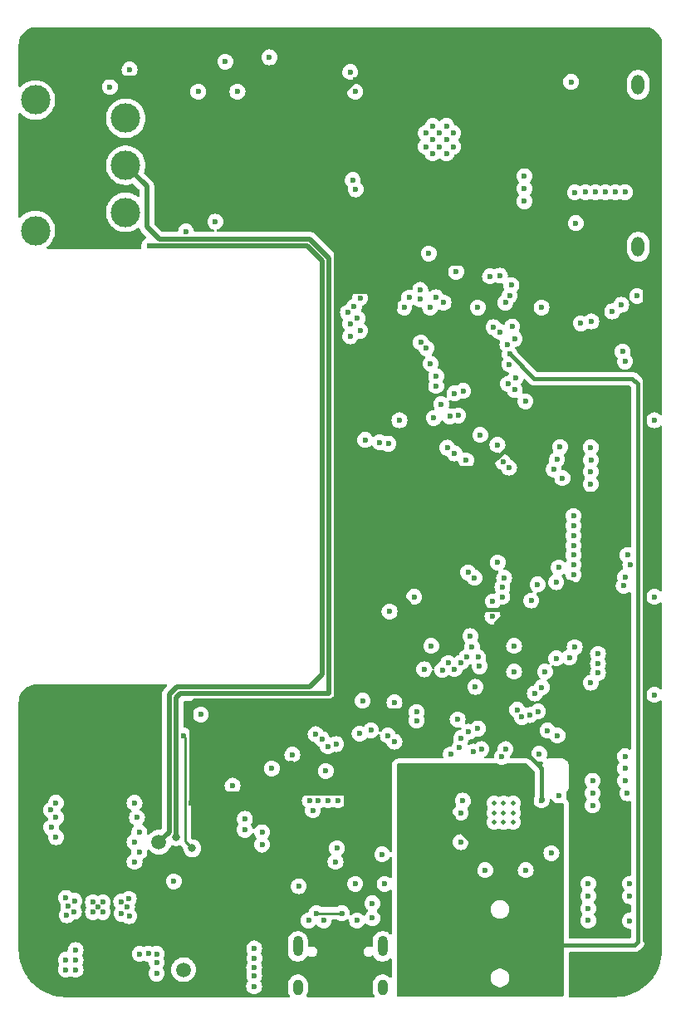
<source format=gbr>
%TF.GenerationSoftware,KiCad,Pcbnew,8.0.9*%
%TF.CreationDate,2025-05-02T13:50:10-07:00*%
%TF.ProjectId,EV12 Board Design,45563132-2042-46f6-9172-642044657369,EV12*%
%TF.SameCoordinates,Original*%
%TF.FileFunction,Copper,L3,Inr*%
%TF.FilePolarity,Positive*%
%FSLAX46Y46*%
G04 Gerber Fmt 4.6, Leading zero omitted, Abs format (unit mm)*
G04 Created by KiCad (PCBNEW 8.0.9) date 2025-05-02 13:50:10*
%MOMM*%
%LPD*%
G01*
G04 APERTURE LIST*
%TA.AperFunction,ComponentPad*%
%ADD10O,1.300000X2.000000*%
%TD*%
%TA.AperFunction,ComponentPad*%
%ADD11C,1.500000*%
%TD*%
%TA.AperFunction,HeatsinkPad*%
%ADD12C,0.500000*%
%TD*%
%TA.AperFunction,ComponentPad*%
%ADD13C,3.000000*%
%TD*%
%TA.AperFunction,HeatsinkPad*%
%ADD14C,0.600000*%
%TD*%
%TA.AperFunction,ComponentPad*%
%ADD15O,1.000000X1.600000*%
%TD*%
%TA.AperFunction,ComponentPad*%
%ADD16O,1.000000X2.100000*%
%TD*%
%TA.AperFunction,ComponentPad*%
%ADD17C,0.600000*%
%TD*%
%TA.AperFunction,ViaPad*%
%ADD18C,0.600000*%
%TD*%
%TA.AperFunction,ViaPad*%
%ADD19C,0.800000*%
%TD*%
%TA.AperFunction,Conductor*%
%ADD20C,0.381000*%
%TD*%
%TA.AperFunction,Conductor*%
%ADD21C,0.254000*%
%TD*%
%TA.AperFunction,Conductor*%
%ADD22C,0.250000*%
%TD*%
%TA.AperFunction,Conductor*%
%ADD23C,0.500000*%
%TD*%
G04 APERTURE END LIST*
D10*
%TO.N,N/C*%
%TO.C,SW2*%
X177360000Y-52090000D03*
%TD*%
%TO.N,N/C*%
%TO.C,SW1*%
X177360000Y-68590000D03*
%TD*%
D11*
%TO.N,Net-(SW6-C)*%
%TO.C,TP1*%
X128510000Y-129290000D03*
%TD*%
%TO.N,Net-(U7-VIN)*%
%TO.C,TP2*%
X131010000Y-142290000D03*
%TD*%
D12*
%TO.N,GNDA*%
%TO.C,U6*%
X162647500Y-125290000D03*
X162647500Y-126290000D03*
X162647500Y-127290000D03*
X163647500Y-125290000D03*
X163647500Y-126290000D03*
X163647500Y-127290000D03*
X164647500Y-125290000D03*
X164647500Y-126290000D03*
X164647500Y-127290000D03*
%TD*%
D13*
%TO.N,N/C*%
%TO.C,SW6*%
X115910000Y-66940000D03*
X115910000Y-53640000D03*
%TO.N,Net-(SW6-C)*%
X125110000Y-55490000D03*
%TO.N,Net-(D2-K)*%
X125110000Y-60290000D03*
%TO.N,unconnected-(SW6-A-Pad1)*%
X125110000Y-65090000D03*
%TD*%
D14*
%TO.N,GND*%
%TO.C,U11*%
X158510000Y-58390000D03*
X158510000Y-56990000D03*
X157810000Y-59090000D03*
X157810000Y-57690000D03*
X157810000Y-56290000D03*
X157110000Y-58390000D03*
X157110000Y-56990000D03*
X156410000Y-59090000D03*
X156410000Y-57690000D03*
X156410000Y-56290000D03*
X155710000Y-58390000D03*
X155710000Y-56990000D03*
%TD*%
D15*
%TO.N,unconnected-(J9-SHIELD-PadS1)*%
%TO.C,J9*%
X151320000Y-144096000D03*
D16*
%TO.N,unconnected-(J9-SHIELD-PadS1)_2*%
X151320000Y-139916000D03*
D15*
%TO.N,unconnected-(J9-SHIELD-PadS1)_3*%
X142680000Y-144096000D03*
D16*
%TO.N,unconnected-(J9-SHIELD-PadS1)_1*%
X142680000Y-139916000D03*
%TD*%
D17*
%TO.N,GND*%
%TO.C,U7*%
X121770000Y-136430000D03*
X122770000Y-136430000D03*
X122270000Y-135930000D03*
X121770000Y-135430000D03*
X122770000Y-135430000D03*
%TD*%
D18*
%TO.N,+3.3VA*%
X164260000Y-79540000D03*
X158510000Y-128040000D03*
X156260000Y-126040000D03*
X166915330Y-130384670D03*
X161010000Y-130160000D03*
%TO.N,+3.3V*%
X148525297Y-91184629D03*
X178260000Y-139540000D03*
X138510000Y-49290000D03*
X175760000Y-76890000D03*
X170260000Y-102790000D03*
X161348394Y-89290000D03*
X163510000Y-86040000D03*
X121770000Y-132760000D03*
X166010000Y-120290000D03*
X139510000Y-124290000D03*
X167510000Y-125040000D03*
X178060000Y-106585995D03*
X127760000Y-56790000D03*
X178060000Y-109040000D03*
X153510000Y-114790000D03*
X178060000Y-99290000D03*
X159979881Y-74259881D03*
X178260000Y-126540000D03*
X151260000Y-127790000D03*
X153260000Y-107540000D03*
X170910000Y-57540000D03*
X148510000Y-51540000D03*
X131785000Y-125290000D03*
X128010000Y-138446406D03*
X152585000Y-74790000D03*
X147369500Y-126040000D03*
X127760000Y-53353500D03*
X142010000Y-121290000D03*
X163510000Y-105790000D03*
X115510000Y-51290000D03*
X162885000Y-116790000D03*
X154411823Y-105388177D03*
X149510000Y-86540000D03*
X174510000Y-106790000D03*
X178260000Y-93790000D03*
%TO.N,VBUS*%
X144550000Y-136540000D03*
X147140500Y-136540000D03*
%TO.N,GND*%
X119010000Y-141290000D03*
X179010000Y-114290000D03*
X159816750Y-90375440D03*
X142760000Y-133790000D03*
X148010000Y-50790000D03*
X152010000Y-105790000D03*
X125510000Y-50540000D03*
X154510000Y-104290000D03*
X179010000Y-86290000D03*
X118010000Y-125290000D03*
X125260000Y-135923250D03*
X161010000Y-74790000D03*
X120010000Y-141290000D03*
X128261398Y-142686062D03*
X151260000Y-130540000D03*
X149510000Y-88290000D03*
X162510000Y-106290000D03*
X138199644Y-143993928D03*
X136010000Y-123540000D03*
X126260000Y-126790000D03*
X143760000Y-137290000D03*
X176260000Y-124290000D03*
X119893139Y-135290000D03*
X119022511Y-134975099D03*
X127420270Y-140674873D03*
X170510000Y-51790000D03*
X132760000Y-116290000D03*
X164229669Y-80570331D03*
X120010000Y-142290000D03*
X156010000Y-69290000D03*
X179010000Y-104290000D03*
X138216401Y-140133763D03*
X119841580Y-136394600D03*
X117501096Y-126031811D03*
X144196500Y-126040000D03*
X149260000Y-114883750D03*
X126539200Y-140686621D03*
X150260000Y-137040000D03*
X128263748Y-140681922D03*
X150260000Y-135540000D03*
X138216401Y-142883763D03*
X124657571Y-135353492D03*
X140010000Y-121790000D03*
X138213558Y-142054511D03*
X170760000Y-102040000D03*
X126510000Y-130290000D03*
X118010000Y-126790000D03*
X125427655Y-135065676D03*
X161010000Y-117705086D03*
X126010000Y-131290000D03*
X118010000Y-128790000D03*
X176010000Y-80290000D03*
X163010000Y-88790000D03*
X119010000Y-142290000D03*
X128261398Y-141572390D03*
X117510000Y-127790000D03*
X130010000Y-133290000D03*
X126510000Y-128290000D03*
X139760000Y-49290000D03*
X171010000Y-66190000D03*
X119102134Y-136754534D03*
X138228495Y-141131883D03*
X149010000Y-73815500D03*
X134260000Y-66040000D03*
X125470505Y-136831340D03*
X126010000Y-125290000D03*
X136510000Y-52790000D03*
X120010000Y-140290000D03*
X176510000Y-137310000D03*
X124695164Y-136598738D03*
X167260000Y-120290000D03*
X119260000Y-135790000D03*
X126010000Y-129290000D03*
%TO.N,/UI_BOOT0*%
X161260000Y-87790000D03*
X175886545Y-103166545D03*
X163510000Y-104290000D03*
%TO.N,/MCLK*%
X167869495Y-111911696D03*
X164713156Y-111911696D03*
%TO.N,/MGMT_BOOT*%
X160682092Y-102353500D03*
X170885830Y-109414170D03*
X132510000Y-52790000D03*
X163823500Y-74290000D03*
X172510000Y-113040000D03*
X123510000Y-52290000D03*
X169010000Y-110540000D03*
%TO.N,/MGMT_NRST*%
X155541069Y-111674469D03*
X170338920Y-110461080D03*
X135262005Y-49726500D03*
X152510000Y-115040000D03*
X164241224Y-73558776D03*
X173260000Y-112040000D03*
%TO.N,/LEDA_R*%
X157387000Y-111726500D03*
X148010000Y-77726500D03*
%TO.N,/DISP_BL*%
X164189575Y-91110425D03*
X170760000Y-96040000D03*
%TO.N,/LEDA_G*%
X158010000Y-111040000D03*
X149010000Y-77163000D03*
%TO.N,/BATTERY_MON*%
X131260000Y-67040000D03*
X156148500Y-74790000D03*
%TO.N,/LEDA_B*%
X148010000Y-76472851D03*
X158630321Y-111660321D03*
%TO.N,/DISP_DC*%
X158639431Y-89660569D03*
X170760000Y-98040000D03*
%TO.N,/DISP_CS*%
X157900500Y-89083608D03*
X170760000Y-99040000D03*
%TO.N,/KB_ROW5*%
X145127900Y-118790000D03*
X155137000Y-72993374D03*
%TO.N,/KB_ROW4*%
X144478398Y-118294679D03*
X155196823Y-78359493D03*
%TO.N,/KB_ROW6*%
X145721719Y-119538000D03*
X155137000Y-73963396D03*
%TO.N,/KB_ROW7*%
X153510000Y-74790000D03*
X145510000Y-122040000D03*
%TO.N,/LEDB_R*%
X148742640Y-75909352D03*
X159305321Y-110985321D03*
%TO.N,/LEDB_G*%
X147768106Y-75302447D03*
X159873416Y-110417226D03*
%TO.N,Net-(J9-CC1)*%
X145300000Y-137290000D03*
X148510000Y-133540000D03*
%TO.N,Net-(J9-CC2)*%
X148700000Y-137290000D03*
X151510000Y-133540000D03*
%TO.N,/LEDB_B*%
X160412383Y-109384332D03*
X148383000Y-74711005D03*
%TO.N,/NET_LED_B*%
X165760000Y-63960819D03*
X173010000Y-63040000D03*
%TO.N,/NET_LED_G*%
X165760000Y-62673134D03*
X172010000Y-63040000D03*
%TO.N,/USB_DTR*%
X158957633Y-116791721D03*
X139010000Y-129540000D03*
X146760000Y-125040000D03*
X160760000Y-113462613D03*
%TO.N,/USB_RTS*%
X139010000Y-128290000D03*
X145760000Y-125040000D03*
%TO.N,/NET_LED_R*%
X165760000Y-61400000D03*
X170910000Y-63070319D03*
%TO.N,/NET_STAT*%
X160260000Y-108290000D03*
X162612371Y-76795624D03*
%TO.N,/NET_BOOT*%
X163042500Y-100790000D03*
X172585000Y-76215000D03*
X167510000Y-74790000D03*
X169260000Y-101290000D03*
%TO.N,/MGMT_SWDIO*%
X173260000Y-111090000D03*
X164713156Y-109290000D03*
%TO.N,/MGMT_SWCLK*%
X173260000Y-110090000D03*
X162540331Y-104759669D03*
%TO.N,/I2S_DACLRC*%
X176510000Y-133540000D03*
X160533455Y-120063455D03*
X165010000Y-115790000D03*
X163461000Y-120603500D03*
%TO.N,/UI_BOOT1*%
X167112500Y-103026500D03*
X156760000Y-81790000D03*
X160010000Y-101790000D03*
X164760000Y-77985672D03*
%TO.N,/I2S_BCLK*%
X176510000Y-134790000D03*
X163834000Y-119813086D03*
X165510000Y-116540000D03*
X161369636Y-119813086D03*
%TO.N,/I2S_ADCDAT*%
X172260000Y-133540000D03*
X166305217Y-116335217D03*
%TO.N,/I2S_DACDAT*%
X172260000Y-134790000D03*
X167137986Y-115964896D03*
%TO.N,/USB_TX1_MGMT*%
X143885000Y-125040000D03*
X137262807Y-126919921D03*
X148963090Y-118243090D03*
X176010000Y-120540000D03*
X161033455Y-110454500D03*
%TO.N,/USB_RX1_MGMT*%
X172708500Y-125540000D03*
X150111545Y-117891545D03*
X144760000Y-125040000D03*
X161191146Y-111370057D03*
X137260000Y-128040000D03*
%TO.N,Net-(D2-A)*%
X131010000Y-118440000D03*
D19*
X131895613Y-129927387D03*
D18*
%TO.N,/NET_TX1_MGMT*%
X169130321Y-118419679D03*
X160084633Y-118032086D03*
%TO.N,/NET_RX1_MGMT*%
X159309573Y-118693517D03*
X168130321Y-117919679D03*
X175760000Y-79290000D03*
X174710000Y-75190000D03*
%TO.N,/SPI1_CLK*%
X159010000Y-85790000D03*
X170760000Y-100040000D03*
%TO.N,/SPI1_MOSI*%
X170760000Y-101040000D03*
X158148500Y-85876976D03*
%TO.N,Net-(U1-PC0)*%
X177260000Y-73613000D03*
X164086018Y-82570195D03*
%TO.N,Net-(U1-PC1)*%
X164836584Y-82006695D03*
X175630413Y-74513505D03*
%TO.N,/NET_MTDI*%
X172510000Y-89040000D03*
X169401500Y-89019674D03*
%TO.N,/NET_MTCK*%
X168748327Y-91289173D03*
X172510000Y-91540000D03*
%TO.N,/NET_MTDO*%
X169074500Y-90290000D03*
X172550000Y-90330000D03*
%TO.N,/NET_MTMS*%
X169629577Y-92170424D03*
X172510000Y-92790000D03*
%TO.N,Net-(U1-PB10)*%
X154010000Y-73790000D03*
X146571681Y-119294969D03*
%TO.N,/NET_NRST*%
X164439360Y-72516270D03*
X171510000Y-76399500D03*
X148510000Y-52790000D03*
X163696500Y-102353500D03*
X169010000Y-102790000D03*
D19*
%TO.N,Net-(D2-K)*%
X130260000Y-128790000D03*
D18*
%TO.N,/USB_CC2_DETECT*%
X167532547Y-113505872D03*
X151845410Y-118430500D03*
%TO.N,/USB_CC1_DETECT*%
X152510000Y-119040000D03*
X166821156Y-114129357D03*
%TO.N,/DISP_RST*%
X170760000Y-97040000D03*
X163574529Y-90536131D03*
%TO.N,/UI_NRST*%
X163510000Y-103290000D03*
X166458500Y-104663000D03*
X176010000Y-102290000D03*
X164760000Y-83180500D03*
X165870409Y-84353500D03*
%TO.N,/UI_SWCLK*%
X156513946Y-86053305D03*
X176263424Y-100040000D03*
%TO.N,/UI_SWDIO*%
X157268850Y-84633439D03*
X176560000Y-101040000D03*
%TO.N,/UI_SCL*%
X151885000Y-88665000D03*
X172260000Y-136040000D03*
X159135000Y-119665000D03*
X146645000Y-129925000D03*
%TO.N,/UI_SDA*%
X172260000Y-137290000D03*
X158260000Y-120353500D03*
X146510000Y-131290000D03*
X151010000Y-88540000D03*
%TO.N,/UI_TX2_NET*%
X148573500Y-62739863D03*
X163260000Y-71540000D03*
X176010000Y-123040000D03*
X159510000Y-83290000D03*
%TO.N,/UI_TX1_MGMT*%
X154760000Y-116893000D03*
X172708500Y-123040000D03*
%TO.N,/UI_RX2_NET*%
X148260000Y-61790000D03*
X162260000Y-71617070D03*
X158648500Y-83540000D03*
X176010000Y-121790000D03*
%TO.N,/UI_RX1_MGMT*%
X154760000Y-116040000D03*
X172708500Y-124290000D03*
%TO.N,/UI_LED_B*%
X163260000Y-77290000D03*
X176010000Y-63040000D03*
%TO.N,/UI_LED_G*%
X164031434Y-78549172D03*
X156760000Y-82790000D03*
X175010000Y-63040000D03*
X164510000Y-76726500D03*
%TO.N,/UI_LED_R*%
X174010000Y-63040000D03*
X158792500Y-71155000D03*
%TO.N,/UI_DEBUG_1*%
X155773174Y-78944024D03*
X156712000Y-73748342D03*
%TO.N,/UI_DEBUG_2*%
X157510000Y-74290000D03*
X156196500Y-80516545D03*
%TO.N,/UI_STAT*%
X153022954Y-86290000D03*
X156260000Y-109290000D03*
%TO.N,GNDA*%
X168510000Y-130412814D03*
X159260000Y-129290000D03*
X142107822Y-120383729D03*
X169260000Y-124540000D03*
X159260000Y-126290000D03*
X165900500Y-132149500D03*
X159489670Y-125060330D03*
X161760000Y-132149500D03*
%TO.N,Net-(SW6-C)*%
X127510000Y-68500000D03*
%TD*%
D20*
%TO.N,+3.3V*%
X175760000Y-76890000D02*
X176360000Y-76290000D01*
X176360000Y-76290000D02*
X178010000Y-76290000D01*
%TO.N,+3.3VA*%
X158510000Y-128040000D02*
X159146712Y-128040000D01*
X166760000Y-82040000D02*
X164260000Y-79540000D01*
X157760000Y-126040000D02*
X156260000Y-126040000D01*
X169010000Y-132479339D02*
X169010000Y-139290000D01*
X177310000Y-82590000D02*
X176760000Y-82040000D01*
X166915330Y-130384670D02*
X166915331Y-130384670D01*
X161010000Y-129903288D02*
X161010000Y-130160000D01*
X158510000Y-126790000D02*
X157760000Y-126040000D01*
X161010000Y-130160000D02*
X166690660Y-130160000D01*
X177010000Y-139790000D02*
X177310000Y-139490000D01*
X177310000Y-139490000D02*
X177310000Y-82590000D01*
X159146712Y-128040000D02*
X161010000Y-129903288D01*
X176760000Y-82040000D02*
X166760000Y-82040000D01*
X169510000Y-139790000D02*
X177010000Y-139790000D01*
X166915331Y-130384670D02*
X169010000Y-132479339D01*
X169010000Y-139290000D02*
X169510000Y-139790000D01*
X166690660Y-130160000D02*
X166915330Y-130384670D01*
X158510000Y-128040000D02*
X158510000Y-126790000D01*
%TO.N,+3.3V*%
X169010000Y-59440000D02*
X169010000Y-69790000D01*
X132510000Y-51290000D02*
X115510000Y-51290000D01*
X150260000Y-124290000D02*
X147010000Y-124290000D01*
X146510000Y-114439949D02*
X146099949Y-114850000D01*
X132070000Y-114850000D02*
X146070000Y-114850000D01*
X127760000Y-53353500D02*
X129823500Y-51290000D01*
X153410000Y-104640000D02*
X153260000Y-104790000D01*
X166135000Y-120415000D02*
X166010000Y-120290000D01*
X149510000Y-86540000D02*
X146760000Y-86540000D01*
X153260000Y-104790000D02*
X153260000Y-107540000D01*
X148511161Y-91170493D02*
X146890493Y-91170493D01*
X170910000Y-57540000D02*
X169010000Y-59440000D01*
X153536823Y-104513177D02*
X146733177Y-104513177D01*
X163510000Y-105790000D02*
X163319500Y-105599500D01*
X147010000Y-70290000D02*
X155010000Y-70290000D01*
X162885000Y-106915000D02*
X163510000Y-106290000D01*
X146510000Y-53540000D02*
X148510000Y-51540000D01*
X159510000Y-70290000D02*
X166510000Y-70290000D01*
X174510000Y-106790000D02*
X170510000Y-102790000D01*
X151345000Y-73125000D02*
X146845000Y-73125000D01*
X129823500Y-51290000D02*
X132510000Y-51290000D01*
X146510000Y-53790000D02*
X146510000Y-53540000D01*
X150521813Y-125290000D02*
X150521813Y-124551813D01*
X164010000Y-89040000D02*
X164010000Y-86290000D01*
X147510000Y-124290000D02*
X147510000Y-125899500D01*
X161348394Y-89290000D02*
X161348394Y-90451606D01*
X146845000Y-73125000D02*
X146510000Y-72790000D01*
X131785000Y-125290000D02*
X131760000Y-125265000D01*
X160510000Y-73729762D02*
X160510000Y-70290000D01*
X178010000Y-94040000D02*
X178260000Y-93790000D01*
X150521813Y-125790000D02*
X150521813Y-125290000D01*
X152585000Y-74790000D02*
X152585000Y-74365000D01*
X159979881Y-74259881D02*
X160510000Y-73729762D01*
X148525297Y-91184629D02*
X148511161Y-91170493D01*
X167510000Y-125040000D02*
X167510000Y-121790000D01*
X142010000Y-123790000D02*
X142010000Y-121290000D01*
X146510000Y-69790000D02*
X147010000Y-70290000D01*
X178010000Y-126290000D02*
X178010000Y-125790000D01*
X153123258Y-115790000D02*
X147010000Y-115790000D01*
X144010000Y-51290000D02*
X142510000Y-51290000D01*
X178010000Y-94290000D02*
X178010000Y-94040000D01*
X152260000Y-91140000D02*
X160660000Y-91140000D01*
X178010000Y-93790000D02*
X178010000Y-80540000D01*
X166510000Y-70290000D02*
X177010000Y-70290000D01*
X146890493Y-91170493D02*
X146510000Y-90790000D01*
X146510000Y-69790000D02*
X146510000Y-72790000D01*
X139510000Y-124290000D02*
X132699339Y-124290000D01*
X178010000Y-76290000D02*
X178010000Y-80540000D01*
X178260000Y-139540000D02*
X178010000Y-139290000D01*
X151260000Y-127790000D02*
X150521813Y-127051813D01*
X137510000Y-51290000D02*
X132510000Y-51290000D01*
X154411823Y-105388177D02*
X153536823Y-104513177D01*
X142510000Y-51290000D02*
X137510000Y-51290000D01*
X139510000Y-124290000D02*
X141510000Y-124290000D01*
X154623146Y-105599500D02*
X154411823Y-105388177D01*
X146733177Y-104513177D02*
X146510000Y-104290000D01*
X137510000Y-50290000D02*
X138510000Y-49290000D01*
X139510000Y-124290000D02*
X147010000Y-124290000D01*
X178010000Y-99540000D02*
X178010000Y-104790000D01*
X178010000Y-93790000D02*
X178010000Y-94290000D01*
X163319500Y-105599500D02*
X154623146Y-105599500D01*
X132699339Y-124290000D02*
X131760000Y-123350661D01*
X141510000Y-124290000D02*
X142010000Y-123790000D01*
X150521813Y-127051813D02*
X150521813Y-125290000D01*
X178010000Y-71290000D02*
X178010000Y-76290000D01*
X170510000Y-102790000D02*
X170260000Y-102790000D01*
X167510000Y-121790000D02*
X166135000Y-120415000D01*
X131760000Y-115160000D02*
X132070000Y-114850000D01*
X131760000Y-123040000D02*
X131760000Y-115160000D01*
X162885000Y-116790000D02*
X162885000Y-117165000D01*
X147010000Y-115790000D02*
X146070000Y-114850000D01*
X155010000Y-70290000D02*
X159510000Y-70290000D01*
X162885000Y-117165000D02*
X166135000Y-120415000D01*
X153536823Y-104513177D02*
X153410000Y-104640000D01*
X146510000Y-104290000D02*
X146510000Y-114439949D01*
X161348394Y-90451606D02*
X160660000Y-91140000D01*
X131760000Y-123350661D02*
X131760000Y-123040000D01*
X163760000Y-86040000D02*
X163510000Y-86040000D01*
X148569926Y-91140000D02*
X148525297Y-91184629D01*
X178010000Y-139290000D02*
X178010000Y-114790000D01*
X178010000Y-80790000D02*
X178010000Y-80540000D01*
X152585000Y-74365000D02*
X151345000Y-73125000D01*
X178010000Y-99340000D02*
X178010000Y-99540000D01*
X169010000Y-69790000D02*
X168510000Y-70290000D01*
X161910000Y-91140000D02*
X164010000Y-89040000D01*
X153510000Y-114790000D02*
X153510000Y-115403258D01*
X153510000Y-115403258D02*
X153123258Y-115790000D01*
X150521813Y-124551813D02*
X150260000Y-124290000D01*
X137510000Y-51290000D02*
X137510000Y-50290000D01*
X146510000Y-53790000D02*
X144010000Y-51290000D01*
X152523068Y-91140000D02*
X148569926Y-91140000D01*
X178260000Y-126540000D02*
X178010000Y-126290000D01*
X131760000Y-125265000D02*
X131760000Y-123040000D01*
X164010000Y-86290000D02*
X163760000Y-86040000D01*
X146099949Y-114850000D02*
X146070000Y-114850000D01*
X127760000Y-53353500D02*
X127760000Y-56790000D01*
X178010000Y-94290000D02*
X178010000Y-99540000D01*
X146510000Y-57790000D02*
X146510000Y-69790000D01*
X163510000Y-106290000D02*
X163510000Y-105790000D01*
X146510000Y-57790000D02*
X146510000Y-53790000D01*
X146510000Y-72790000D02*
X146510000Y-104290000D01*
X147510000Y-125899500D02*
X147369500Y-126040000D01*
X162885000Y-116790000D02*
X162885000Y-106915000D01*
X178010000Y-104790000D02*
X178010000Y-114790000D01*
X177010000Y-70290000D02*
X178010000Y-71290000D01*
X146760000Y-86540000D02*
X146510000Y-86290000D01*
X178060000Y-99290000D02*
X178010000Y-99340000D01*
X160660000Y-91140000D02*
X161910000Y-91140000D01*
D21*
%TO.N,VBUS*%
X147140500Y-136540000D02*
X144550000Y-136540000D01*
D22*
%TO.N,Net-(D2-A)*%
X131160000Y-129191774D02*
X131160000Y-118590000D01*
X131160000Y-118590000D02*
X131010000Y-118440000D01*
X131895613Y-129927387D02*
X131160000Y-129191774D01*
D23*
%TO.N,Net-(D2-K)*%
X127260000Y-66540000D02*
X127260000Y-62440000D01*
X130260000Y-114540000D02*
X130650000Y-114150000D01*
X145810000Y-69742898D02*
X143907102Y-67840000D01*
X130260000Y-128790000D02*
X130260000Y-114540000D01*
X145810000Y-114150000D02*
X145810000Y-69742898D01*
X143907102Y-67840000D02*
X128560000Y-67840000D01*
X128560000Y-67840000D02*
X127260000Y-66540000D01*
X127260000Y-62440000D02*
X125110000Y-60290000D01*
X130650000Y-114150000D02*
X145810000Y-114150000D01*
%TO.N,Net-(SW6-C)*%
X143850000Y-113450000D02*
X130360050Y-113450000D01*
X129560000Y-128240000D02*
X128510000Y-129290000D01*
X143617152Y-68540000D02*
X145110000Y-70032848D01*
X130360050Y-113450000D02*
X129560000Y-114250050D01*
X145110000Y-112190000D02*
X143850000Y-113450000D01*
X127510000Y-68500000D02*
X127550000Y-68540000D01*
X129560000Y-114250050D02*
X129560000Y-128240000D01*
X145110000Y-70032848D02*
X145110000Y-112190000D01*
X127550000Y-68540000D02*
X143617152Y-68540000D01*
%TD*%
%TA.AperFunction,Conductor*%
%TO.N,+3.3VA*%
G36*
X163064160Y-121309006D02*
G01*
X163107985Y-121336543D01*
X163266424Y-121391983D01*
X163279953Y-121396717D01*
X163279958Y-121396718D01*
X163460996Y-121417116D01*
X163461000Y-121417116D01*
X163461004Y-121417116D01*
X163642041Y-121396718D01*
X163642044Y-121396717D01*
X163642047Y-121396717D01*
X163814015Y-121336543D01*
X163857840Y-121309006D01*
X163923812Y-121290000D01*
X165970103Y-121290000D01*
X166037142Y-121309685D01*
X166057784Y-121326319D01*
X166774681Y-122043216D01*
X166808166Y-122104539D01*
X166811000Y-122130897D01*
X166811000Y-124597081D01*
X166791994Y-124663053D01*
X166776958Y-124686982D01*
X166716782Y-124858953D01*
X166716781Y-124858958D01*
X166696384Y-125039996D01*
X166696384Y-125040003D01*
X166716781Y-125221041D01*
X166716782Y-125221046D01*
X166776958Y-125393017D01*
X166818952Y-125459849D01*
X166873889Y-125547281D01*
X167002719Y-125676111D01*
X167156985Y-125773043D01*
X167328953Y-125833217D01*
X167328958Y-125833218D01*
X167509996Y-125853616D01*
X167510000Y-125853616D01*
X167510004Y-125853616D01*
X167691041Y-125833218D01*
X167691044Y-125833217D01*
X167691047Y-125833217D01*
X167863015Y-125773043D01*
X168017281Y-125676111D01*
X168146111Y-125547281D01*
X168243043Y-125393015D01*
X168303217Y-125221047D01*
X168314585Y-125120155D01*
X168323616Y-125040003D01*
X168323616Y-125040000D01*
X168323616Y-125039996D01*
X168319834Y-125006437D01*
X168331887Y-124937618D01*
X168379235Y-124886238D01*
X168446845Y-124868612D01*
X168513252Y-124890337D01*
X168548047Y-124926581D01*
X168623887Y-125047279D01*
X168623889Y-125047281D01*
X168752719Y-125176111D01*
X168906985Y-125273043D01*
X169078947Y-125333215D01*
X169078953Y-125333217D01*
X169078958Y-125333218D01*
X169259996Y-125353616D01*
X169260000Y-125353616D01*
X169260004Y-125353616D01*
X169441041Y-125333218D01*
X169441043Y-125333217D01*
X169441047Y-125333217D01*
X169441050Y-125333215D01*
X169441054Y-125333215D01*
X169595045Y-125279331D01*
X169664824Y-125275769D01*
X169725451Y-125310497D01*
X169757679Y-125372490D01*
X169760000Y-125396372D01*
X169760000Y-144916000D01*
X169740315Y-144983039D01*
X169687511Y-145028794D01*
X169636000Y-145040000D01*
X152884000Y-145040000D01*
X152816961Y-145020315D01*
X152771206Y-144967511D01*
X152760000Y-144916000D01*
X152760000Y-143046379D01*
X162309500Y-143046379D01*
X162309500Y-143233620D01*
X162346025Y-143417243D01*
X162346027Y-143417251D01*
X162417676Y-143590228D01*
X162417681Y-143590237D01*
X162521697Y-143745907D01*
X162521700Y-143745911D01*
X162654088Y-143878299D01*
X162654092Y-143878302D01*
X162809762Y-143982318D01*
X162809768Y-143982321D01*
X162809769Y-143982322D01*
X162982749Y-144053973D01*
X163166379Y-144090499D01*
X163166383Y-144090500D01*
X163166384Y-144090500D01*
X163353617Y-144090500D01*
X163353618Y-144090499D01*
X163537251Y-144053973D01*
X163710231Y-143982322D01*
X163865908Y-143878302D01*
X163998302Y-143745908D01*
X164102322Y-143590231D01*
X164173973Y-143417251D01*
X164210500Y-143233616D01*
X164210500Y-143046384D01*
X164173973Y-142862749D01*
X164102322Y-142689769D01*
X164102321Y-142689768D01*
X164102318Y-142689762D01*
X163998302Y-142534092D01*
X163998299Y-142534088D01*
X163865911Y-142401700D01*
X163865907Y-142401697D01*
X163710237Y-142297681D01*
X163710228Y-142297676D01*
X163537251Y-142226027D01*
X163537243Y-142226025D01*
X163353620Y-142189500D01*
X163353616Y-142189500D01*
X163166384Y-142189500D01*
X163166379Y-142189500D01*
X162982756Y-142226025D01*
X162982748Y-142226027D01*
X162809771Y-142297676D01*
X162809762Y-142297681D01*
X162654092Y-142401697D01*
X162654088Y-142401700D01*
X162521700Y-142534088D01*
X162521697Y-142534092D01*
X162417681Y-142689762D01*
X162417676Y-142689771D01*
X162346027Y-142862748D01*
X162346025Y-142862756D01*
X162309500Y-143046379D01*
X152760000Y-143046379D01*
X152760000Y-136046379D01*
X162309500Y-136046379D01*
X162309500Y-136233620D01*
X162346025Y-136417243D01*
X162346027Y-136417251D01*
X162417676Y-136590228D01*
X162417681Y-136590237D01*
X162521697Y-136745907D01*
X162521700Y-136745911D01*
X162654088Y-136878299D01*
X162654092Y-136878302D01*
X162809762Y-136982318D01*
X162809768Y-136982321D01*
X162809769Y-136982322D01*
X162982749Y-137053973D01*
X163166379Y-137090499D01*
X163166383Y-137090500D01*
X163166384Y-137090500D01*
X163353617Y-137090500D01*
X163353618Y-137090499D01*
X163537251Y-137053973D01*
X163710231Y-136982322D01*
X163865908Y-136878302D01*
X163998302Y-136745908D01*
X164102322Y-136590231D01*
X164173973Y-136417251D01*
X164210500Y-136233616D01*
X164210500Y-136046384D01*
X164173973Y-135862749D01*
X164102322Y-135689769D01*
X164102321Y-135689768D01*
X164102318Y-135689762D01*
X163998302Y-135534092D01*
X163998299Y-135534088D01*
X163865911Y-135401700D01*
X163865907Y-135401697D01*
X163710237Y-135297681D01*
X163710228Y-135297676D01*
X163537251Y-135226027D01*
X163537243Y-135226025D01*
X163353620Y-135189500D01*
X163353616Y-135189500D01*
X163166384Y-135189500D01*
X163166379Y-135189500D01*
X162982756Y-135226025D01*
X162982748Y-135226027D01*
X162809771Y-135297676D01*
X162809762Y-135297681D01*
X162654092Y-135401697D01*
X162654088Y-135401700D01*
X162521700Y-135534088D01*
X162521697Y-135534092D01*
X162417681Y-135689762D01*
X162417676Y-135689771D01*
X162346027Y-135862748D01*
X162346025Y-135862756D01*
X162309500Y-136046379D01*
X152760000Y-136046379D01*
X152760000Y-132149496D01*
X160946384Y-132149496D01*
X160946384Y-132149503D01*
X160966781Y-132330541D01*
X160966782Y-132330546D01*
X161007949Y-132448193D01*
X161026957Y-132502515D01*
X161123889Y-132656781D01*
X161252719Y-132785611D01*
X161406985Y-132882543D01*
X161578953Y-132942717D01*
X161578958Y-132942718D01*
X161759996Y-132963116D01*
X161760000Y-132963116D01*
X161760004Y-132963116D01*
X161941041Y-132942718D01*
X161941044Y-132942717D01*
X161941047Y-132942717D01*
X162113015Y-132882543D01*
X162267281Y-132785611D01*
X162396111Y-132656781D01*
X162493043Y-132502515D01*
X162553217Y-132330547D01*
X162573616Y-132149500D01*
X162573616Y-132149496D01*
X165086884Y-132149496D01*
X165086884Y-132149503D01*
X165107281Y-132330541D01*
X165107282Y-132330546D01*
X165148449Y-132448193D01*
X165167457Y-132502515D01*
X165264389Y-132656781D01*
X165393219Y-132785611D01*
X165547485Y-132882543D01*
X165719453Y-132942717D01*
X165719458Y-132942718D01*
X165900496Y-132963116D01*
X165900500Y-132963116D01*
X165900504Y-132963116D01*
X166081541Y-132942718D01*
X166081544Y-132942717D01*
X166081547Y-132942717D01*
X166253515Y-132882543D01*
X166407781Y-132785611D01*
X166536611Y-132656781D01*
X166633543Y-132502515D01*
X166693717Y-132330547D01*
X166714116Y-132149500D01*
X166693717Y-131968453D01*
X166633543Y-131796485D01*
X166536611Y-131642219D01*
X166407781Y-131513389D01*
X166253515Y-131416457D01*
X166199193Y-131397449D01*
X166081546Y-131356282D01*
X166081541Y-131356281D01*
X165900504Y-131335884D01*
X165900496Y-131335884D01*
X165719458Y-131356281D01*
X165719453Y-131356282D01*
X165547482Y-131416458D01*
X165393218Y-131513389D01*
X165264389Y-131642218D01*
X165167458Y-131796482D01*
X165107282Y-131968453D01*
X165107281Y-131968458D01*
X165086884Y-132149496D01*
X162573616Y-132149496D01*
X162553217Y-131968453D01*
X162493043Y-131796485D01*
X162396111Y-131642219D01*
X162267281Y-131513389D01*
X162113015Y-131416457D01*
X162058693Y-131397449D01*
X161941046Y-131356282D01*
X161941041Y-131356281D01*
X161760004Y-131335884D01*
X161759996Y-131335884D01*
X161578958Y-131356281D01*
X161578953Y-131356282D01*
X161406982Y-131416458D01*
X161252718Y-131513389D01*
X161123889Y-131642218D01*
X161026958Y-131796482D01*
X160966782Y-131968453D01*
X160966781Y-131968458D01*
X160946384Y-132149496D01*
X152760000Y-132149496D01*
X152760000Y-130412810D01*
X167696384Y-130412810D01*
X167696384Y-130412817D01*
X167716781Y-130593855D01*
X167716782Y-130593860D01*
X167757949Y-130711507D01*
X167776957Y-130765829D01*
X167873889Y-130920095D01*
X168002719Y-131048925D01*
X168156985Y-131145857D01*
X168328953Y-131206031D01*
X168328958Y-131206032D01*
X168509996Y-131226430D01*
X168510000Y-131226430D01*
X168510004Y-131226430D01*
X168691041Y-131206032D01*
X168691044Y-131206031D01*
X168691047Y-131206031D01*
X168863015Y-131145857D01*
X169017281Y-131048925D01*
X169146111Y-130920095D01*
X169243043Y-130765829D01*
X169303217Y-130593861D01*
X169323616Y-130412814D01*
X169303217Y-130231767D01*
X169243043Y-130059799D01*
X169146111Y-129905533D01*
X169017281Y-129776703D01*
X168863015Y-129679771D01*
X168808693Y-129660763D01*
X168691046Y-129619596D01*
X168691041Y-129619595D01*
X168510004Y-129599198D01*
X168509996Y-129599198D01*
X168328958Y-129619595D01*
X168328953Y-129619596D01*
X168156982Y-129679772D01*
X168002718Y-129776703D01*
X167873889Y-129905532D01*
X167776958Y-130059796D01*
X167716782Y-130231767D01*
X167716781Y-130231772D01*
X167696384Y-130412810D01*
X152760000Y-130412810D01*
X152760000Y-129289996D01*
X158446384Y-129289996D01*
X158446384Y-129290003D01*
X158466781Y-129471041D01*
X158466782Y-129471046D01*
X158507949Y-129588693D01*
X158526957Y-129643015D01*
X158623889Y-129797281D01*
X158752719Y-129926111D01*
X158906985Y-130023043D01*
X159078953Y-130083217D01*
X159078958Y-130083218D01*
X159259996Y-130103616D01*
X159260000Y-130103616D01*
X159260004Y-130103616D01*
X159441041Y-130083218D01*
X159441044Y-130083217D01*
X159441047Y-130083217D01*
X159613015Y-130023043D01*
X159767281Y-129926111D01*
X159896111Y-129797281D01*
X159993043Y-129643015D01*
X160053217Y-129471047D01*
X160073616Y-129290000D01*
X160053217Y-129108953D01*
X159993043Y-128936985D01*
X159896111Y-128782719D01*
X159767281Y-128653889D01*
X159613015Y-128556957D01*
X159558693Y-128537949D01*
X159441046Y-128496782D01*
X159441041Y-128496781D01*
X159260004Y-128476384D01*
X159259996Y-128476384D01*
X159078958Y-128496781D01*
X159078953Y-128496782D01*
X158906982Y-128556958D01*
X158752718Y-128653889D01*
X158623889Y-128782718D01*
X158526958Y-128936982D01*
X158466782Y-129108953D01*
X158466781Y-129108958D01*
X158446384Y-129289996D01*
X152760000Y-129289996D01*
X152760000Y-126289996D01*
X158446384Y-126289996D01*
X158446384Y-126290003D01*
X158466781Y-126471041D01*
X158466782Y-126471046D01*
X158507949Y-126588693D01*
X158526957Y-126643015D01*
X158623889Y-126797281D01*
X158752719Y-126926111D01*
X158906985Y-127023043D01*
X159078953Y-127083217D01*
X159078958Y-127083218D01*
X159259996Y-127103616D01*
X159260000Y-127103616D01*
X159260004Y-127103616D01*
X159441041Y-127083218D01*
X159441044Y-127083217D01*
X159441047Y-127083217D01*
X159613015Y-127023043D01*
X159767281Y-126926111D01*
X159896111Y-126797281D01*
X159993043Y-126643015D01*
X160053217Y-126471047D01*
X160054479Y-126459849D01*
X160073616Y-126290003D01*
X160073616Y-126289996D01*
X160053218Y-126108958D01*
X160053217Y-126108953D01*
X160000682Y-125958817D01*
X159993043Y-125936985D01*
X159993041Y-125936982D01*
X159993041Y-125936981D01*
X159951760Y-125871284D01*
X159932759Y-125804047D01*
X159953126Y-125737212D01*
X159990785Y-125700315D01*
X159996951Y-125696441D01*
X160125781Y-125567611D01*
X160222713Y-125413345D01*
X160265875Y-125289996D01*
X161884201Y-125289996D01*
X161884201Y-125290003D01*
X161903336Y-125459844D01*
X161903337Y-125459849D01*
X161959791Y-125621184D01*
X162024412Y-125724028D01*
X162043412Y-125791265D01*
X162024412Y-125855972D01*
X161959791Y-125958815D01*
X161903337Y-126120150D01*
X161903336Y-126120155D01*
X161884201Y-126289996D01*
X161884201Y-126290003D01*
X161903336Y-126459844D01*
X161903337Y-126459849D01*
X161959791Y-126621184D01*
X162024412Y-126724028D01*
X162043412Y-126791265D01*
X162024412Y-126855972D01*
X161959791Y-126958815D01*
X161903337Y-127120150D01*
X161903336Y-127120155D01*
X161884201Y-127289996D01*
X161884201Y-127290003D01*
X161903336Y-127459844D01*
X161903337Y-127459849D01*
X161959791Y-127621183D01*
X162050729Y-127765909D01*
X162171591Y-127886771D01*
X162316317Y-127977709D01*
X162477650Y-128034162D01*
X162477655Y-128034163D01*
X162647496Y-128053299D01*
X162647500Y-128053299D01*
X162647504Y-128053299D01*
X162817344Y-128034163D01*
X162817347Y-128034162D01*
X162817350Y-128034162D01*
X162978683Y-127977709D01*
X163081528Y-127913087D01*
X163148764Y-127894087D01*
X163213472Y-127913087D01*
X163316317Y-127977709D01*
X163477650Y-128034162D01*
X163477655Y-128034163D01*
X163647496Y-128053299D01*
X163647500Y-128053299D01*
X163647504Y-128053299D01*
X163817344Y-128034163D01*
X163817347Y-128034162D01*
X163817350Y-128034162D01*
X163978683Y-127977709D01*
X164081528Y-127913087D01*
X164148764Y-127894087D01*
X164213472Y-127913087D01*
X164316317Y-127977709D01*
X164477650Y-128034162D01*
X164477655Y-128034163D01*
X164647496Y-128053299D01*
X164647500Y-128053299D01*
X164647504Y-128053299D01*
X164817344Y-128034163D01*
X164817347Y-128034162D01*
X164817350Y-128034162D01*
X164978683Y-127977709D01*
X165123409Y-127886771D01*
X165244271Y-127765909D01*
X165335209Y-127621183D01*
X165391662Y-127459850D01*
X165410799Y-127290000D01*
X165391662Y-127120150D01*
X165335209Y-126958817D01*
X165270587Y-126855972D01*
X165251587Y-126788736D01*
X165270587Y-126724028D01*
X165283182Y-126703982D01*
X165335209Y-126621183D01*
X165391662Y-126459850D01*
X165410799Y-126290000D01*
X165391662Y-126120150D01*
X165335209Y-125958817D01*
X165270587Y-125855972D01*
X165251587Y-125788736D01*
X165270587Y-125724028D01*
X165314658Y-125653889D01*
X165335209Y-125621183D01*
X165391662Y-125459850D01*
X165391663Y-125459844D01*
X165410799Y-125290003D01*
X165410799Y-125289996D01*
X165391663Y-125120155D01*
X165391662Y-125120150D01*
X165370730Y-125060330D01*
X165335209Y-124958817D01*
X165244271Y-124814091D01*
X165123409Y-124693229D01*
X165123408Y-124693228D01*
X164978683Y-124602291D01*
X164817349Y-124545837D01*
X164817344Y-124545836D01*
X164647504Y-124526701D01*
X164647496Y-124526701D01*
X164477655Y-124545836D01*
X164477650Y-124545837D01*
X164316315Y-124602291D01*
X164213472Y-124666912D01*
X164146235Y-124685912D01*
X164081528Y-124666912D01*
X163978684Y-124602291D01*
X163817349Y-124545837D01*
X163817344Y-124545836D01*
X163647504Y-124526701D01*
X163647496Y-124526701D01*
X163477655Y-124545836D01*
X163477650Y-124545837D01*
X163316315Y-124602291D01*
X163213472Y-124666912D01*
X163146235Y-124685912D01*
X163081528Y-124666912D01*
X162978684Y-124602291D01*
X162817349Y-124545837D01*
X162817344Y-124545836D01*
X162647504Y-124526701D01*
X162647496Y-124526701D01*
X162477655Y-124545836D01*
X162477650Y-124545837D01*
X162316316Y-124602291D01*
X162171591Y-124693228D01*
X162050728Y-124814091D01*
X161959791Y-124958816D01*
X161903337Y-125120150D01*
X161903336Y-125120155D01*
X161884201Y-125289996D01*
X160265875Y-125289996D01*
X160282887Y-125241377D01*
X160285178Y-125221046D01*
X160303286Y-125060333D01*
X160303286Y-125060326D01*
X160282888Y-124879288D01*
X160282887Y-124879283D01*
X160260075Y-124814091D01*
X160222713Y-124707315D01*
X160125781Y-124553049D01*
X159996951Y-124424219D01*
X159842685Y-124327287D01*
X159788363Y-124308279D01*
X159670716Y-124267112D01*
X159670711Y-124267111D01*
X159489674Y-124246714D01*
X159489666Y-124246714D01*
X159308628Y-124267111D01*
X159308623Y-124267112D01*
X159136652Y-124327288D01*
X158982388Y-124424219D01*
X158853559Y-124553048D01*
X158756628Y-124707312D01*
X158696452Y-124879283D01*
X158696451Y-124879288D01*
X158676054Y-125060326D01*
X158676054Y-125060333D01*
X158696451Y-125241371D01*
X158696452Y-125241376D01*
X158756628Y-125413348D01*
X158797909Y-125479045D01*
X158816910Y-125546282D01*
X158796543Y-125613117D01*
X158758895Y-125650008D01*
X158752719Y-125653889D01*
X158752718Y-125653889D01*
X158623889Y-125782718D01*
X158526958Y-125936982D01*
X158466782Y-126108953D01*
X158466781Y-126108958D01*
X158446384Y-126289996D01*
X152760000Y-126289996D01*
X152760000Y-121414000D01*
X152779685Y-121346961D01*
X152832489Y-121301206D01*
X152884000Y-121290000D01*
X162998188Y-121290000D01*
X163064160Y-121309006D01*
G37*
%TD.AperFunction*%
%TD*%
%TA.AperFunction,Conductor*%
%TO.N,+3.3V*%
G36*
X178004118Y-46200770D02*
G01*
X178029108Y-46202407D01*
X178226649Y-46215355D01*
X178242968Y-46217503D01*
X178457653Y-46260206D01*
X178473557Y-46264467D01*
X178680830Y-46334828D01*
X178696036Y-46341127D01*
X178892351Y-46437938D01*
X178906607Y-46446169D01*
X179088600Y-46567773D01*
X179101675Y-46577806D01*
X179266229Y-46722115D01*
X179277884Y-46733770D01*
X179422193Y-46898324D01*
X179432226Y-46911399D01*
X179553825Y-47093383D01*
X179562066Y-47107657D01*
X179658868Y-47303953D01*
X179665175Y-47319179D01*
X179735529Y-47526434D01*
X179739795Y-47542355D01*
X179782494Y-47757019D01*
X179784645Y-47773359D01*
X179799230Y-47995880D01*
X179799500Y-48004121D01*
X179799500Y-85631917D01*
X179779498Y-85700038D01*
X179725842Y-85746531D01*
X179655568Y-85756635D01*
X179590988Y-85727141D01*
X179584405Y-85721012D01*
X179517281Y-85653888D01*
X179517279Y-85653887D01*
X179363018Y-85556958D01*
X179363015Y-85556957D01*
X179191050Y-85496784D01*
X179191049Y-85496783D01*
X179191047Y-85496783D01*
X179010000Y-85476384D01*
X178828953Y-85496783D01*
X178828950Y-85496783D01*
X178828949Y-85496784D01*
X178656984Y-85556957D01*
X178656981Y-85556958D01*
X178502720Y-85653887D01*
X178502718Y-85653888D01*
X178373888Y-85782718D01*
X178373887Y-85782720D01*
X178276958Y-85936981D01*
X178276957Y-85936984D01*
X178253929Y-86002795D01*
X178212551Y-86060487D01*
X178146551Y-86086649D01*
X178076883Y-86072976D01*
X178025667Y-86023809D01*
X178009000Y-85961180D01*
X178009000Y-82521156D01*
X178008999Y-82521152D01*
X178007572Y-82513976D01*
X177982138Y-82386109D01*
X177929446Y-82258899D01*
X177852949Y-82144414D01*
X177755586Y-82047051D01*
X177205587Y-81497052D01*
X177182659Y-81481732D01*
X177182657Y-81481730D01*
X177091103Y-81420555D01*
X176963896Y-81367864D01*
X176963895Y-81367863D01*
X176963891Y-81367862D01*
X176942203Y-81363548D01*
X176942201Y-81363547D01*
X176828848Y-81341000D01*
X176828846Y-81341000D01*
X176828845Y-81341000D01*
X176146794Y-81341000D01*
X176078673Y-81320998D01*
X176032180Y-81267342D01*
X176022076Y-81197068D01*
X176051570Y-81132488D01*
X176111296Y-81094104D01*
X176132678Y-81089793D01*
X176191047Y-81083217D01*
X176363015Y-81023043D01*
X176517281Y-80926111D01*
X176646111Y-80797281D01*
X176743043Y-80643015D01*
X176803217Y-80471047D01*
X176823616Y-80290000D01*
X176803217Y-80108953D01*
X176743043Y-79936985D01*
X176743041Y-79936982D01*
X176743041Y-79936981D01*
X176646112Y-79782720D01*
X176646111Y-79782718D01*
X176552489Y-79689096D01*
X176518463Y-79626784D01*
X176522654Y-79558388D01*
X176553217Y-79471047D01*
X176573616Y-79290000D01*
X176553217Y-79108953D01*
X176493043Y-78936985D01*
X176493041Y-78936982D01*
X176493041Y-78936981D01*
X176396112Y-78782720D01*
X176396111Y-78782718D01*
X176267281Y-78653888D01*
X176267279Y-78653887D01*
X176113018Y-78556958D01*
X176113015Y-78556957D01*
X175941050Y-78496784D01*
X175941049Y-78496783D01*
X175941047Y-78496783D01*
X175760000Y-78476384D01*
X175578953Y-78496783D01*
X175578950Y-78496783D01*
X175578949Y-78496784D01*
X175406984Y-78556957D01*
X175406981Y-78556958D01*
X175252720Y-78653887D01*
X175252718Y-78653888D01*
X175123888Y-78782718D01*
X175123887Y-78782720D01*
X175026958Y-78936981D01*
X175026957Y-78936984D01*
X174972528Y-79092536D01*
X174966783Y-79108953D01*
X174946384Y-79290000D01*
X174966783Y-79471047D01*
X174966783Y-79471049D01*
X174966784Y-79471050D01*
X175026957Y-79643015D01*
X175026958Y-79643018D01*
X175123887Y-79797279D01*
X175123888Y-79797281D01*
X175217509Y-79890902D01*
X175251535Y-79953214D01*
X175247344Y-80021610D01*
X175216782Y-80108955D01*
X175204573Y-80217316D01*
X175196384Y-80290000D01*
X175216783Y-80471047D01*
X175216783Y-80471049D01*
X175216784Y-80471050D01*
X175276957Y-80643015D01*
X175276958Y-80643018D01*
X175373887Y-80797279D01*
X175373888Y-80797281D01*
X175502718Y-80926111D01*
X175502720Y-80926112D01*
X175656981Y-81023041D01*
X175656982Y-81023041D01*
X175656985Y-81023043D01*
X175828953Y-81083217D01*
X175887316Y-81089792D01*
X175952767Y-81117296D01*
X175992959Y-81175820D01*
X175995132Y-81246783D01*
X175958593Y-81307656D01*
X175894945Y-81339111D01*
X175873206Y-81341000D01*
X167101725Y-81341000D01*
X167033604Y-81320998D01*
X167012630Y-81304095D01*
X165065871Y-79357336D01*
X165036037Y-79309856D01*
X165029089Y-79290000D01*
X164993043Y-79186985D01*
X164993041Y-79186982D01*
X164993041Y-79186981D01*
X164896112Y-79032720D01*
X164896111Y-79032718D01*
X164857544Y-78994151D01*
X164823518Y-78931839D01*
X164828583Y-78861024D01*
X164871130Y-78804188D01*
X164932537Y-78779848D01*
X164935604Y-78779502D01*
X164941047Y-78778889D01*
X165113015Y-78718715D01*
X165267281Y-78621783D01*
X165396111Y-78492953D01*
X165493043Y-78338687D01*
X165553217Y-78166719D01*
X165573616Y-77985672D01*
X165553217Y-77804625D01*
X165493043Y-77632657D01*
X165493041Y-77632654D01*
X165493041Y-77632653D01*
X165396112Y-77478392D01*
X165396111Y-77478390D01*
X165267285Y-77349564D01*
X165267282Y-77349562D01*
X165267281Y-77349561D01*
X165234937Y-77329238D01*
X165187901Y-77276061D01*
X165177081Y-77205894D01*
X165195286Y-77155518D01*
X165243043Y-77079515D01*
X165303217Y-76907547D01*
X165323616Y-76726500D01*
X165303217Y-76545453D01*
X165252146Y-76399500D01*
X170696384Y-76399500D01*
X170716783Y-76580547D01*
X170716783Y-76580549D01*
X170716784Y-76580550D01*
X170776957Y-76752515D01*
X170776958Y-76752518D01*
X170873887Y-76906779D01*
X170873888Y-76906781D01*
X171002718Y-77035611D01*
X171002720Y-77035612D01*
X171156981Y-77132541D01*
X171156982Y-77132541D01*
X171156985Y-77132543D01*
X171328953Y-77192717D01*
X171510000Y-77213116D01*
X171691047Y-77192717D01*
X171863015Y-77132543D01*
X172017281Y-77035611D01*
X172082958Y-76969933D01*
X172145268Y-76935910D01*
X172216084Y-76940974D01*
X172226721Y-76945508D01*
X172231983Y-76948042D01*
X172231985Y-76948043D01*
X172403953Y-77008217D01*
X172585000Y-77028616D01*
X172766047Y-77008217D01*
X172938015Y-76948043D01*
X173092281Y-76851111D01*
X173221111Y-76722281D01*
X173318043Y-76568015D01*
X173378217Y-76396047D01*
X173398616Y-76215000D01*
X173378217Y-76033953D01*
X173318043Y-75861985D01*
X173318041Y-75861982D01*
X173318041Y-75861981D01*
X173221112Y-75707720D01*
X173221111Y-75707718D01*
X173092281Y-75578888D01*
X173092279Y-75578887D01*
X172938018Y-75481958D01*
X172938015Y-75481957D01*
X172766050Y-75421784D01*
X172766049Y-75421783D01*
X172766047Y-75421783D01*
X172585000Y-75401384D01*
X172403953Y-75421783D01*
X172403950Y-75421783D01*
X172403949Y-75421784D01*
X172231984Y-75481957D01*
X172231981Y-75481958D01*
X172077721Y-75578886D01*
X172012042Y-75644565D01*
X171949729Y-75678590D01*
X171878914Y-75673524D01*
X171868282Y-75668993D01*
X171863015Y-75666457D01*
X171691050Y-75606284D01*
X171691049Y-75606283D01*
X171691047Y-75606283D01*
X171510000Y-75585884D01*
X171328953Y-75606283D01*
X171328950Y-75606283D01*
X171328949Y-75606284D01*
X171156984Y-75666457D01*
X171156981Y-75666458D01*
X171002720Y-75763387D01*
X171002718Y-75763388D01*
X170873888Y-75892218D01*
X170873887Y-75892220D01*
X170776958Y-76046481D01*
X170776957Y-76046484D01*
X170737408Y-76159511D01*
X170716783Y-76218453D01*
X170696384Y-76399500D01*
X165252146Y-76399500D01*
X165243043Y-76373485D01*
X165243041Y-76373482D01*
X165243041Y-76373481D01*
X165146112Y-76219220D01*
X165146111Y-76219218D01*
X165017281Y-76090388D01*
X165017279Y-76090387D01*
X164863018Y-75993458D01*
X164863015Y-75993457D01*
X164691050Y-75933284D01*
X164691049Y-75933283D01*
X164691047Y-75933283D01*
X164510000Y-75912884D01*
X164328953Y-75933283D01*
X164328950Y-75933283D01*
X164328949Y-75933284D01*
X164156984Y-75993457D01*
X164156981Y-75993458D01*
X164002720Y-76090387D01*
X164002718Y-76090388D01*
X163873888Y-76219218D01*
X163873887Y-76219220D01*
X163776958Y-76373481D01*
X163776957Y-76373484D01*
X163743492Y-76469122D01*
X163702114Y-76526814D01*
X163636113Y-76552976D01*
X163582948Y-76546436D01*
X163441047Y-76496783D01*
X163435049Y-76496107D01*
X163369598Y-76468599D01*
X163342478Y-76437936D01*
X163248483Y-76288344D01*
X163248482Y-76288342D01*
X163119652Y-76159512D01*
X163119650Y-76159511D01*
X162965389Y-76062582D01*
X162965386Y-76062581D01*
X162793421Y-76002408D01*
X162793420Y-76002407D01*
X162793418Y-76002407D01*
X162612371Y-75982008D01*
X162431324Y-76002407D01*
X162431321Y-76002407D01*
X162431320Y-76002408D01*
X162259355Y-76062581D01*
X162259352Y-76062582D01*
X162105091Y-76159511D01*
X162105089Y-76159512D01*
X161976259Y-76288342D01*
X161976258Y-76288344D01*
X161879329Y-76442605D01*
X161879328Y-76442608D01*
X161831061Y-76580550D01*
X161819154Y-76614577D01*
X161798755Y-76795624D01*
X161819154Y-76976671D01*
X161819154Y-76976673D01*
X161819155Y-76976674D01*
X161879328Y-77148639D01*
X161879329Y-77148642D01*
X161976258Y-77302903D01*
X161976259Y-77302905D01*
X162105089Y-77431735D01*
X162105091Y-77431736D01*
X162259352Y-77528665D01*
X162259353Y-77528665D01*
X162259356Y-77528667D01*
X162431324Y-77588841D01*
X162437306Y-77589514D01*
X162502759Y-77617013D01*
X162529892Y-77647687D01*
X162623887Y-77797279D01*
X162623888Y-77797281D01*
X162752718Y-77926111D01*
X162752720Y-77926112D01*
X162906981Y-78023041D01*
X162906982Y-78023041D01*
X162906985Y-78023043D01*
X163078953Y-78083217D01*
X163171084Y-78093597D01*
X163236536Y-78121101D01*
X163276729Y-78179625D01*
X163278901Y-78250588D01*
X163275908Y-78260408D01*
X163238217Y-78368125D01*
X163217818Y-78549172D01*
X163238217Y-78730219D01*
X163238217Y-78730221D01*
X163238218Y-78730222D01*
X163298391Y-78902187D01*
X163298392Y-78902190D01*
X163395320Y-79056450D01*
X163395322Y-79056452D01*
X163395323Y-79056453D01*
X163470689Y-79131819D01*
X163504713Y-79194129D01*
X163500523Y-79262526D01*
X163466782Y-79358955D01*
X163448722Y-79519248D01*
X163446384Y-79540000D01*
X163466783Y-79721047D01*
X163466783Y-79721049D01*
X163466784Y-79721050D01*
X163526955Y-79893011D01*
X163526956Y-79893013D01*
X163526957Y-79893015D01*
X163571556Y-79963995D01*
X163590861Y-80032315D01*
X163571556Y-80098065D01*
X163496625Y-80217317D01*
X163455272Y-80335498D01*
X163436452Y-80389284D01*
X163416053Y-80570331D01*
X163436452Y-80751378D01*
X163436452Y-80751380D01*
X163436453Y-80751381D01*
X163496626Y-80923346D01*
X163496627Y-80923349D01*
X163593556Y-81077610D01*
X163593557Y-81077612D01*
X163722387Y-81206442D01*
X163722389Y-81206443D01*
X163876650Y-81303372D01*
X163876651Y-81303372D01*
X163876654Y-81303374D01*
X164048622Y-81363548D01*
X164070893Y-81366057D01*
X164136343Y-81393558D01*
X164176537Y-81452082D01*
X164178710Y-81523045D01*
X164163472Y-81558300D01*
X164103539Y-81653683D01*
X164092923Y-81684021D01*
X164051544Y-81741712D01*
X163988105Y-81767610D01*
X163904971Y-81776978D01*
X163904965Y-81776979D01*
X163733002Y-81837152D01*
X163732999Y-81837153D01*
X163578738Y-81934082D01*
X163578736Y-81934083D01*
X163449906Y-82062913D01*
X163449905Y-82062915D01*
X163352976Y-82217176D01*
X163352975Y-82217179D01*
X163293865Y-82386108D01*
X163292801Y-82389148D01*
X163272402Y-82570195D01*
X163292801Y-82751242D01*
X163292801Y-82751244D01*
X163292802Y-82751245D01*
X163352975Y-82923210D01*
X163352976Y-82923213D01*
X163449905Y-83077474D01*
X163449906Y-83077476D01*
X163578736Y-83206306D01*
X163578738Y-83206307D01*
X163732999Y-83303236D01*
X163733000Y-83303236D01*
X163733003Y-83303238D01*
X163824259Y-83335169D01*
X163911651Y-83365750D01*
X163911240Y-83366922D01*
X163966924Y-83398066D01*
X163995857Y-83444637D01*
X164026957Y-83533515D01*
X164026958Y-83533518D01*
X164123887Y-83687779D01*
X164123888Y-83687781D01*
X164252718Y-83816611D01*
X164252720Y-83816612D01*
X164406981Y-83913541D01*
X164406982Y-83913541D01*
X164406985Y-83913543D01*
X164578953Y-83973717D01*
X164760000Y-83994116D01*
X164941047Y-83973717D01*
X164941057Y-83973713D01*
X164942318Y-83973426D01*
X164943163Y-83973477D01*
X164948078Y-83972924D01*
X164948174Y-83973784D01*
X165013181Y-83977766D01*
X165070450Y-84019728D01*
X165095940Y-84085991D01*
X165089290Y-84137880D01*
X165077192Y-84172452D01*
X165065858Y-84273042D01*
X165056793Y-84353500D01*
X165077192Y-84534547D01*
X165077192Y-84534549D01*
X165077193Y-84534550D01*
X165137366Y-84706515D01*
X165137367Y-84706518D01*
X165234296Y-84860779D01*
X165234297Y-84860781D01*
X165363127Y-84989611D01*
X165363129Y-84989612D01*
X165517390Y-85086541D01*
X165517391Y-85086541D01*
X165517394Y-85086543D01*
X165689362Y-85146717D01*
X165870409Y-85167116D01*
X166051456Y-85146717D01*
X166223424Y-85086543D01*
X166377690Y-84989611D01*
X166506520Y-84860781D01*
X166603452Y-84706515D01*
X166663626Y-84534547D01*
X166684025Y-84353500D01*
X166663626Y-84172453D01*
X166603452Y-84000485D01*
X166603450Y-84000482D01*
X166603450Y-84000481D01*
X166506521Y-83846220D01*
X166506520Y-83846218D01*
X166377690Y-83717388D01*
X166377688Y-83717387D01*
X166223427Y-83620458D01*
X166223424Y-83620457D01*
X166051459Y-83560284D01*
X166051458Y-83560283D01*
X166051456Y-83560283D01*
X165870409Y-83539884D01*
X165689362Y-83560283D01*
X165689361Y-83560283D01*
X165689354Y-83560284D01*
X165688073Y-83560577D01*
X165687222Y-83560524D01*
X165682331Y-83561076D01*
X165682234Y-83560218D01*
X165617210Y-83556227D01*
X165559947Y-83514257D01*
X165534466Y-83447990D01*
X165541119Y-83396120D01*
X165553217Y-83361547D01*
X165573616Y-83180500D01*
X165553217Y-82999453D01*
X165493043Y-82827485D01*
X165455410Y-82767592D01*
X165417674Y-82707535D01*
X165398368Y-82639214D01*
X165419063Y-82571301D01*
X165435260Y-82551410D01*
X165472695Y-82513976D01*
X165569627Y-82359710D01*
X165629801Y-82187742D01*
X165629812Y-82187635D01*
X165629839Y-82187573D01*
X165631375Y-82180844D01*
X165632553Y-82181113D01*
X165657315Y-82122185D01*
X165715839Y-82081992D01*
X165786802Y-82079819D01*
X165844115Y-82112650D01*
X166217051Y-82485586D01*
X166314414Y-82582949D01*
X166380228Y-82626925D01*
X166428899Y-82659446D01*
X166556109Y-82712138D01*
X166691154Y-82739000D01*
X166691155Y-82739000D01*
X176418275Y-82739000D01*
X176486396Y-82759002D01*
X176507370Y-82775905D01*
X176574095Y-82842630D01*
X176608121Y-82904942D01*
X176611000Y-82931725D01*
X176611000Y-99127474D01*
X176590998Y-99195595D01*
X176537342Y-99242088D01*
X176467068Y-99252192D01*
X176451362Y-99248353D01*
X176451362Y-99248356D01*
X176444470Y-99246782D01*
X176263424Y-99226384D01*
X176082377Y-99246783D01*
X176082374Y-99246783D01*
X176082373Y-99246784D01*
X175910408Y-99306957D01*
X175910405Y-99306958D01*
X175756144Y-99403887D01*
X175756142Y-99403888D01*
X175627312Y-99532718D01*
X175627311Y-99532720D01*
X175530382Y-99686981D01*
X175530381Y-99686984D01*
X175530381Y-99686985D01*
X175470207Y-99858953D01*
X175449808Y-100040000D01*
X175470207Y-100221047D01*
X175470207Y-100221049D01*
X175470208Y-100221050D01*
X175530381Y-100393015D01*
X175530382Y-100393018D01*
X175627311Y-100547279D01*
X175627312Y-100547281D01*
X175755436Y-100675405D01*
X175789462Y-100737717D01*
X175785271Y-100806114D01*
X175766782Y-100858952D01*
X175751253Y-100996783D01*
X175746384Y-101040000D01*
X175766783Y-101221047D01*
X175804381Y-101328495D01*
X175817909Y-101367156D01*
X175821527Y-101438061D01*
X175786238Y-101499666D01*
X175740595Y-101527700D01*
X175656982Y-101556958D01*
X175656981Y-101556958D01*
X175502720Y-101653887D01*
X175502718Y-101653888D01*
X175373888Y-101782718D01*
X175373887Y-101782720D01*
X175276958Y-101936981D01*
X175276957Y-101936984D01*
X175238194Y-102047765D01*
X175216783Y-102108953D01*
X175197204Y-102282719D01*
X175196384Y-102290000D01*
X175216782Y-102471043D01*
X175216782Y-102471045D01*
X175216783Y-102471047D01*
X175233639Y-102519219D01*
X175251081Y-102569067D01*
X175254699Y-102639972D01*
X175238838Y-102677717D01*
X175153503Y-102813526D01*
X175153502Y-102813529D01*
X175098384Y-102971050D01*
X175093328Y-102985498D01*
X175072929Y-103166545D01*
X175093328Y-103347592D01*
X175093328Y-103347594D01*
X175093329Y-103347595D01*
X175153502Y-103519560D01*
X175153503Y-103519563D01*
X175250432Y-103673824D01*
X175250433Y-103673826D01*
X175379263Y-103802656D01*
X175379265Y-103802657D01*
X175533526Y-103899586D01*
X175533527Y-103899586D01*
X175533530Y-103899588D01*
X175705498Y-103959762D01*
X175886545Y-103980161D01*
X176067592Y-103959762D01*
X176239560Y-103899588D01*
X176393826Y-103802656D01*
X176395905Y-103800578D01*
X176397577Y-103799664D01*
X176399354Y-103798248D01*
X176399602Y-103798559D01*
X176458217Y-103766552D01*
X176529032Y-103771617D01*
X176585868Y-103814164D01*
X176610679Y-103880684D01*
X176611000Y-103889673D01*
X176611000Y-119734796D01*
X176590998Y-119802917D01*
X176537342Y-119849410D01*
X176467068Y-119859514D01*
X176417964Y-119841483D01*
X176363018Y-119806958D01*
X176363015Y-119806957D01*
X176191050Y-119746784D01*
X176191049Y-119746783D01*
X176191047Y-119746783D01*
X176010000Y-119726384D01*
X175828953Y-119746783D01*
X175828950Y-119746783D01*
X175828949Y-119746784D01*
X175656984Y-119806957D01*
X175656981Y-119806958D01*
X175502720Y-119903887D01*
X175502718Y-119903888D01*
X175373888Y-120032718D01*
X175373887Y-120032720D01*
X175276958Y-120186981D01*
X175276957Y-120186984D01*
X175219351Y-120351615D01*
X175216783Y-120358953D01*
X175196384Y-120540000D01*
X175216783Y-120721047D01*
X175216783Y-120721049D01*
X175216784Y-120721050D01*
X175276957Y-120893015D01*
X175276958Y-120893018D01*
X175373887Y-121047279D01*
X175373888Y-121047281D01*
X175402512Y-121075905D01*
X175436538Y-121138217D01*
X175431473Y-121209032D01*
X175402512Y-121254095D01*
X175373888Y-121282718D01*
X175373887Y-121282720D01*
X175276958Y-121436981D01*
X175276957Y-121436984D01*
X175243459Y-121532718D01*
X175216783Y-121608953D01*
X175196384Y-121790000D01*
X175216783Y-121971047D01*
X175216783Y-121971049D01*
X175216784Y-121971050D01*
X175276957Y-122143015D01*
X175276958Y-122143018D01*
X175373887Y-122297279D01*
X175373888Y-122297281D01*
X175402512Y-122325905D01*
X175436538Y-122388217D01*
X175431473Y-122459032D01*
X175402512Y-122504095D01*
X175373888Y-122532718D01*
X175373887Y-122532720D01*
X175276958Y-122686981D01*
X175276957Y-122686984D01*
X175218651Y-122853615D01*
X175216783Y-122858953D01*
X175196384Y-123040000D01*
X175216783Y-123221047D01*
X175216783Y-123221049D01*
X175216784Y-123221050D01*
X175276957Y-123393015D01*
X175276958Y-123393018D01*
X175373887Y-123547279D01*
X175373888Y-123547281D01*
X175502716Y-123676109D01*
X175502718Y-123676110D01*
X175502719Y-123676111D01*
X175514674Y-123683623D01*
X175530927Y-123693835D01*
X175577965Y-123747014D01*
X175588786Y-123817181D01*
X175570580Y-123867558D01*
X175526957Y-123936984D01*
X175488364Y-124047279D01*
X175466783Y-124108953D01*
X175446384Y-124290000D01*
X175466783Y-124471047D01*
X175466783Y-124471049D01*
X175466784Y-124471050D01*
X175526957Y-124643015D01*
X175526958Y-124643018D01*
X175623887Y-124797279D01*
X175623888Y-124797281D01*
X175752718Y-124926111D01*
X175752720Y-124926112D01*
X175906981Y-125023041D01*
X175906982Y-125023041D01*
X175906985Y-125023043D01*
X176078953Y-125083217D01*
X176260000Y-125103616D01*
X176441047Y-125083217D01*
X176443379Y-125082400D01*
X176444980Y-125082318D01*
X176447946Y-125081642D01*
X176448064Y-125082161D01*
X176514279Y-125078776D01*
X176575887Y-125114060D01*
X176608639Y-125177051D01*
X176611000Y-125201327D01*
X176611000Y-132602403D01*
X176590998Y-132670524D01*
X176537342Y-132717017D01*
X176499108Y-132727611D01*
X176455547Y-132732519D01*
X176328953Y-132746783D01*
X176328950Y-132746783D01*
X176328950Y-132746784D01*
X176156984Y-132806957D01*
X176156981Y-132806958D01*
X176002720Y-132903887D01*
X176002718Y-132903888D01*
X175873888Y-133032718D01*
X175873887Y-133032720D01*
X175776958Y-133186981D01*
X175776957Y-133186984D01*
X175740911Y-133290000D01*
X175716783Y-133358953D01*
X175696384Y-133540000D01*
X175716783Y-133721047D01*
X175716783Y-133721049D01*
X175716784Y-133721050D01*
X175776957Y-133893015D01*
X175776958Y-133893018D01*
X175873887Y-134047279D01*
X175873888Y-134047281D01*
X175902512Y-134075905D01*
X175936538Y-134138217D01*
X175931473Y-134209032D01*
X175902512Y-134254095D01*
X175873888Y-134282718D01*
X175873887Y-134282720D01*
X175776958Y-134436981D01*
X175776957Y-134436984D01*
X175718651Y-134603615D01*
X175716783Y-134608953D01*
X175696384Y-134790000D01*
X175716783Y-134971047D01*
X175716783Y-134971049D01*
X175716784Y-134971050D01*
X175776957Y-135143015D01*
X175776958Y-135143018D01*
X175873887Y-135297279D01*
X175873888Y-135297281D01*
X176002718Y-135426111D01*
X176002720Y-135426112D01*
X176156981Y-135523041D01*
X176156982Y-135523041D01*
X176156985Y-135523043D01*
X176299632Y-135572957D01*
X176320539Y-135580273D01*
X176328953Y-135583217D01*
X176499109Y-135602388D01*
X176564560Y-135629892D01*
X176604753Y-135688415D01*
X176611000Y-135727596D01*
X176611000Y-136372403D01*
X176590998Y-136440524D01*
X176537342Y-136487017D01*
X176499108Y-136497611D01*
X176455547Y-136502519D01*
X176328953Y-136516783D01*
X176328950Y-136516783D01*
X176328950Y-136516784D01*
X176156984Y-136576957D01*
X176156981Y-136576958D01*
X176002720Y-136673887D01*
X176002718Y-136673888D01*
X175873888Y-136802718D01*
X175873887Y-136802720D01*
X175776958Y-136956981D01*
X175776957Y-136956984D01*
X175717242Y-137127642D01*
X175716783Y-137128953D01*
X175696384Y-137310000D01*
X175716783Y-137491047D01*
X175716783Y-137491049D01*
X175716784Y-137491050D01*
X175776957Y-137663015D01*
X175776958Y-137663018D01*
X175873887Y-137817279D01*
X175873888Y-137817281D01*
X176002718Y-137946111D01*
X176002720Y-137946112D01*
X176156981Y-138043041D01*
X176156982Y-138043041D01*
X176156985Y-138043043D01*
X176328953Y-138103217D01*
X176499109Y-138122388D01*
X176564560Y-138149892D01*
X176604753Y-138208415D01*
X176611000Y-138247596D01*
X176611000Y-138965000D01*
X176590998Y-139033121D01*
X176537342Y-139079614D01*
X176485000Y-139091000D01*
X170399500Y-139091000D01*
X170331379Y-139070998D01*
X170284886Y-139017342D01*
X170273500Y-138965000D01*
X170273500Y-133540000D01*
X171446384Y-133540000D01*
X171466783Y-133721047D01*
X171466783Y-133721049D01*
X171466784Y-133721050D01*
X171526957Y-133893015D01*
X171526958Y-133893018D01*
X171623887Y-134047279D01*
X171623888Y-134047281D01*
X171652512Y-134075905D01*
X171686538Y-134138217D01*
X171681473Y-134209032D01*
X171652512Y-134254095D01*
X171623888Y-134282718D01*
X171623887Y-134282720D01*
X171526958Y-134436981D01*
X171526957Y-134436984D01*
X171468651Y-134603615D01*
X171466783Y-134608953D01*
X171446384Y-134790000D01*
X171466783Y-134971047D01*
X171466783Y-134971049D01*
X171466784Y-134971050D01*
X171526957Y-135143015D01*
X171526958Y-135143018D01*
X171623887Y-135297279D01*
X171623888Y-135297281D01*
X171652512Y-135325905D01*
X171686538Y-135388217D01*
X171681473Y-135459032D01*
X171652512Y-135504095D01*
X171623888Y-135532718D01*
X171623887Y-135532720D01*
X171526958Y-135686981D01*
X171526957Y-135686984D01*
X171484977Y-135806958D01*
X171466783Y-135858953D01*
X171446384Y-136040000D01*
X171466783Y-136221047D01*
X171466783Y-136221049D01*
X171466784Y-136221050D01*
X171526957Y-136393015D01*
X171526958Y-136393018D01*
X171623887Y-136547279D01*
X171623888Y-136547281D01*
X171652512Y-136575905D01*
X171686538Y-136638217D01*
X171681473Y-136709032D01*
X171652512Y-136754095D01*
X171623888Y-136782718D01*
X171623887Y-136782720D01*
X171526958Y-136936981D01*
X171526957Y-136936984D01*
X171467810Y-137106019D01*
X171466783Y-137108953D01*
X171446384Y-137290000D01*
X171466783Y-137471047D01*
X171466783Y-137471049D01*
X171466784Y-137471050D01*
X171526957Y-137643015D01*
X171526958Y-137643018D01*
X171623887Y-137797279D01*
X171623888Y-137797281D01*
X171752718Y-137926111D01*
X171752720Y-137926112D01*
X171906981Y-138023041D01*
X171906982Y-138023041D01*
X171906985Y-138023043D01*
X172078953Y-138083217D01*
X172260000Y-138103616D01*
X172441047Y-138083217D01*
X172613015Y-138023043D01*
X172767281Y-137926111D01*
X172896111Y-137797281D01*
X172993043Y-137643015D01*
X173053217Y-137471047D01*
X173073616Y-137290000D01*
X173053217Y-137108953D01*
X172993043Y-136936985D01*
X172993041Y-136936982D01*
X172993041Y-136936981D01*
X172896113Y-136782722D01*
X172896112Y-136782721D01*
X172896111Y-136782719D01*
X172867486Y-136754094D01*
X172833462Y-136691785D01*
X172838526Y-136620969D01*
X172867486Y-136575905D01*
X172896111Y-136547281D01*
X172993043Y-136393015D01*
X173053217Y-136221047D01*
X173073616Y-136040000D01*
X173053217Y-135858953D01*
X172993043Y-135686985D01*
X172993041Y-135686982D01*
X172993041Y-135686981D01*
X172896113Y-135532722D01*
X172896112Y-135532721D01*
X172896111Y-135532719D01*
X172867486Y-135504094D01*
X172833462Y-135441785D01*
X172838526Y-135370969D01*
X172867486Y-135325905D01*
X172896111Y-135297281D01*
X172993043Y-135143015D01*
X173053217Y-134971047D01*
X173073616Y-134790000D01*
X173053217Y-134608953D01*
X172993043Y-134436985D01*
X172993041Y-134436982D01*
X172993041Y-134436981D01*
X172896113Y-134282722D01*
X172896112Y-134282721D01*
X172896111Y-134282719D01*
X172867486Y-134254094D01*
X172833462Y-134191785D01*
X172838526Y-134120969D01*
X172867486Y-134075905D01*
X172896111Y-134047281D01*
X172993043Y-133893015D01*
X173053217Y-133721047D01*
X173073616Y-133540000D01*
X173053217Y-133358953D01*
X172993043Y-133186985D01*
X172993041Y-133186982D01*
X172993041Y-133186981D01*
X172896112Y-133032720D01*
X172896111Y-133032718D01*
X172767281Y-132903888D01*
X172767279Y-132903887D01*
X172613018Y-132806958D01*
X172613015Y-132806957D01*
X172441050Y-132746784D01*
X172441049Y-132746783D01*
X172441047Y-132746783D01*
X172260000Y-132726384D01*
X172078953Y-132746783D01*
X172078950Y-132746783D01*
X172078949Y-132746784D01*
X171906984Y-132806957D01*
X171906981Y-132806958D01*
X171752720Y-132903887D01*
X171752718Y-132903888D01*
X171623888Y-133032718D01*
X171623887Y-133032720D01*
X171526958Y-133186981D01*
X171526957Y-133186984D01*
X171490911Y-133290000D01*
X171466783Y-133358953D01*
X171446384Y-133540000D01*
X170273500Y-133540000D01*
X170273500Y-125396375D01*
X170273500Y-125396372D01*
X170271092Y-125346701D01*
X170268771Y-125322819D01*
X170261565Y-125273589D01*
X170213290Y-125135634D01*
X170181062Y-125073641D01*
X170095878Y-124954877D01*
X170095876Y-124954875D01*
X170069336Y-124934149D01*
X170027958Y-124876457D01*
X170024340Y-124805553D01*
X170027952Y-124793246D01*
X170053217Y-124721047D01*
X170073616Y-124540000D01*
X170053217Y-124358953D01*
X170027795Y-124286304D01*
X170024176Y-124215400D01*
X170059465Y-124153795D01*
X170064213Y-124149464D01*
X170076586Y-124138743D01*
X170172297Y-124028288D01*
X170233014Y-123895340D01*
X170252699Y-123828301D01*
X170252700Y-123828297D01*
X170273500Y-123683627D01*
X170273500Y-123040000D01*
X171894884Y-123040000D01*
X171915283Y-123221047D01*
X171915283Y-123221049D01*
X171915284Y-123221050D01*
X171975457Y-123393015D01*
X171975458Y-123393018D01*
X172072387Y-123547279D01*
X172072388Y-123547281D01*
X172101012Y-123575905D01*
X172135038Y-123638217D01*
X172129973Y-123709032D01*
X172101012Y-123754095D01*
X172072388Y-123782718D01*
X172072387Y-123782720D01*
X171975458Y-123936981D01*
X171975457Y-123936984D01*
X171936864Y-124047279D01*
X171915283Y-124108953D01*
X171894884Y-124290000D01*
X171915283Y-124471047D01*
X171915283Y-124471049D01*
X171915284Y-124471050D01*
X171975457Y-124643015D01*
X171975458Y-124643018D01*
X172072387Y-124797279D01*
X172072388Y-124797281D01*
X172101012Y-124825905D01*
X172135038Y-124888217D01*
X172129973Y-124959032D01*
X172101012Y-125004095D01*
X172072388Y-125032718D01*
X172072387Y-125032720D01*
X171975458Y-125186981D01*
X171975457Y-125186984D01*
X171919572Y-125346696D01*
X171915283Y-125358953D01*
X171894884Y-125540000D01*
X171915283Y-125721047D01*
X171915283Y-125721049D01*
X171915284Y-125721050D01*
X171975457Y-125893015D01*
X171975458Y-125893018D01*
X172072387Y-126047279D01*
X172072388Y-126047281D01*
X172201218Y-126176111D01*
X172201220Y-126176112D01*
X172355481Y-126273041D01*
X172355482Y-126273041D01*
X172355485Y-126273043D01*
X172527453Y-126333217D01*
X172708500Y-126353616D01*
X172889547Y-126333217D01*
X173061515Y-126273043D01*
X173215781Y-126176111D01*
X173344611Y-126047281D01*
X173441543Y-125893015D01*
X173501717Y-125721047D01*
X173522116Y-125540000D01*
X173501717Y-125358953D01*
X173441543Y-125186985D01*
X173441541Y-125186982D01*
X173441541Y-125186981D01*
X173344613Y-125032722D01*
X173344612Y-125032721D01*
X173344611Y-125032719D01*
X173315986Y-125004094D01*
X173281962Y-124941785D01*
X173287026Y-124870969D01*
X173315986Y-124825905D01*
X173344611Y-124797281D01*
X173441543Y-124643015D01*
X173501717Y-124471047D01*
X173522116Y-124290000D01*
X173501717Y-124108953D01*
X173441543Y-123936985D01*
X173441541Y-123936982D01*
X173441541Y-123936981D01*
X173344613Y-123782722D01*
X173344612Y-123782721D01*
X173344611Y-123782719D01*
X173315986Y-123754094D01*
X173281962Y-123691785D01*
X173287026Y-123620969D01*
X173315986Y-123575905D01*
X173344611Y-123547281D01*
X173441543Y-123393015D01*
X173501717Y-123221047D01*
X173522116Y-123040000D01*
X173501717Y-122858953D01*
X173441543Y-122686985D01*
X173441541Y-122686982D01*
X173441541Y-122686981D01*
X173344612Y-122532720D01*
X173344611Y-122532718D01*
X173215781Y-122403888D01*
X173215779Y-122403887D01*
X173061518Y-122306958D01*
X173061515Y-122306957D01*
X172889550Y-122246784D01*
X172889549Y-122246783D01*
X172889547Y-122246783D01*
X172708500Y-122226384D01*
X172527453Y-122246783D01*
X172527450Y-122246783D01*
X172527449Y-122246784D01*
X172355484Y-122306957D01*
X172355481Y-122306958D01*
X172201220Y-122403887D01*
X172201218Y-122403888D01*
X172072388Y-122532718D01*
X172072387Y-122532720D01*
X171975458Y-122686981D01*
X171975457Y-122686984D01*
X171917151Y-122853615D01*
X171915283Y-122858953D01*
X171894884Y-123040000D01*
X170273500Y-123040000D01*
X170273500Y-121414000D01*
X170261764Y-121304843D01*
X170250558Y-121253332D01*
X170215890Y-121149173D01*
X170136871Y-121026218D01*
X170136870Y-121026217D01*
X170136869Y-121026215D01*
X170136868Y-121026213D01*
X170091119Y-120973417D01*
X170079367Y-120963234D01*
X169980661Y-120877703D01*
X169980659Y-120877702D01*
X169847715Y-120816986D01*
X169780679Y-120797302D01*
X169780675Y-120797301D01*
X169780672Y-120797300D01*
X169780670Y-120797300D01*
X169636000Y-120776500D01*
X168245065Y-120776500D01*
X168245064Y-120776500D01*
X168181059Y-120780504D01*
X168181051Y-120780505D01*
X168150400Y-120784355D01*
X168143393Y-120785684D01*
X168072739Y-120778717D01*
X168017068Y-120734658D01*
X167994054Y-120667495D01*
X168000999Y-120620276D01*
X168053217Y-120471047D01*
X168073616Y-120290000D01*
X168053217Y-120108953D01*
X167993043Y-119936985D01*
X167993041Y-119936982D01*
X167993041Y-119936981D01*
X167896112Y-119782720D01*
X167896111Y-119782718D01*
X167767281Y-119653888D01*
X167767279Y-119653887D01*
X167613018Y-119556958D01*
X167613015Y-119556957D01*
X167441050Y-119496784D01*
X167441049Y-119496783D01*
X167441047Y-119496783D01*
X167260000Y-119476384D01*
X167078953Y-119496783D01*
X167078950Y-119496783D01*
X167078949Y-119496784D01*
X166906984Y-119556957D01*
X166906981Y-119556958D01*
X166752720Y-119653887D01*
X166752718Y-119653888D01*
X166623888Y-119782718D01*
X166623887Y-119782720D01*
X166526958Y-119936981D01*
X166526957Y-119936984D01*
X166466912Y-120108585D01*
X166466783Y-120108953D01*
X166446384Y-120290000D01*
X166466783Y-120471047D01*
X166466783Y-120471049D01*
X166466784Y-120471050D01*
X166526957Y-120643015D01*
X166526958Y-120643018D01*
X166623887Y-120797279D01*
X166623888Y-120797281D01*
X166752718Y-120926111D01*
X166752720Y-120926112D01*
X166906981Y-121023041D01*
X166906982Y-121023041D01*
X166906985Y-121023043D01*
X167078953Y-121083217D01*
X167260000Y-121103616D01*
X167441047Y-121083217D01*
X167480745Y-121069325D01*
X167551647Y-121065706D01*
X167613253Y-121100995D01*
X167646000Y-121163988D01*
X167641911Y-121228045D01*
X167617693Y-121300809D01*
X167612477Y-121446879D01*
X167619945Y-121516344D01*
X167619946Y-121516345D01*
X167656090Y-121657955D01*
X167656093Y-121657963D01*
X167683622Y-121724424D01*
X167690791Y-121748057D01*
X167693078Y-121759553D01*
X167695500Y-121784138D01*
X167695500Y-124438803D01*
X167697430Y-124483290D01*
X167699291Y-124504692D01*
X167705059Y-124548796D01*
X167705060Y-124548798D01*
X167750507Y-124687710D01*
X167780334Y-124748065D01*
X167781111Y-124749722D01*
X167781465Y-124750356D01*
X167801669Y-124779774D01*
X167823745Y-124847251D01*
X167821915Y-124872840D01*
X167814092Y-124917511D01*
X167814032Y-124917852D01*
X167811730Y-124993085D01*
X167810997Y-125003335D01*
X167808777Y-125023042D01*
X167804314Y-125062660D01*
X167803076Y-125073645D01*
X167801012Y-125091956D01*
X167794735Y-125119456D01*
X167782158Y-125155400D01*
X167769915Y-125180822D01*
X167749648Y-125213077D01*
X167732056Y-125235136D01*
X167705136Y-125262056D01*
X167683078Y-125279648D01*
X167650824Y-125299915D01*
X167625401Y-125312158D01*
X167589457Y-125324735D01*
X167561951Y-125331013D01*
X167524107Y-125335277D01*
X167495891Y-125335277D01*
X167458047Y-125331013D01*
X167430541Y-125324735D01*
X167394597Y-125312158D01*
X167369174Y-125299915D01*
X167336920Y-125279648D01*
X167314862Y-125262056D01*
X167287941Y-125235135D01*
X167270349Y-125213077D01*
X167255370Y-125189238D01*
X167255361Y-125189222D01*
X167250088Y-125180831D01*
X167237842Y-125155405D01*
X167225262Y-125119457D01*
X167218985Y-125091947D01*
X167214722Y-125054099D01*
X167214722Y-125025892D01*
X167218985Y-124988048D01*
X167225262Y-124960541D01*
X167257042Y-124869721D01*
X167260952Y-124859896D01*
X167285425Y-124805207D01*
X167304431Y-124739235D01*
X167324500Y-124597081D01*
X167324500Y-122130897D01*
X167324500Y-122130884D01*
X167321558Y-122076022D01*
X167321557Y-122076002D01*
X167318723Y-122049644D01*
X167313090Y-122014883D01*
X167309932Y-121995389D01*
X167258853Y-121858442D01*
X167225369Y-121797121D01*
X167142921Y-121686985D01*
X167137780Y-121680117D01*
X167137778Y-121680115D01*
X167137776Y-121680112D01*
X166420898Y-120963234D01*
X166420888Y-120963225D01*
X166420883Y-120963220D01*
X166379985Y-120926483D01*
X166363415Y-120913130D01*
X166359345Y-120909850D01*
X166359334Y-120909842D01*
X166314763Y-120877702D01*
X166181818Y-120816986D01*
X166114782Y-120797302D01*
X166114778Y-120797301D01*
X166114775Y-120797300D01*
X166114773Y-120797300D01*
X165970103Y-120776500D01*
X165970099Y-120776500D01*
X164396118Y-120776500D01*
X164327997Y-120756498D01*
X164281504Y-120702842D01*
X164270910Y-120636394D01*
X164274009Y-120608885D01*
X164274616Y-120603500D01*
X164271651Y-120577189D01*
X164283900Y-120507260D01*
X164329825Y-120456395D01*
X164341281Y-120449197D01*
X164470111Y-120320367D01*
X164567043Y-120166101D01*
X164627217Y-119994133D01*
X164647616Y-119813086D01*
X164627217Y-119632039D01*
X164567043Y-119460071D01*
X164567041Y-119460068D01*
X164567041Y-119460067D01*
X164470112Y-119305806D01*
X164470111Y-119305804D01*
X164341281Y-119176974D01*
X164341279Y-119176973D01*
X164187018Y-119080044D01*
X164187015Y-119080043D01*
X164015050Y-119019870D01*
X164015049Y-119019869D01*
X164015047Y-119019869D01*
X163834000Y-118999470D01*
X163652953Y-119019869D01*
X163652950Y-119019869D01*
X163652949Y-119019870D01*
X163480984Y-119080043D01*
X163480981Y-119080044D01*
X163326720Y-119176973D01*
X163326718Y-119176974D01*
X163197888Y-119305804D01*
X163197887Y-119305806D01*
X163100958Y-119460067D01*
X163100957Y-119460070D01*
X163044836Y-119620457D01*
X163040783Y-119632039D01*
X163020384Y-119813086D01*
X163020384Y-119813087D01*
X163023348Y-119839397D01*
X163011098Y-119909329D01*
X162965181Y-119960186D01*
X162953719Y-119967388D01*
X162953714Y-119967392D01*
X162824888Y-120096218D01*
X162824887Y-120096220D01*
X162727958Y-120250481D01*
X162727957Y-120250484D01*
X162669877Y-120416470D01*
X162667783Y-120422453D01*
X162650353Y-120577153D01*
X162647384Y-120603501D01*
X162651090Y-120636394D01*
X162638840Y-120706325D01*
X162590727Y-120758533D01*
X162525882Y-120776500D01*
X161793374Y-120776500D01*
X161725253Y-120756498D01*
X161678760Y-120702842D01*
X161668656Y-120632568D01*
X161698150Y-120567988D01*
X161726338Y-120543813D01*
X161862563Y-120458216D01*
X161876917Y-120449197D01*
X162005747Y-120320367D01*
X162102679Y-120166101D01*
X162162853Y-119994133D01*
X162183252Y-119813086D01*
X162162853Y-119632039D01*
X162102679Y-119460071D01*
X162102677Y-119460068D01*
X162102677Y-119460067D01*
X162005748Y-119305806D01*
X162005747Y-119305804D01*
X161876917Y-119176974D01*
X161876915Y-119176973D01*
X161722654Y-119080044D01*
X161722651Y-119080043D01*
X161550686Y-119019870D01*
X161550685Y-119019869D01*
X161550683Y-119019869D01*
X161369636Y-118999470D01*
X161188589Y-119019869D01*
X161188586Y-119019869D01*
X161188585Y-119019870D01*
X161016620Y-119080043D01*
X161016618Y-119080044D01*
X160862355Y-119176974D01*
X160806468Y-119232860D01*
X160744155Y-119266884D01*
X160703267Y-119268971D01*
X160533455Y-119249839D01*
X160352408Y-119270238D01*
X160352405Y-119270238D01*
X160352404Y-119270239D01*
X160180439Y-119330412D01*
X160125386Y-119365004D01*
X160057065Y-119384309D01*
X159989152Y-119363613D01*
X159943209Y-119309486D01*
X159933823Y-119239112D01*
X159951662Y-119191283D01*
X160042616Y-119046532D01*
X160087900Y-118917114D01*
X160129278Y-118859424D01*
X160192722Y-118833523D01*
X160194406Y-118833333D01*
X160265680Y-118825303D01*
X160437648Y-118765129D01*
X160591914Y-118668197D01*
X160720744Y-118539367D01*
X160720745Y-118539364D01*
X160725701Y-118534409D01*
X160788013Y-118500384D01*
X160828905Y-118498296D01*
X160828946Y-118498300D01*
X160828953Y-118498303D01*
X161010000Y-118518702D01*
X161191047Y-118498303D01*
X161363015Y-118438129D01*
X161517281Y-118341197D01*
X161646111Y-118212367D01*
X161743043Y-118058101D01*
X161791479Y-117919679D01*
X167316705Y-117919679D01*
X167337104Y-118100726D01*
X167337104Y-118100728D01*
X167337105Y-118100729D01*
X167397278Y-118272694D01*
X167397279Y-118272697D01*
X167494208Y-118426958D01*
X167494209Y-118426960D01*
X167623039Y-118555790D01*
X167623041Y-118555791D01*
X167777302Y-118652720D01*
X167777303Y-118652720D01*
X167777306Y-118652722D01*
X167949274Y-118712896D01*
X168130321Y-118733295D01*
X168277838Y-118716673D01*
X168347766Y-118728922D01*
X168398629Y-118774845D01*
X168494208Y-118926958D01*
X168494209Y-118926960D01*
X168623039Y-119055790D01*
X168623041Y-119055791D01*
X168777302Y-119152720D01*
X168777303Y-119152720D01*
X168777306Y-119152722D01*
X168949274Y-119212896D01*
X169130321Y-119233295D01*
X169311368Y-119212896D01*
X169483336Y-119152722D01*
X169637602Y-119055790D01*
X169766432Y-118926960D01*
X169863364Y-118772694D01*
X169923538Y-118600726D01*
X169943937Y-118419679D01*
X169923538Y-118238632D01*
X169863364Y-118066664D01*
X169863362Y-118066661D01*
X169863362Y-118066660D01*
X169766433Y-117912399D01*
X169766432Y-117912397D01*
X169637602Y-117783567D01*
X169637600Y-117783566D01*
X169483339Y-117686637D01*
X169483336Y-117686636D01*
X169311371Y-117626463D01*
X169311370Y-117626462D01*
X169311368Y-117626462D01*
X169130321Y-117606063D01*
X169130320Y-117606063D01*
X168982806Y-117622683D01*
X168912874Y-117610433D01*
X168862012Y-117564511D01*
X168766433Y-117412399D01*
X168766432Y-117412397D01*
X168637602Y-117283567D01*
X168637600Y-117283566D01*
X168483339Y-117186637D01*
X168483336Y-117186636D01*
X168311371Y-117126463D01*
X168311370Y-117126462D01*
X168311368Y-117126462D01*
X168130321Y-117106063D01*
X167949274Y-117126462D01*
X167949271Y-117126462D01*
X167949270Y-117126463D01*
X167777305Y-117186636D01*
X167777302Y-117186637D01*
X167623041Y-117283566D01*
X167623039Y-117283567D01*
X167494209Y-117412397D01*
X167494208Y-117412399D01*
X167397279Y-117566660D01*
X167397278Y-117566663D01*
X167338092Y-117735809D01*
X167337104Y-117738632D01*
X167316705Y-117919679D01*
X161791479Y-117919679D01*
X161803217Y-117886133D01*
X161823616Y-117705086D01*
X161803217Y-117524039D01*
X161743043Y-117352071D01*
X161743041Y-117352068D01*
X161743041Y-117352067D01*
X161646112Y-117197806D01*
X161646111Y-117197804D01*
X161517281Y-117068974D01*
X161517279Y-117068973D01*
X161363018Y-116972044D01*
X161363015Y-116972043D01*
X161191050Y-116911870D01*
X161191049Y-116911869D01*
X161191047Y-116911869D01*
X161010000Y-116891470D01*
X160828953Y-116911869D01*
X160828950Y-116911869D01*
X160828949Y-116911870D01*
X160656984Y-116972043D01*
X160656981Y-116972044D01*
X160502721Y-117068972D01*
X160368930Y-117202763D01*
X160306618Y-117236788D01*
X160265727Y-117238875D01*
X160265682Y-117238870D01*
X160265680Y-117238869D01*
X160084633Y-117218470D01*
X159903585Y-117238869D01*
X159885896Y-117245058D01*
X159870391Y-117250484D01*
X159799489Y-117254102D01*
X159737884Y-117218813D01*
X159705138Y-117155819D01*
X159709850Y-117089939D01*
X159712203Y-117083215D01*
X159750850Y-116972768D01*
X159771249Y-116791721D01*
X159750850Y-116610674D01*
X159690676Y-116438706D01*
X159690674Y-116438703D01*
X159690674Y-116438702D01*
X159593745Y-116284441D01*
X159593744Y-116284439D01*
X159464914Y-116155609D01*
X159464912Y-116155608D01*
X159310651Y-116058679D01*
X159310648Y-116058678D01*
X159138683Y-115998505D01*
X159138682Y-115998504D01*
X159138680Y-115998504D01*
X158957633Y-115978105D01*
X158776586Y-115998504D01*
X158776583Y-115998504D01*
X158776582Y-115998505D01*
X158604617Y-116058678D01*
X158604614Y-116058679D01*
X158450353Y-116155608D01*
X158450351Y-116155609D01*
X158321521Y-116284439D01*
X158321520Y-116284441D01*
X158224591Y-116438702D01*
X158224590Y-116438705D01*
X158167799Y-116601007D01*
X158164416Y-116610674D01*
X158144017Y-116791721D01*
X158164416Y-116972768D01*
X158164416Y-116972770D01*
X158164417Y-116972771D01*
X158224590Y-117144736D01*
X158224591Y-117144739D01*
X158321520Y-117299000D01*
X158321521Y-117299002D01*
X158450351Y-117427832D01*
X158450353Y-117427833D01*
X158604614Y-117524762D01*
X158604615Y-117524762D01*
X158604618Y-117524764D01*
X158776586Y-117584938D01*
X158957633Y-117605337D01*
X159138680Y-117584938D01*
X159171871Y-117573323D01*
X159242773Y-117569703D01*
X159304379Y-117604991D01*
X159337127Y-117667983D01*
X159332415Y-117733867D01*
X159306305Y-117808486D01*
X159264927Y-117866178D01*
X159201486Y-117892078D01*
X159128530Y-117900299D01*
X159128523Y-117900300D01*
X158956557Y-117960474D01*
X158956554Y-117960475D01*
X158802293Y-118057404D01*
X158802291Y-118057405D01*
X158673461Y-118186235D01*
X158673460Y-118186237D01*
X158576531Y-118340498D01*
X158576530Y-118340501D01*
X158521316Y-118498296D01*
X158516356Y-118512470D01*
X158496944Y-118684760D01*
X158495957Y-118693517D01*
X158516356Y-118874564D01*
X158559077Y-118996654D01*
X158562695Y-119067558D01*
X158529245Y-119127361D01*
X158498888Y-119157719D01*
X158401958Y-119311982D01*
X158350913Y-119457859D01*
X158309534Y-119515550D01*
X158246091Y-119541451D01*
X158078953Y-119560283D01*
X158078950Y-119560283D01*
X158078950Y-119560284D01*
X157906984Y-119620457D01*
X157906981Y-119620458D01*
X157752720Y-119717387D01*
X157752718Y-119717388D01*
X157623888Y-119846218D01*
X157623887Y-119846220D01*
X157526958Y-120000481D01*
X157526957Y-120000484D01*
X157469005Y-120166104D01*
X157466783Y-120172453D01*
X157446384Y-120353500D01*
X157466783Y-120534547D01*
X157492795Y-120608885D01*
X157496415Y-120679789D01*
X157461125Y-120741394D01*
X157398132Y-120774141D01*
X157373866Y-120776500D01*
X152883992Y-120776500D01*
X152798579Y-120785684D01*
X152774843Y-120788236D01*
X152774841Y-120788236D01*
X152774835Y-120788237D01*
X152723332Y-120799441D01*
X152619174Y-120834109D01*
X152496215Y-120913130D01*
X152496213Y-120913131D01*
X152443417Y-120958880D01*
X152347704Y-121069337D01*
X152347703Y-121069338D01*
X152286986Y-121202284D01*
X152267302Y-121269320D01*
X152267301Y-121269324D01*
X152267301Y-121269326D01*
X152267300Y-121269330D01*
X152246502Y-121413992D01*
X152246500Y-121414003D01*
X152246500Y-130169741D01*
X152226498Y-130237862D01*
X152172842Y-130284355D01*
X152102568Y-130294459D01*
X152037988Y-130264965D01*
X152001571Y-130211357D01*
X151993043Y-130186985D01*
X151993041Y-130186982D01*
X151993041Y-130186981D01*
X151896112Y-130032720D01*
X151896111Y-130032718D01*
X151767281Y-129903888D01*
X151767279Y-129903887D01*
X151613018Y-129806958D01*
X151613015Y-129806957D01*
X151441050Y-129746784D01*
X151441049Y-129746783D01*
X151441047Y-129746783D01*
X151260000Y-129726384D01*
X151078953Y-129746783D01*
X151078950Y-129746783D01*
X151078949Y-129746784D01*
X150906984Y-129806957D01*
X150906981Y-129806958D01*
X150752720Y-129903887D01*
X150752718Y-129903888D01*
X150623888Y-130032718D01*
X150623887Y-130032720D01*
X150526958Y-130186981D01*
X150526957Y-130186984D01*
X150468651Y-130353615D01*
X150466783Y-130358953D01*
X150446384Y-130540000D01*
X150466783Y-130721047D01*
X150466783Y-130721049D01*
X150466784Y-130721050D01*
X150526957Y-130893015D01*
X150526958Y-130893018D01*
X150623887Y-131047279D01*
X150623888Y-131047281D01*
X150752718Y-131176111D01*
X150752720Y-131176112D01*
X150906981Y-131273041D01*
X150906982Y-131273041D01*
X150906985Y-131273043D01*
X151078953Y-131333217D01*
X151260000Y-131353616D01*
X151441047Y-131333217D01*
X151613015Y-131273043D01*
X151767281Y-131176111D01*
X151896111Y-131047281D01*
X151993043Y-130893015D01*
X152001571Y-130868641D01*
X152042949Y-130810952D01*
X152108949Y-130784789D01*
X152178616Y-130798461D01*
X152229832Y-130847629D01*
X152246500Y-130910258D01*
X152246500Y-132828917D01*
X152226498Y-132897038D01*
X152172842Y-132943531D01*
X152102568Y-132953635D01*
X152037988Y-132924141D01*
X152031405Y-132918012D01*
X152017281Y-132903888D01*
X152017279Y-132903887D01*
X151863018Y-132806958D01*
X151863015Y-132806957D01*
X151691050Y-132746784D01*
X151691049Y-132746783D01*
X151691047Y-132746783D01*
X151510000Y-132726384D01*
X151328953Y-132746783D01*
X151328950Y-132746783D01*
X151328949Y-132746784D01*
X151156984Y-132806957D01*
X151156981Y-132806958D01*
X151002720Y-132903887D01*
X151002718Y-132903888D01*
X150873888Y-133032718D01*
X150873887Y-133032720D01*
X150776958Y-133186981D01*
X150776957Y-133186984D01*
X150740911Y-133290000D01*
X150716783Y-133358953D01*
X150696384Y-133540000D01*
X150716783Y-133721047D01*
X150716783Y-133721049D01*
X150716784Y-133721050D01*
X150776957Y-133893015D01*
X150776958Y-133893018D01*
X150873887Y-134047279D01*
X150873888Y-134047281D01*
X151002718Y-134176111D01*
X151002720Y-134176112D01*
X151156981Y-134273041D01*
X151156982Y-134273041D01*
X151156985Y-134273043D01*
X151328953Y-134333217D01*
X151510000Y-134353616D01*
X151691047Y-134333217D01*
X151863015Y-134273043D01*
X152017281Y-134176111D01*
X152017818Y-134175574D01*
X152031405Y-134161988D01*
X152093717Y-134127962D01*
X152164532Y-134133027D01*
X152221368Y-134175574D01*
X152246179Y-134242094D01*
X152246500Y-134251083D01*
X152246500Y-138562076D01*
X152226498Y-138630197D01*
X152172842Y-138676690D01*
X152102568Y-138686794D01*
X152037988Y-138657300D01*
X152031405Y-138651171D01*
X151962883Y-138582649D01*
X151962881Y-138582647D01*
X151797704Y-138472279D01*
X151614169Y-138396256D01*
X151419331Y-138357500D01*
X151419329Y-138357500D01*
X151220671Y-138357500D01*
X151220668Y-138357500D01*
X151025830Y-138396256D01*
X151025825Y-138396258D01*
X150842296Y-138472279D01*
X150677123Y-138582644D01*
X150677116Y-138582649D01*
X150536649Y-138723116D01*
X150536644Y-138723123D01*
X150426279Y-138888296D01*
X150350258Y-139071825D01*
X150350256Y-139071830D01*
X150311500Y-139266668D01*
X150311500Y-139864318D01*
X150291498Y-139932439D01*
X150237842Y-139978932D01*
X150167568Y-139989036D01*
X150122502Y-139973438D01*
X150092841Y-139956314D01*
X150092838Y-139956313D01*
X150092836Y-139956312D01*
X149959183Y-139920500D01*
X149820817Y-139920500D01*
X149759309Y-139936981D01*
X149687159Y-139956313D01*
X149567338Y-140025492D01*
X149567328Y-140025500D01*
X149469500Y-140123328D01*
X149469492Y-140123338D01*
X149400313Y-140243159D01*
X149400312Y-140243164D01*
X149364500Y-140376817D01*
X149364500Y-140515183D01*
X149375694Y-140556958D01*
X149400313Y-140648840D01*
X149469492Y-140768661D01*
X149469500Y-140768671D01*
X149567328Y-140866499D01*
X149567333Y-140866503D01*
X149567335Y-140866505D01*
X149567336Y-140866506D01*
X149567338Y-140866507D01*
X149687159Y-140935686D01*
X149687161Y-140935686D01*
X149687164Y-140935688D01*
X149820817Y-140971500D01*
X149820819Y-140971500D01*
X149959181Y-140971500D01*
X149959183Y-140971500D01*
X150092836Y-140935688D01*
X150092839Y-140935686D01*
X150092840Y-140935686D01*
X150210645Y-140867671D01*
X150212665Y-140866505D01*
X150212671Y-140866499D01*
X150219217Y-140861477D01*
X150221211Y-140864076D01*
X150270007Y-140837398D01*
X150340825Y-140842425D01*
X150397684Y-140884941D01*
X150413264Y-140912285D01*
X150426276Y-140943699D01*
X150426278Y-140943703D01*
X150431044Y-140950836D01*
X150536647Y-141108881D01*
X150677119Y-141249353D01*
X150842296Y-141359721D01*
X151025831Y-141435744D01*
X151220671Y-141474500D01*
X151220672Y-141474500D01*
X151419328Y-141474500D01*
X151419329Y-141474500D01*
X151614169Y-141435744D01*
X151797704Y-141359721D01*
X151962881Y-141249353D01*
X152031405Y-141180829D01*
X152093717Y-141146803D01*
X152164532Y-141151868D01*
X152221368Y-141194415D01*
X152246179Y-141260935D01*
X152246500Y-141269924D01*
X152246500Y-142992076D01*
X152226498Y-143060197D01*
X152172842Y-143106690D01*
X152102568Y-143116794D01*
X152037988Y-143087300D01*
X152031405Y-143081171D01*
X151962883Y-143012649D01*
X151962881Y-143012647D01*
X151797704Y-142902279D01*
X151614169Y-142826256D01*
X151419331Y-142787500D01*
X151419329Y-142787500D01*
X151220671Y-142787500D01*
X151220668Y-142787500D01*
X151025830Y-142826256D01*
X151025825Y-142826258D01*
X150842296Y-142902279D01*
X150677123Y-143012644D01*
X150677116Y-143012649D01*
X150536649Y-143153116D01*
X150536644Y-143153123D01*
X150426279Y-143318296D01*
X150350258Y-143501825D01*
X150350256Y-143501830D01*
X150311500Y-143696668D01*
X150311500Y-144495331D01*
X150338295Y-144630039D01*
X150350256Y-144690169D01*
X150426279Y-144873704D01*
X150446187Y-144903498D01*
X150467402Y-144971251D01*
X150448619Y-145039718D01*
X150395802Y-145087161D01*
X150341422Y-145099500D01*
X143658578Y-145099500D01*
X143590457Y-145079498D01*
X143543964Y-145025842D01*
X143533860Y-144955568D01*
X143553813Y-144903498D01*
X143573721Y-144873704D01*
X143649744Y-144690169D01*
X143688500Y-144495329D01*
X143688500Y-143696671D01*
X143649744Y-143501831D01*
X143573721Y-143318296D01*
X143463353Y-143153119D01*
X143322881Y-143012647D01*
X143157704Y-142902279D01*
X142974169Y-142826256D01*
X142779331Y-142787500D01*
X142779329Y-142787500D01*
X142580671Y-142787500D01*
X142580668Y-142787500D01*
X142385830Y-142826256D01*
X142385825Y-142826258D01*
X142202296Y-142902279D01*
X142037123Y-143012644D01*
X142037116Y-143012649D01*
X141896649Y-143153116D01*
X141896644Y-143153123D01*
X141786279Y-143318296D01*
X141710258Y-143501825D01*
X141710256Y-143501830D01*
X141671500Y-143696668D01*
X141671500Y-144495331D01*
X141698295Y-144630039D01*
X141710256Y-144690169D01*
X141786279Y-144873704D01*
X141806187Y-144903498D01*
X141827402Y-144971251D01*
X141808619Y-145039718D01*
X141755802Y-145087161D01*
X141701422Y-145099500D01*
X119002748Y-145099500D01*
X118997252Y-145099380D01*
X118587191Y-145081475D01*
X118576241Y-145080517D01*
X118172027Y-145027302D01*
X118161202Y-145025393D01*
X117763169Y-144937151D01*
X117752551Y-144934306D01*
X117363725Y-144811710D01*
X117353396Y-144807951D01*
X116976720Y-144651926D01*
X116966758Y-144647280D01*
X116605133Y-144459031D01*
X116595613Y-144453535D01*
X116428302Y-144346946D01*
X116251757Y-144234474D01*
X116242760Y-144228174D01*
X115937485Y-143993928D01*
X137386028Y-143993928D01*
X137406427Y-144174975D01*
X137406427Y-144174977D01*
X137406428Y-144174978D01*
X137466601Y-144346943D01*
X137466602Y-144346946D01*
X137563531Y-144501207D01*
X137563532Y-144501209D01*
X137692362Y-144630039D01*
X137692364Y-144630040D01*
X137846625Y-144726969D01*
X137846626Y-144726969D01*
X137846629Y-144726971D01*
X138018597Y-144787145D01*
X138199644Y-144807544D01*
X138380691Y-144787145D01*
X138552659Y-144726971D01*
X138706925Y-144630039D01*
X138835755Y-144501209D01*
X138932687Y-144346943D01*
X138992861Y-144174975D01*
X139013260Y-143993928D01*
X138992861Y-143812881D01*
X138932687Y-143640913D01*
X138932685Y-143640910D01*
X138932685Y-143640909D01*
X138856220Y-143519215D01*
X138836914Y-143450894D01*
X138856220Y-143385143D01*
X138871565Y-143360719D01*
X138949444Y-143236778D01*
X139009618Y-143064810D01*
X139030017Y-142883763D01*
X139009618Y-142702716D01*
X138949444Y-142530748D01*
X138949441Y-142530744D01*
X138946372Y-142524368D01*
X138948383Y-142523399D01*
X138931984Y-142465365D01*
X138944459Y-142411971D01*
X138946593Y-142407538D01*
X138946601Y-142407526D01*
X139006775Y-142235558D01*
X139027174Y-142054511D01*
X139006775Y-141873464D01*
X138946601Y-141701496D01*
X138943763Y-141696979D01*
X138928142Y-141672118D01*
X138908836Y-141603797D01*
X138928142Y-141538046D01*
X138961538Y-141484898D01*
X139021712Y-141312930D01*
X139042111Y-141131883D01*
X139021712Y-140950836D01*
X138961538Y-140778868D01*
X138926910Y-140723758D01*
X138905846Y-140690234D01*
X138886540Y-140621913D01*
X138905846Y-140556162D01*
X138949444Y-140486778D01*
X139009618Y-140314810D01*
X139030017Y-140133763D01*
X139009618Y-139952716D01*
X138949444Y-139780748D01*
X138949442Y-139780745D01*
X138949442Y-139780744D01*
X138852513Y-139626483D01*
X138852512Y-139626481D01*
X138723682Y-139497651D01*
X138723680Y-139497650D01*
X138569419Y-139400721D01*
X138569416Y-139400720D01*
X138397451Y-139340547D01*
X138397450Y-139340546D01*
X138397448Y-139340546D01*
X138216401Y-139320147D01*
X138035354Y-139340546D01*
X138035351Y-139340546D01*
X138035350Y-139340547D01*
X137863385Y-139400720D01*
X137863382Y-139400721D01*
X137709121Y-139497650D01*
X137709119Y-139497651D01*
X137580289Y-139626481D01*
X137580288Y-139626483D01*
X137483359Y-139780744D01*
X137483358Y-139780747D01*
X137424527Y-139948879D01*
X137423184Y-139952716D01*
X137402785Y-140133763D01*
X137423184Y-140314810D01*
X137423184Y-140314812D01*
X137423185Y-140314813D01*
X137483358Y-140486778D01*
X137483359Y-140486781D01*
X137539049Y-140575411D01*
X137558355Y-140643732D01*
X137539050Y-140709480D01*
X137530080Y-140723758D01*
X137495450Y-140778871D01*
X137437773Y-140943705D01*
X137435278Y-140950836D01*
X137414879Y-141131883D01*
X137435278Y-141312930D01*
X137435278Y-141312932D01*
X137435279Y-141312933D01*
X137495451Y-141484897D01*
X137513910Y-141514273D01*
X137533216Y-141582594D01*
X137513911Y-141648344D01*
X137480516Y-141701493D01*
X137480514Y-141701496D01*
X137425778Y-141857926D01*
X137420341Y-141873464D01*
X137399942Y-142054511D01*
X137420341Y-142235558D01*
X137420341Y-142235560D01*
X137420342Y-142235561D01*
X137480515Y-142407526D01*
X137483587Y-142413906D01*
X137481576Y-142414874D01*
X137497974Y-142472919D01*
X137485505Y-142526289D01*
X137483358Y-142530747D01*
X137424222Y-142699750D01*
X137423184Y-142702716D01*
X137402785Y-142883763D01*
X137423184Y-143064810D01*
X137423184Y-143064812D01*
X137423185Y-143064813D01*
X137454084Y-143153119D01*
X137483358Y-143236778D01*
X137496534Y-143257748D01*
X137559825Y-143358475D01*
X137579130Y-143426797D01*
X137559825Y-143492547D01*
X137466600Y-143640914D01*
X137447090Y-143696671D01*
X137406427Y-143812881D01*
X137386028Y-143993928D01*
X115937485Y-143993928D01*
X115919299Y-143979973D01*
X115910879Y-143972908D01*
X115610297Y-143697475D01*
X115602524Y-143689702D01*
X115354566Y-143419104D01*
X115327088Y-143389117D01*
X115320026Y-143380700D01*
X115071825Y-143057239D01*
X115065528Y-143048247D01*
X114846459Y-142704378D01*
X114840973Y-142694875D01*
X114652719Y-142333241D01*
X114648073Y-142323279D01*
X114492048Y-141946603D01*
X114488289Y-141936274D01*
X114376774Y-141582594D01*
X114365692Y-141547446D01*
X114362848Y-141536830D01*
X114340438Y-141435744D01*
X114308127Y-141290000D01*
X118196384Y-141290000D01*
X118216783Y-141471047D01*
X118216783Y-141471049D01*
X118216784Y-141471050D01*
X118276957Y-141643015D01*
X118276958Y-141643017D01*
X118327192Y-141722964D01*
X118346498Y-141791285D01*
X118327192Y-141857036D01*
X118276958Y-141936982D01*
X118276957Y-141936984D01*
X118233146Y-142062191D01*
X118216783Y-142108953D01*
X118196384Y-142290000D01*
X118216783Y-142471047D01*
X118216783Y-142471049D01*
X118216784Y-142471050D01*
X118276957Y-142643015D01*
X118276958Y-142643018D01*
X118373887Y-142797279D01*
X118373888Y-142797281D01*
X118502718Y-142926111D01*
X118502720Y-142926112D01*
X118656981Y-143023041D01*
X118656982Y-143023041D01*
X118656985Y-143023043D01*
X118828953Y-143083217D01*
X119010000Y-143103616D01*
X119191047Y-143083217D01*
X119363015Y-143023043D01*
X119442964Y-142972806D01*
X119511284Y-142953501D01*
X119577034Y-142972806D01*
X119656985Y-143023043D01*
X119828953Y-143083217D01*
X120010000Y-143103616D01*
X120191047Y-143083217D01*
X120363015Y-143023043D01*
X120517281Y-142926111D01*
X120646111Y-142797281D01*
X120743043Y-142643015D01*
X120803217Y-142471047D01*
X120823616Y-142290000D01*
X120803217Y-142108953D01*
X120743043Y-141936985D01*
X120692806Y-141857035D01*
X120673501Y-141788716D01*
X120692807Y-141722964D01*
X120743043Y-141643015D01*
X120803217Y-141471047D01*
X120823616Y-141290000D01*
X120803217Y-141108953D01*
X120743043Y-140936985D01*
X120692806Y-140857035D01*
X120673501Y-140788716D01*
X120692806Y-140722965D01*
X120715643Y-140686621D01*
X125725584Y-140686621D01*
X125745983Y-140867668D01*
X125745983Y-140867670D01*
X125745984Y-140867671D01*
X125806157Y-141039636D01*
X125806158Y-141039639D01*
X125903087Y-141193900D01*
X125903088Y-141193902D01*
X126031918Y-141322732D01*
X126031920Y-141322733D01*
X126186181Y-141419662D01*
X126186182Y-141419662D01*
X126186185Y-141419664D01*
X126358153Y-141479838D01*
X126539200Y-141500237D01*
X126720247Y-141479838D01*
X126892215Y-141419664D01*
X126922045Y-141400919D01*
X126990366Y-141381613D01*
X127056120Y-141400919D01*
X127067255Y-141407916D01*
X127239223Y-141468090D01*
X127338712Y-141479299D01*
X127404164Y-141506803D01*
X127444357Y-141565327D01*
X127449811Y-141590399D01*
X127468181Y-141753437D01*
X127504743Y-141857926D01*
X127528355Y-141925405D01*
X127614302Y-142062191D01*
X127633607Y-142130512D01*
X127614302Y-142196261D01*
X127528355Y-142333046D01*
X127479412Y-142472919D01*
X127468181Y-142505015D01*
X127447782Y-142686062D01*
X127468181Y-142867109D01*
X127468181Y-142867111D01*
X127468182Y-142867112D01*
X127528355Y-143039077D01*
X127528356Y-143039080D01*
X127625285Y-143193341D01*
X127625286Y-143193343D01*
X127754116Y-143322173D01*
X127754118Y-143322174D01*
X127908379Y-143419103D01*
X127908380Y-143419103D01*
X127908383Y-143419105D01*
X128080351Y-143479279D01*
X128261398Y-143499678D01*
X128442445Y-143479279D01*
X128614413Y-143419105D01*
X128768679Y-143322173D01*
X128897509Y-143193343D01*
X128994441Y-143039077D01*
X129054615Y-142867109D01*
X129075014Y-142686062D01*
X129054615Y-142505015D01*
X128994441Y-142333047D01*
X128994439Y-142333044D01*
X128994439Y-142333043D01*
X128967393Y-142290000D01*
X129746693Y-142290000D01*
X129765885Y-142509371D01*
X129770418Y-142526289D01*
X129822879Y-142722073D01*
X129822881Y-142722079D01*
X129871460Y-142826258D01*
X129915944Y-142921654D01*
X130016184Y-143064810D01*
X130042251Y-143102038D01*
X130042254Y-143102042D01*
X130197957Y-143257745D01*
X130197961Y-143257748D01*
X130197962Y-143257749D01*
X130378346Y-143384056D01*
X130577924Y-143477120D01*
X130790629Y-143534115D01*
X131010000Y-143553307D01*
X131229371Y-143534115D01*
X131442076Y-143477120D01*
X131641654Y-143384056D01*
X131822038Y-143257749D01*
X131977749Y-143102038D01*
X132104056Y-142921654D01*
X132197120Y-142722076D01*
X132254115Y-142509371D01*
X132273307Y-142290000D01*
X132254115Y-142070629D01*
X132197120Y-141857924D01*
X132104056Y-141658347D01*
X131977749Y-141477962D01*
X131822038Y-141322251D01*
X131808726Y-141312930D01*
X131717925Y-141249350D01*
X131641654Y-141195944D01*
X131609240Y-141180829D01*
X131442079Y-141102881D01*
X131442073Y-141102879D01*
X131352178Y-141078791D01*
X131229371Y-141045885D01*
X131010000Y-141026693D01*
X130790629Y-141045885D01*
X130577926Y-141102879D01*
X130577920Y-141102881D01*
X130378346Y-141195944D01*
X130197965Y-141322248D01*
X130197959Y-141322253D01*
X130042253Y-141477959D01*
X130042248Y-141477965D01*
X129915944Y-141658346D01*
X129822881Y-141857920D01*
X129822879Y-141857926D01*
X129799118Y-141946603D01*
X129765885Y-142070629D01*
X129746693Y-142290000D01*
X128967393Y-142290000D01*
X128908494Y-142196262D01*
X128889188Y-142127941D01*
X128908494Y-142062190D01*
X128994439Y-141925408D01*
X128994438Y-141925408D01*
X128994441Y-141925405D01*
X129054615Y-141753437D01*
X129075014Y-141572390D01*
X129054615Y-141391343D01*
X128994441Y-141219375D01*
X128979791Y-141196060D01*
X128960486Y-141127741D01*
X128979793Y-141061987D01*
X128996791Y-141034937D01*
X129056965Y-140862969D01*
X129077364Y-140681922D01*
X129056965Y-140500875D01*
X128996791Y-140328907D01*
X128996789Y-140328904D01*
X128996789Y-140328903D01*
X128899860Y-140174642D01*
X128899859Y-140174640D01*
X128771029Y-140045810D01*
X128771027Y-140045809D01*
X128616766Y-139948880D01*
X128616763Y-139948879D01*
X128444798Y-139888706D01*
X128444797Y-139888705D01*
X128444795Y-139888705D01*
X128263748Y-139868306D01*
X128082701Y-139888705D01*
X128082698Y-139888705D01*
X128082697Y-139888706D01*
X127910733Y-139948878D01*
X127904358Y-139951949D01*
X127903246Y-139949641D01*
X127846320Y-139965721D01*
X127780582Y-139946415D01*
X127773284Y-139941829D01*
X127601320Y-139881657D01*
X127601319Y-139881656D01*
X127601317Y-139881656D01*
X127420270Y-139861257D01*
X127239223Y-139881656D01*
X127239220Y-139881656D01*
X127239219Y-139881657D01*
X127067255Y-139941829D01*
X127067254Y-139941830D01*
X127037419Y-139960576D01*
X126969097Y-139979880D01*
X126903350Y-139960574D01*
X126892217Y-139953579D01*
X126892215Y-139953578D01*
X126720250Y-139893405D01*
X126720249Y-139893404D01*
X126720247Y-139893404D01*
X126539200Y-139873005D01*
X126358153Y-139893404D01*
X126358150Y-139893404D01*
X126358149Y-139893405D01*
X126186184Y-139953578D01*
X126186181Y-139953579D01*
X126031920Y-140050508D01*
X126031918Y-140050509D01*
X125903088Y-140179339D01*
X125903087Y-140179341D01*
X125806158Y-140333602D01*
X125806157Y-140333605D01*
X125747629Y-140500871D01*
X125745983Y-140505574D01*
X125725584Y-140686621D01*
X120715643Y-140686621D01*
X120743043Y-140643015D01*
X120803217Y-140471047D01*
X120823616Y-140290000D01*
X120803217Y-140108953D01*
X120743043Y-139936985D01*
X120743041Y-139936982D01*
X120743041Y-139936981D01*
X120646112Y-139782720D01*
X120646111Y-139782718D01*
X120517281Y-139653888D01*
X120517279Y-139653887D01*
X120363018Y-139556958D01*
X120363015Y-139556957D01*
X120191050Y-139496784D01*
X120191049Y-139496783D01*
X120191047Y-139496783D01*
X120010000Y-139476384D01*
X119828953Y-139496783D01*
X119828950Y-139496783D01*
X119828949Y-139496784D01*
X119656984Y-139556957D01*
X119656981Y-139556958D01*
X119502720Y-139653887D01*
X119502718Y-139653888D01*
X119373888Y-139782718D01*
X119373887Y-139782720D01*
X119276958Y-139936981D01*
X119276957Y-139936984D01*
X119237234Y-140050508D01*
X119216783Y-140108953D01*
X119202515Y-140235586D01*
X119196384Y-140290001D01*
X119202360Y-140343046D01*
X119190110Y-140412978D01*
X119141996Y-140465185D01*
X119073295Y-140483093D01*
X119063046Y-140482360D01*
X119010001Y-140476384D01*
X119010000Y-140476384D01*
X118828953Y-140496783D01*
X118828950Y-140496783D01*
X118828949Y-140496784D01*
X118656984Y-140556957D01*
X118656981Y-140556958D01*
X118502720Y-140653887D01*
X118502718Y-140653888D01*
X118373888Y-140782718D01*
X118373887Y-140782720D01*
X118276958Y-140936981D01*
X118276957Y-140936984D01*
X118218908Y-141102881D01*
X118216783Y-141108953D01*
X118196384Y-141290000D01*
X114308127Y-141290000D01*
X114274605Y-141138793D01*
X114272697Y-141127972D01*
X114269393Y-141102879D01*
X114219481Y-140723757D01*
X114218524Y-140712808D01*
X114215951Y-140653889D01*
X114200620Y-140302748D01*
X114200500Y-140297252D01*
X114200500Y-139266668D01*
X141671500Y-139266668D01*
X141671500Y-140565331D01*
X141710256Y-140760169D01*
X141710258Y-140760174D01*
X141713775Y-140768665D01*
X141786279Y-140943704D01*
X141896647Y-141108881D01*
X142037119Y-141249353D01*
X142202296Y-141359721D01*
X142385831Y-141435744D01*
X142580671Y-141474500D01*
X142580672Y-141474500D01*
X142779328Y-141474500D01*
X142779329Y-141474500D01*
X142974169Y-141435744D01*
X143157704Y-141359721D01*
X143322881Y-141249353D01*
X143463353Y-141108881D01*
X143573721Y-140943704D01*
X143586735Y-140912285D01*
X143631281Y-140857006D01*
X143698644Y-140834584D01*
X143767435Y-140852141D01*
X143780286Y-140862124D01*
X143780783Y-140861477D01*
X143787338Y-140866507D01*
X143907159Y-140935686D01*
X143907161Y-140935686D01*
X143907164Y-140935688D01*
X144040817Y-140971500D01*
X144040819Y-140971500D01*
X144179181Y-140971500D01*
X144179183Y-140971500D01*
X144312836Y-140935688D01*
X144312839Y-140935686D01*
X144312840Y-140935686D01*
X144430645Y-140867671D01*
X144432665Y-140866505D01*
X144530505Y-140768665D01*
X144596771Y-140653889D01*
X144599686Y-140648840D01*
X144599686Y-140648839D01*
X144599688Y-140648836D01*
X144635500Y-140515183D01*
X144635500Y-140376817D01*
X144599688Y-140243164D01*
X144599686Y-140243161D01*
X144599686Y-140243159D01*
X144530507Y-140123338D01*
X144530499Y-140123328D01*
X144432671Y-140025500D01*
X144432661Y-140025492D01*
X144312840Y-139956313D01*
X144285099Y-139948880D01*
X144179183Y-139920500D01*
X144040817Y-139920500D01*
X143907164Y-139956312D01*
X143907162Y-139956312D01*
X143907158Y-139956314D01*
X143877498Y-139973438D01*
X143808503Y-139990175D01*
X143741411Y-139966953D01*
X143697525Y-139911146D01*
X143688500Y-139864318D01*
X143688500Y-139266672D01*
X143688499Y-139266668D01*
X143649744Y-139071831D01*
X143573721Y-138888296D01*
X143463353Y-138723119D01*
X143322881Y-138582647D01*
X143157704Y-138472279D01*
X142974169Y-138396256D01*
X142779331Y-138357500D01*
X142779329Y-138357500D01*
X142580671Y-138357500D01*
X142580668Y-138357500D01*
X142385830Y-138396256D01*
X142385825Y-138396258D01*
X142202296Y-138472279D01*
X142037123Y-138582644D01*
X142037116Y-138582649D01*
X141896649Y-138723116D01*
X141896644Y-138723123D01*
X141786279Y-138888296D01*
X141710258Y-139071825D01*
X141710256Y-139071830D01*
X141671500Y-139266668D01*
X114200500Y-139266668D01*
X114200500Y-134975099D01*
X118208895Y-134975099D01*
X118229294Y-135156146D01*
X118229294Y-135156148D01*
X118229295Y-135156149D01*
X118289468Y-135328114D01*
X118289469Y-135328117D01*
X118386397Y-135482376D01*
X118386400Y-135482380D01*
X118428555Y-135524535D01*
X118462579Y-135586844D01*
X118464666Y-135627734D01*
X118446384Y-135790000D01*
X118466783Y-135971047D01*
X118466783Y-135971049D01*
X118466784Y-135971050D01*
X118512033Y-136100365D01*
X118515652Y-136171269D01*
X118482202Y-136231073D01*
X118466022Y-136247253D01*
X118369092Y-136401516D01*
X118369091Y-136401518D01*
X118314701Y-136556958D01*
X118308917Y-136573487D01*
X118288518Y-136754534D01*
X118308917Y-136935581D01*
X118308917Y-136935583D01*
X118308918Y-136935584D01*
X118369091Y-137107549D01*
X118369092Y-137107552D01*
X118466021Y-137261813D01*
X118466022Y-137261815D01*
X118594852Y-137390645D01*
X118594854Y-137390646D01*
X118749115Y-137487575D01*
X118749116Y-137487575D01*
X118749119Y-137487577D01*
X118921087Y-137547751D01*
X119102134Y-137568150D01*
X119283181Y-137547751D01*
X119455149Y-137487577D01*
X119609415Y-137390645D01*
X119668281Y-137331779D01*
X119738242Y-137261819D01*
X119742654Y-137256286D01*
X119745033Y-137258183D01*
X119788090Y-137220125D01*
X119834632Y-137209759D01*
X119834548Y-137209008D01*
X119841544Y-137208219D01*
X119841561Y-137208216D01*
X119841577Y-137208216D01*
X119841578Y-137208215D01*
X119841580Y-137208216D01*
X120022627Y-137187817D01*
X120194595Y-137127643D01*
X120348861Y-137030711D01*
X120477691Y-136901881D01*
X120574623Y-136747615D01*
X120634797Y-136575647D01*
X120655196Y-136394600D01*
X120634797Y-136213553D01*
X120574623Y-136041585D01*
X120544534Y-135993699D01*
X120516302Y-135948767D01*
X120496996Y-135880446D01*
X120517691Y-135812533D01*
X120525313Y-135803185D01*
X120524841Y-135802809D01*
X120529242Y-135797288D01*
X120529250Y-135797281D01*
X120626182Y-135643015D01*
X120686356Y-135471047D01*
X120690981Y-135430000D01*
X120956384Y-135430000D01*
X120976783Y-135611047D01*
X120976783Y-135611049D01*
X120976784Y-135611050D01*
X121036957Y-135783015D01*
X121036958Y-135783017D01*
X121087192Y-135862964D01*
X121106498Y-135931285D01*
X121087192Y-135997036D01*
X121036958Y-136076982D01*
X121036957Y-136076984D01*
X120977378Y-136247253D01*
X120976783Y-136248953D01*
X120956384Y-136430000D01*
X120976783Y-136611047D01*
X120976783Y-136611049D01*
X120976784Y-136611050D01*
X121036957Y-136783015D01*
X121036958Y-136783018D01*
X121133887Y-136937279D01*
X121133888Y-136937281D01*
X121262718Y-137066111D01*
X121262720Y-137066112D01*
X121416981Y-137163041D01*
X121416982Y-137163041D01*
X121416985Y-137163043D01*
X121588953Y-137223217D01*
X121770000Y-137243616D01*
X121951047Y-137223217D01*
X122123015Y-137163043D01*
X122202964Y-137112806D01*
X122271284Y-137093501D01*
X122337034Y-137112806D01*
X122416985Y-137163043D01*
X122588953Y-137223217D01*
X122770000Y-137243616D01*
X122951047Y-137223217D01*
X123123015Y-137163043D01*
X123277281Y-137066111D01*
X123406111Y-136937281D01*
X123503043Y-136783015D01*
X123563217Y-136611047D01*
X123583616Y-136430000D01*
X123563217Y-136248953D01*
X123503043Y-136076985D01*
X123452806Y-135997035D01*
X123433501Y-135928716D01*
X123452807Y-135862964D01*
X123503043Y-135783015D01*
X123563217Y-135611047D01*
X123583616Y-135430000D01*
X123574996Y-135353492D01*
X123843955Y-135353492D01*
X123864354Y-135534539D01*
X123864354Y-135534541D01*
X123864355Y-135534542D01*
X123924528Y-135706507D01*
X123924529Y-135706510D01*
X124021458Y-135860771D01*
X124021459Y-135860773D01*
X124066502Y-135905816D01*
X124100528Y-135968128D01*
X124095463Y-136038943D01*
X124066506Y-136084003D01*
X124059052Y-136091456D01*
X124059052Y-136091457D01*
X123962122Y-136245720D01*
X123962121Y-136245722D01*
X123906777Y-136403889D01*
X123901947Y-136417691D01*
X123881548Y-136598738D01*
X123901947Y-136779785D01*
X123901947Y-136779787D01*
X123901948Y-136779788D01*
X123962121Y-136951753D01*
X123962122Y-136951756D01*
X124059051Y-137106017D01*
X124059052Y-137106019D01*
X124187882Y-137234849D01*
X124187884Y-137234850D01*
X124342145Y-137331779D01*
X124342146Y-137331779D01*
X124342149Y-137331781D01*
X124514117Y-137391955D01*
X124695164Y-137412354D01*
X124826266Y-137397582D01*
X124896196Y-137409831D01*
X124929467Y-137433695D01*
X124963223Y-137467451D01*
X124963225Y-137467452D01*
X125117486Y-137564381D01*
X125117487Y-137564381D01*
X125117490Y-137564383D01*
X125289458Y-137624557D01*
X125470505Y-137644956D01*
X125651552Y-137624557D01*
X125823520Y-137564383D01*
X125977786Y-137467451D01*
X126106616Y-137338621D01*
X126137167Y-137290000D01*
X142946384Y-137290000D01*
X142966783Y-137471047D01*
X142966783Y-137471049D01*
X142966784Y-137471050D01*
X143026957Y-137643015D01*
X143026958Y-137643018D01*
X143123887Y-137797279D01*
X143123888Y-137797281D01*
X143252718Y-137926111D01*
X143252720Y-137926112D01*
X143406981Y-138023041D01*
X143406982Y-138023041D01*
X143406985Y-138023043D01*
X143578953Y-138083217D01*
X143760000Y-138103616D01*
X143941047Y-138083217D01*
X144113015Y-138023043D01*
X144267281Y-137926111D01*
X144396111Y-137797281D01*
X144423312Y-137753991D01*
X144476490Y-137706953D01*
X144546658Y-137696132D01*
X144611536Y-137724964D01*
X144636688Y-137753991D01*
X144663889Y-137797282D01*
X144792718Y-137926111D01*
X144792720Y-137926112D01*
X144946981Y-138023041D01*
X144946982Y-138023041D01*
X144946985Y-138023043D01*
X145118953Y-138083217D01*
X145300000Y-138103616D01*
X145481047Y-138083217D01*
X145653015Y-138023043D01*
X145807281Y-137926111D01*
X145936111Y-137797281D01*
X146033043Y-137643015D01*
X146093217Y-137471047D01*
X146113616Y-137290000D01*
X146113616Y-137289997D01*
X146113910Y-137287392D01*
X146141414Y-137221939D01*
X146199938Y-137181746D01*
X146239118Y-137175500D01*
X146595945Y-137175500D01*
X146662981Y-137194813D01*
X146787481Y-137273041D01*
X146787482Y-137273041D01*
X146787485Y-137273043D01*
X146959453Y-137333217D01*
X147140500Y-137353616D01*
X147321547Y-137333217D01*
X147493515Y-137273043D01*
X147647781Y-137176111D01*
X147676523Y-137147368D01*
X147738833Y-137113344D01*
X147809649Y-137118408D01*
X147866485Y-137160954D01*
X147891297Y-137227473D01*
X147890826Y-137250569D01*
X147886384Y-137289997D01*
X147886384Y-137290000D01*
X147906783Y-137471047D01*
X147906783Y-137471049D01*
X147906784Y-137471050D01*
X147966957Y-137643015D01*
X147966958Y-137643018D01*
X148063887Y-137797279D01*
X148063888Y-137797281D01*
X148192718Y-137926111D01*
X148192720Y-137926112D01*
X148346981Y-138023041D01*
X148346982Y-138023041D01*
X148346985Y-138023043D01*
X148518953Y-138083217D01*
X148700000Y-138103616D01*
X148881047Y-138083217D01*
X149053015Y-138023043D01*
X149207281Y-137926111D01*
X149336111Y-137797281D01*
X149433043Y-137643015D01*
X149441098Y-137619994D01*
X149482476Y-137562303D01*
X149548476Y-137536141D01*
X149618144Y-137549813D01*
X149649122Y-137572515D01*
X149752718Y-137676111D01*
X149752720Y-137676112D01*
X149906981Y-137773041D01*
X149906982Y-137773041D01*
X149906985Y-137773043D01*
X150078953Y-137833217D01*
X150260000Y-137853616D01*
X150441047Y-137833217D01*
X150613015Y-137773043D01*
X150767281Y-137676111D01*
X150896111Y-137547281D01*
X150993043Y-137393015D01*
X151053217Y-137221047D01*
X151073616Y-137040000D01*
X151053217Y-136858953D01*
X150993043Y-136686985D01*
X150993041Y-136686982D01*
X150993041Y-136686981D01*
X150896112Y-136532720D01*
X150896111Y-136532718D01*
X150767279Y-136403886D01*
X150755822Y-136396688D01*
X150708783Y-136343511D01*
X150697962Y-136273344D01*
X150726793Y-136208465D01*
X150755822Y-136183312D01*
X150767279Y-136176113D01*
X150896111Y-136047281D01*
X150896112Y-136047279D01*
X150899691Y-136041584D01*
X150993043Y-135893015D01*
X151053217Y-135721047D01*
X151073616Y-135540000D01*
X151053217Y-135358953D01*
X150993043Y-135186985D01*
X150993041Y-135186982D01*
X150993041Y-135186981D01*
X150896112Y-135032720D01*
X150896111Y-135032718D01*
X150767281Y-134903888D01*
X150767279Y-134903887D01*
X150613018Y-134806958D01*
X150613015Y-134806957D01*
X150441050Y-134746784D01*
X150441049Y-134746783D01*
X150441047Y-134746783D01*
X150260000Y-134726384D01*
X150078953Y-134746783D01*
X150078950Y-134746783D01*
X150078949Y-134746784D01*
X149906984Y-134806957D01*
X149906981Y-134806958D01*
X149752720Y-134903887D01*
X149752718Y-134903888D01*
X149623888Y-135032718D01*
X149623887Y-135032720D01*
X149526958Y-135186981D01*
X149526957Y-135186984D01*
X149468694Y-135353492D01*
X149466783Y-135358953D01*
X149446384Y-135540000D01*
X149466783Y-135721047D01*
X149466783Y-135721049D01*
X149466784Y-135721050D01*
X149526957Y-135893015D01*
X149526958Y-135893018D01*
X149623887Y-136047279D01*
X149623888Y-136047281D01*
X149752717Y-136176110D01*
X149764180Y-136183313D01*
X149811217Y-136236492D01*
X149822037Y-136306660D01*
X149793203Y-136371538D01*
X149764180Y-136396687D01*
X149752717Y-136403889D01*
X149623888Y-136532718D01*
X149623887Y-136532720D01*
X149526958Y-136686981D01*
X149518900Y-136710009D01*
X149477519Y-136767699D01*
X149411518Y-136793859D01*
X149341851Y-136780183D01*
X149310877Y-136757484D01*
X149207281Y-136653888D01*
X149207279Y-136653887D01*
X149053018Y-136556958D01*
X149053015Y-136556957D01*
X148881050Y-136496784D01*
X148881049Y-136496783D01*
X148881047Y-136496783D01*
X148700000Y-136476384D01*
X148518953Y-136496783D01*
X148518950Y-136496783D01*
X148518949Y-136496784D01*
X148346984Y-136556957D01*
X148346981Y-136556958D01*
X148192721Y-136653886D01*
X148163975Y-136682632D01*
X148101662Y-136716656D01*
X148030847Y-136711590D01*
X147974012Y-136669042D01*
X147949202Y-136602522D01*
X147949672Y-136579434D01*
X147954116Y-136540000D01*
X147933717Y-136358953D01*
X147873543Y-136186985D01*
X147873541Y-136186982D01*
X147873541Y-136186981D01*
X147776612Y-136032720D01*
X147776611Y-136032718D01*
X147647781Y-135903888D01*
X147647779Y-135903887D01*
X147493518Y-135806958D01*
X147493515Y-135806957D01*
X147321550Y-135746784D01*
X147321549Y-135746783D01*
X147321547Y-135746783D01*
X147140500Y-135726384D01*
X146959453Y-135746783D01*
X146959450Y-135746783D01*
X146959449Y-135746784D01*
X146787484Y-135806957D01*
X146787481Y-135806958D01*
X146662981Y-135885187D01*
X146595945Y-135904500D01*
X145094555Y-135904500D01*
X145027519Y-135885187D01*
X144903018Y-135806958D01*
X144903015Y-135806957D01*
X144731050Y-135746784D01*
X144731049Y-135746783D01*
X144731047Y-135746783D01*
X144550000Y-135726384D01*
X144368953Y-135746783D01*
X144368950Y-135746783D01*
X144368949Y-135746784D01*
X144196984Y-135806957D01*
X144196981Y-135806958D01*
X144042720Y-135903887D01*
X144042718Y-135903888D01*
X143913888Y-136032718D01*
X143913887Y-136032720D01*
X143816958Y-136186981D01*
X143816957Y-136186984D01*
X143768993Y-136324060D01*
X143756783Y-136358953D01*
X143754590Y-136378413D01*
X143727086Y-136443865D01*
X143668562Y-136484057D01*
X143643492Y-136489511D01*
X143627034Y-136491365D01*
X143578953Y-136496783D01*
X143578950Y-136496783D01*
X143578949Y-136496784D01*
X143406984Y-136556957D01*
X143406981Y-136556958D01*
X143252720Y-136653887D01*
X143252718Y-136653888D01*
X143123888Y-136782718D01*
X143123887Y-136782720D01*
X143026958Y-136936981D01*
X143026957Y-136936984D01*
X142967810Y-137106019D01*
X142966783Y-137108953D01*
X142946384Y-137290000D01*
X126137167Y-137290000D01*
X126203548Y-137184355D01*
X126263722Y-137012387D01*
X126284121Y-136831340D01*
X126263722Y-136650293D01*
X126203548Y-136478325D01*
X126203546Y-136478322D01*
X126203546Y-136478321D01*
X126106617Y-136324060D01*
X126106616Y-136324058D01*
X126066076Y-136283518D01*
X126032050Y-136221206D01*
X126036242Y-136152807D01*
X126053217Y-136104297D01*
X126073616Y-135923250D01*
X126053217Y-135742203D01*
X126038228Y-135699370D01*
X126034609Y-135628467D01*
X126061588Y-135580273D01*
X126059353Y-135578491D01*
X126063761Y-135572961D01*
X126063766Y-135572957D01*
X126160698Y-135418691D01*
X126220872Y-135246723D01*
X126241271Y-135065676D01*
X126220872Y-134884629D01*
X126160698Y-134712661D01*
X126160696Y-134712658D01*
X126160696Y-134712657D01*
X126063767Y-134558396D01*
X126063766Y-134558394D01*
X125934936Y-134429564D01*
X125934934Y-134429563D01*
X125780673Y-134332634D01*
X125780670Y-134332633D01*
X125608705Y-134272460D01*
X125608704Y-134272459D01*
X125608702Y-134272459D01*
X125427655Y-134252060D01*
X125246608Y-134272459D01*
X125246605Y-134272459D01*
X125246604Y-134272460D01*
X125074639Y-134332633D01*
X125074637Y-134332634D01*
X124920374Y-134429564D01*
X124920370Y-134429567D01*
X124837525Y-134512411D01*
X124775213Y-134546436D01*
X124734325Y-134548523D01*
X124657572Y-134539876D01*
X124657571Y-134539876D01*
X124476524Y-134560275D01*
X124476521Y-134560275D01*
X124476520Y-134560276D01*
X124304555Y-134620449D01*
X124304552Y-134620450D01*
X124150291Y-134717379D01*
X124150289Y-134717380D01*
X124021459Y-134846210D01*
X124021458Y-134846212D01*
X123924529Y-135000473D01*
X123924528Y-135000476D01*
X123886571Y-135108953D01*
X123864354Y-135172445D01*
X123843955Y-135353492D01*
X123574996Y-135353492D01*
X123563217Y-135248953D01*
X123503043Y-135076985D01*
X123503041Y-135076982D01*
X123503041Y-135076981D01*
X123406112Y-134922720D01*
X123406111Y-134922718D01*
X123277281Y-134793888D01*
X123277279Y-134793887D01*
X123123018Y-134696958D01*
X123123015Y-134696957D01*
X122951050Y-134636784D01*
X122951049Y-134636783D01*
X122951047Y-134636783D01*
X122770000Y-134616384D01*
X122588953Y-134636783D01*
X122588950Y-134636783D01*
X122588949Y-134636784D01*
X122416984Y-134696957D01*
X122416982Y-134696958D01*
X122337036Y-134747192D01*
X122268715Y-134766498D01*
X122202964Y-134747192D01*
X122123017Y-134696958D01*
X122123015Y-134696957D01*
X121951050Y-134636784D01*
X121951049Y-134636783D01*
X121951047Y-134636783D01*
X121770000Y-134616384D01*
X121588953Y-134636783D01*
X121588950Y-134636783D01*
X121588949Y-134636784D01*
X121416984Y-134696957D01*
X121416981Y-134696958D01*
X121262720Y-134793887D01*
X121262718Y-134793888D01*
X121133888Y-134922718D01*
X121133887Y-134922720D01*
X121036958Y-135076981D01*
X121036957Y-135076984D01*
X120998467Y-135186984D01*
X120976783Y-135248953D01*
X120956384Y-135430000D01*
X120690981Y-135430000D01*
X120706755Y-135290000D01*
X120686356Y-135108953D01*
X120626182Y-134936985D01*
X120626180Y-134936982D01*
X120626180Y-134936981D01*
X120529251Y-134782720D01*
X120529250Y-134782718D01*
X120400420Y-134653888D01*
X120400418Y-134653887D01*
X120246157Y-134556958D01*
X120246154Y-134556957D01*
X120074189Y-134496784D01*
X120074188Y-134496783D01*
X120074186Y-134496783D01*
X119893139Y-134476384D01*
X119893138Y-134476384D01*
X119750364Y-134492470D01*
X119680432Y-134480220D01*
X119647162Y-134456357D01*
X119529792Y-134338987D01*
X119529790Y-134338986D01*
X119375529Y-134242057D01*
X119375526Y-134242056D01*
X119203561Y-134181883D01*
X119203560Y-134181882D01*
X119203558Y-134181882D01*
X119022511Y-134161483D01*
X118841464Y-134181882D01*
X118841461Y-134181882D01*
X118841460Y-134181883D01*
X118669495Y-134242056D01*
X118669492Y-134242057D01*
X118515231Y-134338986D01*
X118515229Y-134338987D01*
X118386399Y-134467817D01*
X118386398Y-134467819D01*
X118289469Y-134622080D01*
X118289468Y-134622083D01*
X118229352Y-134793887D01*
X118229294Y-134794052D01*
X118208895Y-134975099D01*
X114200500Y-134975099D01*
X114200500Y-133290000D01*
X129196384Y-133290000D01*
X129216783Y-133471047D01*
X129216783Y-133471049D01*
X129216784Y-133471050D01*
X129276957Y-133643015D01*
X129276958Y-133643018D01*
X129373887Y-133797279D01*
X129373888Y-133797281D01*
X129502718Y-133926111D01*
X129502720Y-133926112D01*
X129656981Y-134023041D01*
X129656982Y-134023041D01*
X129656985Y-134023043D01*
X129828953Y-134083217D01*
X130010000Y-134103616D01*
X130191047Y-134083217D01*
X130363015Y-134023043D01*
X130517281Y-133926111D01*
X130646111Y-133797281D01*
X130650686Y-133790000D01*
X141946384Y-133790000D01*
X141966783Y-133971047D01*
X141966783Y-133971049D01*
X141966784Y-133971050D01*
X142026957Y-134143015D01*
X142026958Y-134143018D01*
X142123887Y-134297279D01*
X142123888Y-134297281D01*
X142252718Y-134426111D01*
X142252720Y-134426112D01*
X142406981Y-134523041D01*
X142406982Y-134523041D01*
X142406985Y-134523043D01*
X142578953Y-134583217D01*
X142760000Y-134603616D01*
X142941047Y-134583217D01*
X143113015Y-134523043D01*
X143267281Y-134426111D01*
X143396111Y-134297281D01*
X143493043Y-134143015D01*
X143553217Y-133971047D01*
X143573616Y-133790000D01*
X143553217Y-133608953D01*
X143529089Y-133540000D01*
X147696384Y-133540000D01*
X147716783Y-133721047D01*
X147716783Y-133721049D01*
X147716784Y-133721050D01*
X147776957Y-133893015D01*
X147776958Y-133893018D01*
X147873887Y-134047279D01*
X147873888Y-134047281D01*
X148002718Y-134176111D01*
X148002720Y-134176112D01*
X148156981Y-134273041D01*
X148156982Y-134273041D01*
X148156985Y-134273043D01*
X148328953Y-134333217D01*
X148510000Y-134353616D01*
X148691047Y-134333217D01*
X148863015Y-134273043D01*
X149017281Y-134176111D01*
X149146111Y-134047281D01*
X149243043Y-133893015D01*
X149303217Y-133721047D01*
X149323616Y-133540000D01*
X149303217Y-133358953D01*
X149243043Y-133186985D01*
X149243041Y-133186982D01*
X149243041Y-133186981D01*
X149146112Y-133032720D01*
X149146111Y-133032718D01*
X149017281Y-132903888D01*
X149017279Y-132903887D01*
X148863018Y-132806958D01*
X148863015Y-132806957D01*
X148691050Y-132746784D01*
X148691049Y-132746783D01*
X148691047Y-132746783D01*
X148510000Y-132726384D01*
X148328953Y-132746783D01*
X148328950Y-132746783D01*
X148328949Y-132746784D01*
X148156984Y-132806957D01*
X148156981Y-132806958D01*
X148002720Y-132903887D01*
X148002718Y-132903888D01*
X147873888Y-133032718D01*
X147873887Y-133032720D01*
X147776958Y-133186981D01*
X147776957Y-133186984D01*
X147740911Y-133290000D01*
X147716783Y-133358953D01*
X147696384Y-133540000D01*
X143529089Y-133540000D01*
X143493043Y-133436985D01*
X143493041Y-133436982D01*
X143493041Y-133436981D01*
X143396112Y-133282720D01*
X143396111Y-133282718D01*
X143267281Y-133153888D01*
X143267279Y-133153887D01*
X143113018Y-133056958D01*
X143113015Y-133056957D01*
X142941050Y-132996784D01*
X142941049Y-132996783D01*
X142941047Y-132996783D01*
X142760000Y-132976384D01*
X142578953Y-132996783D01*
X142578950Y-132996783D01*
X142578949Y-132996784D01*
X142406984Y-133056957D01*
X142406981Y-133056958D01*
X142252720Y-133153887D01*
X142252718Y-133153888D01*
X142123888Y-133282718D01*
X142123887Y-133282720D01*
X142026958Y-133436981D01*
X142026957Y-133436984D01*
X141990911Y-133540000D01*
X141966783Y-133608953D01*
X141946384Y-133790000D01*
X130650686Y-133790000D01*
X130743043Y-133643015D01*
X130803217Y-133471047D01*
X130823616Y-133290000D01*
X130803217Y-133108953D01*
X130743043Y-132936985D01*
X130743041Y-132936982D01*
X130743041Y-132936981D01*
X130646112Y-132782720D01*
X130646111Y-132782718D01*
X130517281Y-132653888D01*
X130517279Y-132653887D01*
X130363018Y-132556958D01*
X130363015Y-132556957D01*
X130191050Y-132496784D01*
X130191049Y-132496783D01*
X130191047Y-132496783D01*
X130010000Y-132476384D01*
X129828953Y-132496783D01*
X129828950Y-132496783D01*
X129828949Y-132496784D01*
X129656984Y-132556957D01*
X129656981Y-132556958D01*
X129502720Y-132653887D01*
X129502718Y-132653888D01*
X129373888Y-132782718D01*
X129373887Y-132782720D01*
X129276958Y-132936981D01*
X129276957Y-132936984D01*
X129234977Y-133056958D01*
X129216783Y-133108953D01*
X129196384Y-133290000D01*
X114200500Y-133290000D01*
X114200500Y-126031811D01*
X116687480Y-126031811D01*
X116707879Y-126212858D01*
X116707879Y-126212860D01*
X116707880Y-126212861D01*
X116768053Y-126384826D01*
X116768054Y-126384829D01*
X116864983Y-126539090D01*
X116864984Y-126539092D01*
X116993814Y-126667922D01*
X116993816Y-126667923D01*
X117145636Y-126763318D01*
X117192674Y-126816496D01*
X117203808Y-126855897D01*
X117213004Y-126937513D01*
X117200755Y-127007445D01*
X117154833Y-127058308D01*
X117002717Y-127153889D01*
X116873888Y-127282718D01*
X116873887Y-127282720D01*
X116776958Y-127436981D01*
X116776957Y-127436984D01*
X116729520Y-127572554D01*
X116716783Y-127608953D01*
X116696384Y-127790000D01*
X116716783Y-127971047D01*
X116716783Y-127971049D01*
X116716784Y-127971050D01*
X116776957Y-128143015D01*
X116776958Y-128143018D01*
X116873887Y-128297279D01*
X116873888Y-128297281D01*
X117002718Y-128426111D01*
X117002720Y-128426112D01*
X117154832Y-128521691D01*
X117201870Y-128574869D01*
X117213004Y-128642485D01*
X117197204Y-128782718D01*
X117196384Y-128790000D01*
X117216783Y-128971047D01*
X117216783Y-128971049D01*
X117216784Y-128971050D01*
X117276957Y-129143015D01*
X117276958Y-129143018D01*
X117373887Y-129297279D01*
X117373888Y-129297281D01*
X117502718Y-129426111D01*
X117502720Y-129426112D01*
X117656981Y-129523041D01*
X117656982Y-129523041D01*
X117656985Y-129523043D01*
X117828953Y-129583217D01*
X118010000Y-129603616D01*
X118191047Y-129583217D01*
X118363015Y-129523043D01*
X118517281Y-129426111D01*
X118646111Y-129297281D01*
X118743043Y-129143015D01*
X118803217Y-128971047D01*
X118823616Y-128790000D01*
X118803217Y-128608953D01*
X118743043Y-128436985D01*
X118743041Y-128436982D01*
X118743041Y-128436981D01*
X118646112Y-128282720D01*
X118646111Y-128282718D01*
X118517281Y-128153888D01*
X118517279Y-128153887D01*
X118365166Y-128058308D01*
X118318128Y-128005130D01*
X118306994Y-127937517D01*
X118323616Y-127790000D01*
X118306994Y-127642481D01*
X118319243Y-127572554D01*
X118365165Y-127521691D01*
X118517281Y-127426111D01*
X118646111Y-127297281D01*
X118743043Y-127143015D01*
X118803217Y-126971047D01*
X118823616Y-126790000D01*
X118803217Y-126608953D01*
X118743043Y-126436985D01*
X118743041Y-126436982D01*
X118743041Y-126436981D01*
X118646112Y-126282720D01*
X118646111Y-126282718D01*
X118517279Y-126153886D01*
X118505822Y-126146688D01*
X118458783Y-126093511D01*
X118447962Y-126023344D01*
X118476793Y-125958465D01*
X118505822Y-125933312D01*
X118517279Y-125926113D01*
X118646111Y-125797281D01*
X118646112Y-125797279D01*
X118685682Y-125734305D01*
X118743043Y-125643015D01*
X118803217Y-125471047D01*
X118823616Y-125290000D01*
X118803217Y-125108953D01*
X118743043Y-124936985D01*
X118743041Y-124936982D01*
X118743041Y-124936981D01*
X118646112Y-124782720D01*
X118646111Y-124782718D01*
X118517281Y-124653888D01*
X118517279Y-124653887D01*
X118363018Y-124556958D01*
X118363015Y-124556957D01*
X118191050Y-124496784D01*
X118191049Y-124496783D01*
X118191047Y-124496783D01*
X118010000Y-124476384D01*
X117828953Y-124496783D01*
X117828950Y-124496783D01*
X117828949Y-124496784D01*
X117656984Y-124556957D01*
X117656981Y-124556958D01*
X117502720Y-124653887D01*
X117502718Y-124653888D01*
X117373888Y-124782718D01*
X117373887Y-124782720D01*
X117276958Y-124936981D01*
X117276957Y-124936984D01*
X117229139Y-125073641D01*
X117216783Y-125108953D01*
X117207991Y-125186984D01*
X117205795Y-125206476D01*
X117178291Y-125271929D01*
X117147623Y-125299055D01*
X116993816Y-125395698D01*
X116993814Y-125395699D01*
X116864984Y-125524529D01*
X116864983Y-125524531D01*
X116768054Y-125678792D01*
X116768053Y-125678795D01*
X116714020Y-125833215D01*
X116707879Y-125850764D01*
X116687480Y-126031811D01*
X114200500Y-126031811D01*
X114200500Y-115004121D01*
X114200770Y-114995881D01*
X114204492Y-114939094D01*
X114215355Y-114773348D01*
X114217503Y-114757033D01*
X114260207Y-114542343D01*
X114264466Y-114526446D01*
X114334830Y-114319163D01*
X114341124Y-114303968D01*
X114437941Y-114107641D01*
X114446165Y-114093398D01*
X114567780Y-113911389D01*
X114577799Y-113898332D01*
X114722122Y-113733762D01*
X114733762Y-113722122D01*
X114898332Y-113577799D01*
X114911389Y-113567780D01*
X115093398Y-113446165D01*
X115107641Y-113437941D01*
X115303968Y-113341124D01*
X115319163Y-113334830D01*
X115526446Y-113264466D01*
X115542343Y-113260207D01*
X115757033Y-113217503D01*
X115773348Y-113215355D01*
X115972748Y-113202286D01*
X115995882Y-113200770D01*
X116004122Y-113200500D01*
X116039882Y-113200500D01*
X129232679Y-113200500D01*
X129300800Y-113220502D01*
X129347293Y-113274158D01*
X129357397Y-113344432D01*
X129327903Y-113409012D01*
X129321774Y-113415595D01*
X128970838Y-113766530D01*
X128970833Y-113766536D01*
X128887826Y-113890765D01*
X128837132Y-114013153D01*
X128830650Y-114028799D01*
X128830649Y-114028804D01*
X128801500Y-114175340D01*
X128801500Y-127873627D01*
X128781498Y-127941748D01*
X128764594Y-127962724D01*
X128726834Y-128000483D01*
X128664522Y-128034507D01*
X128626760Y-128036907D01*
X128510000Y-128026693D01*
X128290629Y-128045885D01*
X128077926Y-128102879D01*
X128077920Y-128102881D01*
X127878346Y-128195944D01*
X127697965Y-128322248D01*
X127697959Y-128322253D01*
X127542253Y-128477959D01*
X127542244Y-128477969D01*
X127540267Y-128480794D01*
X127539075Y-128481746D01*
X127538709Y-128482183D01*
X127538621Y-128482109D01*
X127484807Y-128525119D01*
X127414187Y-128532423D01*
X127350829Y-128500387D01*
X127314848Y-128439183D01*
X127311851Y-128394414D01*
X127323616Y-128290000D01*
X127303217Y-128108953D01*
X127243043Y-127936985D01*
X127243041Y-127936982D01*
X127243041Y-127936981D01*
X127146112Y-127782720D01*
X127146111Y-127782718D01*
X127017281Y-127653888D01*
X127017279Y-127653887D01*
X126857649Y-127553584D01*
X126810611Y-127500405D01*
X126799791Y-127430238D01*
X126828624Y-127365360D01*
X126835578Y-127357813D01*
X126896111Y-127297281D01*
X126993043Y-127143015D01*
X127053217Y-126971047D01*
X127073616Y-126790000D01*
X127053217Y-126608953D01*
X126993043Y-126436985D01*
X126993041Y-126436982D01*
X126993041Y-126436981D01*
X126896112Y-126282720D01*
X126896111Y-126282718D01*
X126767281Y-126153888D01*
X126767279Y-126153887D01*
X126607649Y-126053584D01*
X126560611Y-126000405D01*
X126549791Y-125930238D01*
X126578624Y-125865360D01*
X126585578Y-125857813D01*
X126646111Y-125797281D01*
X126743043Y-125643015D01*
X126803217Y-125471047D01*
X126823616Y-125290000D01*
X126803217Y-125108953D01*
X126743043Y-124936985D01*
X126743041Y-124936982D01*
X126743041Y-124936981D01*
X126646112Y-124782720D01*
X126646111Y-124782718D01*
X126517281Y-124653888D01*
X126517279Y-124653887D01*
X126363018Y-124556958D01*
X126363015Y-124556957D01*
X126191050Y-124496784D01*
X126191049Y-124496783D01*
X126191047Y-124496783D01*
X126010000Y-124476384D01*
X125828953Y-124496783D01*
X125828950Y-124496783D01*
X125828949Y-124496784D01*
X125656984Y-124556957D01*
X125656981Y-124556958D01*
X125502720Y-124653887D01*
X125502718Y-124653888D01*
X125373888Y-124782718D01*
X125373887Y-124782720D01*
X125276958Y-124936981D01*
X125276957Y-124936984D01*
X125217796Y-125106059D01*
X125216783Y-125108953D01*
X125196384Y-125290000D01*
X125216783Y-125471047D01*
X125216783Y-125471049D01*
X125216784Y-125471050D01*
X125276957Y-125643015D01*
X125276958Y-125643018D01*
X125373887Y-125797279D01*
X125373888Y-125797281D01*
X125502718Y-125926111D01*
X125502720Y-125926112D01*
X125662350Y-126026415D01*
X125709388Y-126079593D01*
X125720208Y-126149761D01*
X125691375Y-126214639D01*
X125684410Y-126222197D01*
X125623886Y-126282721D01*
X125526958Y-126436981D01*
X125526957Y-126436984D01*
X125481496Y-126566906D01*
X125466783Y-126608953D01*
X125446384Y-126790000D01*
X125466783Y-126971047D01*
X125466783Y-126971049D01*
X125466784Y-126971050D01*
X125526957Y-127143015D01*
X125526958Y-127143018D01*
X125623887Y-127297279D01*
X125623888Y-127297281D01*
X125752718Y-127426111D01*
X125752720Y-127426112D01*
X125912350Y-127526415D01*
X125959388Y-127579593D01*
X125970208Y-127649761D01*
X125941375Y-127714639D01*
X125934410Y-127722197D01*
X125873886Y-127782721D01*
X125776958Y-127936981D01*
X125776957Y-127936984D01*
X125718908Y-128102881D01*
X125716783Y-128108953D01*
X125697204Y-128282719D01*
X125696384Y-128290000D01*
X125713004Y-128437514D01*
X125700754Y-128507446D01*
X125654833Y-128558308D01*
X125502717Y-128653889D01*
X125373888Y-128782718D01*
X125373887Y-128782720D01*
X125276958Y-128936981D01*
X125276957Y-128936984D01*
X125229520Y-129072554D01*
X125216783Y-129108953D01*
X125196384Y-129290000D01*
X125216783Y-129471047D01*
X125216783Y-129471049D01*
X125216784Y-129471050D01*
X125276957Y-129643015D01*
X125276958Y-129643018D01*
X125373887Y-129797279D01*
X125373888Y-129797281D01*
X125502718Y-129926111D01*
X125502720Y-129926112D01*
X125654832Y-130021691D01*
X125701870Y-130074869D01*
X125713004Y-130142485D01*
X125696384Y-130289999D01*
X125713004Y-130437514D01*
X125700754Y-130507446D01*
X125654833Y-130558308D01*
X125502717Y-130653889D01*
X125373888Y-130782718D01*
X125373887Y-130782720D01*
X125276958Y-130936981D01*
X125276957Y-130936984D01*
X125229520Y-131072554D01*
X125216783Y-131108953D01*
X125196384Y-131290000D01*
X125216783Y-131471047D01*
X125216783Y-131471049D01*
X125216784Y-131471050D01*
X125276957Y-131643015D01*
X125276958Y-131643018D01*
X125373887Y-131797279D01*
X125373888Y-131797281D01*
X125502718Y-131926111D01*
X125502720Y-131926112D01*
X125656981Y-132023041D01*
X125656982Y-132023041D01*
X125656985Y-132023043D01*
X125828953Y-132083217D01*
X126010000Y-132103616D01*
X126191047Y-132083217D01*
X126363015Y-132023043D01*
X126517281Y-131926111D01*
X126646111Y-131797281D01*
X126743043Y-131643015D01*
X126803217Y-131471047D01*
X126823616Y-131290000D01*
X145696384Y-131290000D01*
X145716783Y-131471047D01*
X145716783Y-131471049D01*
X145716784Y-131471050D01*
X145776957Y-131643015D01*
X145776958Y-131643018D01*
X145873887Y-131797279D01*
X145873888Y-131797281D01*
X146002718Y-131926111D01*
X146002720Y-131926112D01*
X146156981Y-132023041D01*
X146156982Y-132023041D01*
X146156985Y-132023043D01*
X146328953Y-132083217D01*
X146510000Y-132103616D01*
X146691047Y-132083217D01*
X146863015Y-132023043D01*
X147017281Y-131926111D01*
X147146111Y-131797281D01*
X147243043Y-131643015D01*
X147303217Y-131471047D01*
X147323616Y-131290000D01*
X147303217Y-131108953D01*
X147243043Y-130936985D01*
X147243041Y-130936982D01*
X147243041Y-130936981D01*
X147146112Y-130782720D01*
X147146111Y-130782718D01*
X147124120Y-130760727D01*
X147090094Y-130698415D01*
X147095159Y-130627600D01*
X147137706Y-130570764D01*
X147146182Y-130564943D01*
X147152281Y-130561111D01*
X147281111Y-130432281D01*
X147378043Y-130278015D01*
X147438217Y-130106047D01*
X147458616Y-129925000D01*
X147438217Y-129743953D01*
X147378043Y-129571985D01*
X147378041Y-129571982D01*
X147378041Y-129571981D01*
X147281112Y-129417720D01*
X147281111Y-129417718D01*
X147152281Y-129288888D01*
X147152279Y-129288887D01*
X146998018Y-129191958D01*
X146998015Y-129191957D01*
X146826050Y-129131784D01*
X146826049Y-129131783D01*
X146826047Y-129131783D01*
X146645000Y-129111384D01*
X146463953Y-129131783D01*
X146463950Y-129131783D01*
X146463949Y-129131784D01*
X146291984Y-129191957D01*
X146291981Y-129191958D01*
X146137720Y-129288887D01*
X146137718Y-129288888D01*
X146008888Y-129417718D01*
X146008887Y-129417720D01*
X145911958Y-129571981D01*
X145911957Y-129571984D01*
X145857931Y-129726384D01*
X145851783Y-129743953D01*
X145831384Y-129925000D01*
X145851783Y-130106047D01*
X145851783Y-130106049D01*
X145851784Y-130106050D01*
X145911957Y-130278015D01*
X145911958Y-130278018D01*
X146008887Y-130432279D01*
X146008888Y-130432281D01*
X146030879Y-130454272D01*
X146064905Y-130516584D01*
X146059840Y-130587399D01*
X146017293Y-130644235D01*
X146008829Y-130650048D01*
X146002724Y-130653884D01*
X146002714Y-130653892D01*
X145873888Y-130782718D01*
X145873887Y-130782720D01*
X145776958Y-130936981D01*
X145776957Y-130936984D01*
X145729520Y-131072554D01*
X145716783Y-131108953D01*
X145696384Y-131290000D01*
X126823616Y-131290000D01*
X126806994Y-131142481D01*
X126819243Y-131072554D01*
X126865165Y-131021691D01*
X127017281Y-130926111D01*
X127146111Y-130797281D01*
X127243043Y-130643015D01*
X127303217Y-130471047D01*
X127323616Y-130290000D01*
X127311851Y-130185587D01*
X127324100Y-130115659D01*
X127372213Y-130063451D01*
X127440913Y-130045542D01*
X127508390Y-130067618D01*
X127540272Y-130099212D01*
X127542251Y-130102038D01*
X127542254Y-130102042D01*
X127697957Y-130257745D01*
X127697961Y-130257748D01*
X127697962Y-130257749D01*
X127878346Y-130384056D01*
X128077924Y-130477120D01*
X128290629Y-130534115D01*
X128510000Y-130553307D01*
X128729371Y-130534115D01*
X128942076Y-130477120D01*
X129141654Y-130384056D01*
X129322038Y-130257749D01*
X129477749Y-130102038D01*
X129604056Y-129921654D01*
X129697120Y-129722076D01*
X129703992Y-129696428D01*
X129740942Y-129635805D01*
X129804803Y-129604783D01*
X129875297Y-129613210D01*
X129876925Y-129613921D01*
X129977712Y-129658794D01*
X130164513Y-129698500D01*
X130355487Y-129698500D01*
X130542288Y-129658794D01*
X130593834Y-129635843D01*
X130664201Y-129626410D01*
X130728498Y-129656516D01*
X130734178Y-129661856D01*
X130948490Y-129876168D01*
X130982516Y-129938480D01*
X130984705Y-129952092D01*
X131002070Y-130117314D01*
X131010249Y-130142485D01*
X131061086Y-130298943D01*
X131061089Y-130298948D01*
X131156571Y-130464328D01*
X131156578Y-130464338D01*
X131284357Y-130606251D01*
X131344453Y-130649913D01*
X131438861Y-130718505D01*
X131613325Y-130796181D01*
X131800126Y-130835887D01*
X131991100Y-130835887D01*
X132177901Y-130796181D01*
X132352365Y-130718505D01*
X132506866Y-130606253D01*
X132523842Y-130587399D01*
X132634647Y-130464338D01*
X132634648Y-130464336D01*
X132634653Y-130464331D01*
X132730140Y-130298943D01*
X132789155Y-130117315D01*
X132809117Y-129927387D01*
X132789155Y-129737459D01*
X132730140Y-129555831D01*
X132634653Y-129390443D01*
X132634651Y-129390441D01*
X132634647Y-129390435D01*
X132506868Y-129248522D01*
X132352365Y-129136269D01*
X132177901Y-129058593D01*
X131991100Y-129018887D01*
X131935207Y-129018887D01*
X131867086Y-128998885D01*
X131846112Y-128981982D01*
X131830405Y-128966275D01*
X131796379Y-128903963D01*
X131793500Y-128877180D01*
X131793500Y-128040000D01*
X136446384Y-128040000D01*
X136466783Y-128221047D01*
X136466783Y-128221049D01*
X136466784Y-128221050D01*
X136526957Y-128393015D01*
X136526958Y-128393018D01*
X136623887Y-128547279D01*
X136623888Y-128547281D01*
X136752718Y-128676111D01*
X136752720Y-128676112D01*
X136906981Y-128773041D01*
X136906982Y-128773041D01*
X136906985Y-128773043D01*
X137078953Y-128833217D01*
X137260000Y-128853616D01*
X137441047Y-128833217D01*
X137613015Y-128773043D01*
X137767281Y-128676111D01*
X137896111Y-128547281D01*
X137964687Y-128438143D01*
X137983730Y-128407837D01*
X138036908Y-128360799D01*
X138107075Y-128349979D01*
X138171954Y-128378812D01*
X138210945Y-128438143D01*
X138215623Y-128460755D01*
X138216783Y-128471047D01*
X138216783Y-128471049D01*
X138216784Y-128471050D01*
X138276957Y-128643015D01*
X138276958Y-128643018D01*
X138373887Y-128797279D01*
X138373888Y-128797281D01*
X138402512Y-128825905D01*
X138436538Y-128888217D01*
X138431473Y-128959032D01*
X138402512Y-129004095D01*
X138373888Y-129032718D01*
X138373887Y-129032720D01*
X138276958Y-129186981D01*
X138276957Y-129186984D01*
X138238364Y-129297279D01*
X138216783Y-129358953D01*
X138196384Y-129540000D01*
X138216783Y-129721047D01*
X138216783Y-129721049D01*
X138216784Y-129721050D01*
X138276957Y-129893015D01*
X138276958Y-129893018D01*
X138373887Y-130047279D01*
X138373888Y-130047281D01*
X138502718Y-130176111D01*
X138502720Y-130176112D01*
X138656981Y-130273041D01*
X138656982Y-130273041D01*
X138656985Y-130273043D01*
X138828953Y-130333217D01*
X139010000Y-130353616D01*
X139191047Y-130333217D01*
X139363015Y-130273043D01*
X139517281Y-130176111D01*
X139646111Y-130047281D01*
X139743043Y-129893015D01*
X139803217Y-129721047D01*
X139823616Y-129540000D01*
X139803217Y-129358953D01*
X139743043Y-129186985D01*
X139743041Y-129186982D01*
X139743041Y-129186981D01*
X139646113Y-129032722D01*
X139646112Y-129032721D01*
X139646111Y-129032719D01*
X139617486Y-129004094D01*
X139583462Y-128941785D01*
X139588526Y-128870969D01*
X139617486Y-128825905D01*
X139646111Y-128797281D01*
X139743043Y-128643015D01*
X139803217Y-128471047D01*
X139823616Y-128290000D01*
X139803217Y-128108953D01*
X139743043Y-127936985D01*
X139743041Y-127936982D01*
X139743041Y-127936981D01*
X139646112Y-127782720D01*
X139646111Y-127782718D01*
X139517281Y-127653888D01*
X139517279Y-127653887D01*
X139363018Y-127556958D01*
X139363015Y-127556957D01*
X139191050Y-127496784D01*
X139191049Y-127496783D01*
X139191047Y-127496783D01*
X139010000Y-127476384D01*
X138828953Y-127496783D01*
X138828950Y-127496783D01*
X138828949Y-127496784D01*
X138656984Y-127556957D01*
X138656981Y-127556958D01*
X138502720Y-127653887D01*
X138502718Y-127653888D01*
X138373889Y-127782717D01*
X138286269Y-127922163D01*
X138233090Y-127969200D01*
X138162923Y-127980020D01*
X138098045Y-127951187D01*
X138059054Y-127891855D01*
X138054375Y-127869237D01*
X138053217Y-127858953D01*
X137993043Y-127686985D01*
X137944010Y-127608949D01*
X137906486Y-127549230D01*
X137887180Y-127480909D01*
X137906486Y-127415158D01*
X137937776Y-127365360D01*
X137995850Y-127272936D01*
X138056024Y-127100968D01*
X138076423Y-126919921D01*
X138056024Y-126738874D01*
X137995850Y-126566906D01*
X137995848Y-126566903D01*
X137995848Y-126566902D01*
X137898919Y-126412641D01*
X137898918Y-126412639D01*
X137770088Y-126283809D01*
X137770086Y-126283808D01*
X137615825Y-126186879D01*
X137615822Y-126186878D01*
X137443857Y-126126705D01*
X137443856Y-126126704D01*
X137443854Y-126126704D01*
X137262807Y-126106305D01*
X137081760Y-126126704D01*
X137081757Y-126126704D01*
X137081756Y-126126705D01*
X136909791Y-126186878D01*
X136909788Y-126186879D01*
X136755527Y-126283808D01*
X136755525Y-126283809D01*
X136626695Y-126412639D01*
X136626694Y-126412641D01*
X136529765Y-126566902D01*
X136529764Y-126566905D01*
X136491552Y-126676111D01*
X136469590Y-126738874D01*
X136449191Y-126919921D01*
X136469590Y-127100968D01*
X136469590Y-127100970D01*
X136469591Y-127100971D01*
X136529764Y-127272936D01*
X136529765Y-127272938D01*
X136616320Y-127410690D01*
X136635626Y-127479011D01*
X136616321Y-127544762D01*
X136526956Y-127686986D01*
X136466784Y-127858949D01*
X136466783Y-127858953D01*
X136446384Y-128040000D01*
X131793500Y-128040000D01*
X131793500Y-125040000D01*
X143071384Y-125040000D01*
X143091783Y-125221047D01*
X143091783Y-125221049D01*
X143091784Y-125221050D01*
X143151957Y-125393015D01*
X143151958Y-125393018D01*
X143248887Y-125547279D01*
X143248888Y-125547281D01*
X143377711Y-125676104D01*
X143377715Y-125676107D01*
X143377719Y-125676111D01*
X143377721Y-125676112D01*
X143377825Y-125676195D01*
X143377879Y-125676272D01*
X143382722Y-125681115D01*
X143381873Y-125681963D01*
X143418615Y-125734305D01*
X143421514Y-125805242D01*
X143418199Y-125816322D01*
X143403283Y-125858950D01*
X143403282Y-125858955D01*
X143383807Y-126031811D01*
X143382884Y-126040000D01*
X143403283Y-126221047D01*
X143403283Y-126221049D01*
X143403284Y-126221050D01*
X143463457Y-126393015D01*
X143463458Y-126393018D01*
X143560387Y-126547279D01*
X143560388Y-126547281D01*
X143689218Y-126676111D01*
X143689220Y-126676112D01*
X143843481Y-126773041D01*
X143843482Y-126773041D01*
X143843485Y-126773043D01*
X144015453Y-126833217D01*
X144196500Y-126853616D01*
X144377547Y-126833217D01*
X144549515Y-126773043D01*
X144703781Y-126676111D01*
X144832611Y-126547281D01*
X144929543Y-126393015D01*
X144989717Y-126221047D01*
X145010116Y-126040000D01*
X144996330Y-125917653D01*
X145008579Y-125847726D01*
X145056691Y-125795518D01*
X145079912Y-125784625D01*
X145113015Y-125773043D01*
X145192964Y-125722806D01*
X145261284Y-125703501D01*
X145327034Y-125722806D01*
X145406985Y-125773043D01*
X145578953Y-125833217D01*
X145760000Y-125853616D01*
X145941047Y-125833217D01*
X146113015Y-125773043D01*
X146192964Y-125722806D01*
X146261284Y-125703501D01*
X146327034Y-125722806D01*
X146406985Y-125773043D01*
X146578953Y-125833217D01*
X146760000Y-125853616D01*
X146941047Y-125833217D01*
X147113015Y-125773043D01*
X147267281Y-125676111D01*
X147396111Y-125547281D01*
X147493043Y-125393015D01*
X147553217Y-125221047D01*
X147573616Y-125040000D01*
X147553217Y-124858953D01*
X147493043Y-124686985D01*
X147493041Y-124686982D01*
X147493041Y-124686981D01*
X147396112Y-124532720D01*
X147396111Y-124532718D01*
X147267281Y-124403888D01*
X147267279Y-124403887D01*
X147113018Y-124306958D01*
X147113015Y-124306957D01*
X146941050Y-124246784D01*
X146941049Y-124246783D01*
X146941047Y-124246783D01*
X146760000Y-124226384D01*
X146578953Y-124246783D01*
X146578950Y-124246783D01*
X146578949Y-124246784D01*
X146406984Y-124306957D01*
X146406982Y-124306958D01*
X146327036Y-124357192D01*
X146258715Y-124376498D01*
X146192964Y-124357192D01*
X146113017Y-124306958D01*
X146113015Y-124306957D01*
X145941050Y-124246784D01*
X145941049Y-124246783D01*
X145941047Y-124246783D01*
X145760000Y-124226384D01*
X145578953Y-124246783D01*
X145578950Y-124246783D01*
X145578949Y-124246784D01*
X145406984Y-124306957D01*
X145406982Y-124306958D01*
X145327036Y-124357192D01*
X145258715Y-124376498D01*
X145192964Y-124357192D01*
X145113017Y-124306958D01*
X145113015Y-124306957D01*
X144941050Y-124246784D01*
X144941049Y-124246783D01*
X144941047Y-124246783D01*
X144760000Y-124226384D01*
X144578953Y-124246783D01*
X144578950Y-124246783D01*
X144578949Y-124246784D01*
X144406985Y-124306956D01*
X144406984Y-124306957D01*
X144389533Y-124317922D01*
X144321211Y-124337226D01*
X144255467Y-124317922D01*
X144238015Y-124306957D01*
X144238014Y-124306956D01*
X144066050Y-124246784D01*
X144066049Y-124246783D01*
X144066047Y-124246783D01*
X143885000Y-124226384D01*
X143703953Y-124246783D01*
X143703950Y-124246783D01*
X143703949Y-124246784D01*
X143531984Y-124306957D01*
X143531981Y-124306958D01*
X143377720Y-124403887D01*
X143377718Y-124403888D01*
X143248888Y-124532718D01*
X143248887Y-124532720D01*
X143151958Y-124686981D01*
X143151957Y-124686984D01*
X143095878Y-124847251D01*
X143091783Y-124858953D01*
X143071384Y-125040000D01*
X131793500Y-125040000D01*
X131793500Y-123540000D01*
X135196384Y-123540000D01*
X135216783Y-123721047D01*
X135216783Y-123721049D01*
X135216784Y-123721050D01*
X135276957Y-123893015D01*
X135276958Y-123893018D01*
X135373887Y-124047279D01*
X135373888Y-124047281D01*
X135502718Y-124176111D01*
X135502720Y-124176112D01*
X135656981Y-124273041D01*
X135656982Y-124273041D01*
X135656985Y-124273043D01*
X135828953Y-124333217D01*
X136010000Y-124353616D01*
X136191047Y-124333217D01*
X136363015Y-124273043D01*
X136517281Y-124176111D01*
X136646111Y-124047281D01*
X136743043Y-123893015D01*
X136803217Y-123721047D01*
X136823616Y-123540000D01*
X136803217Y-123358953D01*
X136743043Y-123186985D01*
X136743041Y-123186982D01*
X136743041Y-123186981D01*
X136646112Y-123032720D01*
X136646111Y-123032718D01*
X136517281Y-122903888D01*
X136517279Y-122903887D01*
X136363018Y-122806958D01*
X136363015Y-122806957D01*
X136191050Y-122746784D01*
X136191049Y-122746783D01*
X136191047Y-122746783D01*
X136010000Y-122726384D01*
X135828953Y-122746783D01*
X135828950Y-122746783D01*
X135828949Y-122746784D01*
X135656984Y-122806957D01*
X135656981Y-122806958D01*
X135502720Y-122903887D01*
X135502718Y-122903888D01*
X135373888Y-123032718D01*
X135373887Y-123032720D01*
X135276958Y-123186981D01*
X135276957Y-123186984D01*
X135276957Y-123186985D01*
X135216783Y-123358953D01*
X135196384Y-123540000D01*
X131793500Y-123540000D01*
X131793500Y-121790000D01*
X139196384Y-121790000D01*
X139216783Y-121971047D01*
X139216783Y-121971049D01*
X139216784Y-121971050D01*
X139276957Y-122143015D01*
X139276958Y-122143018D01*
X139373887Y-122297279D01*
X139373888Y-122297281D01*
X139502718Y-122426111D01*
X139502720Y-122426112D01*
X139656981Y-122523041D01*
X139656982Y-122523041D01*
X139656985Y-122523043D01*
X139828953Y-122583217D01*
X140010000Y-122603616D01*
X140191047Y-122583217D01*
X140363015Y-122523043D01*
X140517281Y-122426111D01*
X140646111Y-122297281D01*
X140743043Y-122143015D01*
X140779089Y-122040000D01*
X144696384Y-122040000D01*
X144716783Y-122221047D01*
X144716783Y-122221049D01*
X144716784Y-122221050D01*
X144776957Y-122393015D01*
X144776958Y-122393018D01*
X144873887Y-122547279D01*
X144873888Y-122547281D01*
X145002718Y-122676111D01*
X145002720Y-122676112D01*
X145156981Y-122773041D01*
X145156982Y-122773041D01*
X145156985Y-122773043D01*
X145328953Y-122833217D01*
X145510000Y-122853616D01*
X145691047Y-122833217D01*
X145863015Y-122773043D01*
X146017281Y-122676111D01*
X146146111Y-122547281D01*
X146243043Y-122393015D01*
X146303217Y-122221047D01*
X146323616Y-122040000D01*
X146303217Y-121858953D01*
X146243043Y-121686985D01*
X146243041Y-121686982D01*
X146243041Y-121686981D01*
X146146112Y-121532720D01*
X146146111Y-121532718D01*
X146017281Y-121403888D01*
X146017278Y-121403886D01*
X145863018Y-121306958D01*
X145863015Y-121306957D01*
X145691050Y-121246784D01*
X145691049Y-121246783D01*
X145691047Y-121246783D01*
X145510000Y-121226384D01*
X145328953Y-121246783D01*
X145328950Y-121246783D01*
X145328949Y-121246784D01*
X145156984Y-121306957D01*
X145156981Y-121306958D01*
X145002722Y-121403886D01*
X145002718Y-121403888D01*
X144873888Y-121532718D01*
X144873887Y-121532720D01*
X144776958Y-121686981D01*
X144776957Y-121686984D01*
X144716962Y-121858442D01*
X144716783Y-121858953D01*
X144696384Y-122040000D01*
X140779089Y-122040000D01*
X140803217Y-121971047D01*
X140823616Y-121790000D01*
X140803217Y-121608953D01*
X140743043Y-121436985D01*
X140743041Y-121436982D01*
X140743041Y-121436981D01*
X140646112Y-121282720D01*
X140646111Y-121282718D01*
X140517281Y-121153888D01*
X140517279Y-121153887D01*
X140363018Y-121056958D01*
X140363015Y-121056957D01*
X140191050Y-120996784D01*
X140191049Y-120996783D01*
X140191047Y-120996783D01*
X140010000Y-120976384D01*
X139828953Y-120996783D01*
X139828950Y-120996783D01*
X139828949Y-120996784D01*
X139656984Y-121056957D01*
X139656981Y-121056958D01*
X139502720Y-121153887D01*
X139502718Y-121153888D01*
X139373888Y-121282718D01*
X139373887Y-121282720D01*
X139276958Y-121436981D01*
X139276957Y-121436984D01*
X139243459Y-121532718D01*
X139216783Y-121608953D01*
X139196384Y-121790000D01*
X131793500Y-121790000D01*
X131793500Y-120383729D01*
X141294206Y-120383729D01*
X141314605Y-120564776D01*
X141314605Y-120564778D01*
X141314606Y-120564779D01*
X141374779Y-120736744D01*
X141374780Y-120736747D01*
X141471709Y-120891008D01*
X141471710Y-120891010D01*
X141600540Y-121019840D01*
X141600542Y-121019841D01*
X141754803Y-121116770D01*
X141754804Y-121116770D01*
X141754807Y-121116772D01*
X141926775Y-121176946D01*
X142107822Y-121197345D01*
X142288869Y-121176946D01*
X142460837Y-121116772D01*
X142615103Y-121019840D01*
X142743933Y-120891010D01*
X142840865Y-120736744D01*
X142901039Y-120564776D01*
X142921438Y-120383729D01*
X142901039Y-120202682D01*
X142840865Y-120030714D01*
X142840863Y-120030711D01*
X142840863Y-120030710D01*
X142743934Y-119876449D01*
X142743933Y-119876447D01*
X142615103Y-119747617D01*
X142615101Y-119747616D01*
X142460840Y-119650687D01*
X142460837Y-119650686D01*
X142288872Y-119590513D01*
X142288871Y-119590512D01*
X142288869Y-119590512D01*
X142107822Y-119570113D01*
X141926775Y-119590512D01*
X141926772Y-119590512D01*
X141926771Y-119590513D01*
X141754806Y-119650686D01*
X141754803Y-119650687D01*
X141600542Y-119747616D01*
X141600540Y-119747617D01*
X141471710Y-119876447D01*
X141471709Y-119876449D01*
X141374780Y-120030710D01*
X141374779Y-120030713D01*
X141320098Y-120186985D01*
X141314605Y-120202682D01*
X141294206Y-120383729D01*
X131793500Y-120383729D01*
X131793500Y-118670224D01*
X131800570Y-118628610D01*
X131803217Y-118621047D01*
X131823616Y-118440000D01*
X131807242Y-118294679D01*
X143664782Y-118294679D01*
X143685181Y-118475726D01*
X143685181Y-118475728D01*
X143685182Y-118475729D01*
X143745355Y-118647694D01*
X143745356Y-118647697D01*
X143842285Y-118801958D01*
X143842286Y-118801960D01*
X143971116Y-118930790D01*
X143971118Y-118930791D01*
X144125379Y-119027720D01*
X144125380Y-119027720D01*
X144125383Y-119027722D01*
X144297351Y-119087896D01*
X144304710Y-119088725D01*
X144370162Y-119116223D01*
X144397296Y-119146897D01*
X144491787Y-119297279D01*
X144491788Y-119297281D01*
X144620618Y-119426111D01*
X144620620Y-119426112D01*
X144733094Y-119496784D01*
X144774885Y-119523043D01*
X144837088Y-119544808D01*
X144894778Y-119586186D01*
X144920680Y-119649627D01*
X144921160Y-119653887D01*
X144928502Y-119719047D01*
X144928502Y-119719049D01*
X144928503Y-119719050D01*
X144988676Y-119891015D01*
X144988677Y-119891018D01*
X145085606Y-120045279D01*
X145085607Y-120045281D01*
X145214437Y-120174111D01*
X145214439Y-120174112D01*
X145368700Y-120271041D01*
X145368701Y-120271041D01*
X145368704Y-120271043D01*
X145540672Y-120331217D01*
X145721719Y-120351616D01*
X145902766Y-120331217D01*
X146074734Y-120271043D01*
X146229000Y-120174111D01*
X146279753Y-120123357D01*
X146342064Y-120089333D01*
X146383359Y-120089553D01*
X146383603Y-120087393D01*
X146390630Y-120088184D01*
X146390634Y-120088186D01*
X146571681Y-120108585D01*
X146752728Y-120088186D01*
X146924696Y-120028012D01*
X147078962Y-119931080D01*
X147207792Y-119802250D01*
X147304724Y-119647984D01*
X147364898Y-119476016D01*
X147385297Y-119294969D01*
X147364898Y-119113922D01*
X147304724Y-118941954D01*
X147304722Y-118941951D01*
X147304722Y-118941950D01*
X147207793Y-118787689D01*
X147207792Y-118787687D01*
X147078962Y-118658857D01*
X147078960Y-118658856D01*
X146924699Y-118561927D01*
X146924696Y-118561926D01*
X146752731Y-118501753D01*
X146752730Y-118501752D01*
X146752728Y-118501752D01*
X146571681Y-118481353D01*
X146390634Y-118501752D01*
X146390631Y-118501752D01*
X146390630Y-118501753D01*
X146218665Y-118561926D01*
X146218663Y-118561927D01*
X146095038Y-118639606D01*
X146026717Y-118658912D01*
X145958804Y-118638217D01*
X145912860Y-118584090D01*
X145909073Y-118574534D01*
X145904662Y-118561927D01*
X145860943Y-118436985D01*
X145860941Y-118436982D01*
X145860941Y-118436981D01*
X145764012Y-118282720D01*
X145764011Y-118282718D01*
X145724383Y-118243090D01*
X148149474Y-118243090D01*
X148169873Y-118424137D01*
X148169873Y-118424139D01*
X148169874Y-118424140D01*
X148230047Y-118596105D01*
X148230048Y-118596108D01*
X148326977Y-118750369D01*
X148326978Y-118750371D01*
X148455808Y-118879201D01*
X148455810Y-118879202D01*
X148610071Y-118976131D01*
X148610072Y-118976131D01*
X148610075Y-118976133D01*
X148782043Y-119036307D01*
X148963090Y-119056706D01*
X149144137Y-119036307D01*
X149316105Y-118976133D01*
X149470371Y-118879201D01*
X149599201Y-118750371D01*
X149639249Y-118686635D01*
X149692426Y-118639598D01*
X149762593Y-118628777D01*
X149787541Y-118634739D01*
X149930498Y-118684762D01*
X150111545Y-118705161D01*
X150292592Y-118684762D01*
X150464560Y-118624588D01*
X150618826Y-118527656D01*
X150747656Y-118398826D01*
X150804522Y-118308323D01*
X150857699Y-118261287D01*
X150927867Y-118250466D01*
X150992745Y-118279298D01*
X151031736Y-118338629D01*
X151036417Y-118389466D01*
X151032193Y-118426958D01*
X151031794Y-118430500D01*
X151052193Y-118611547D01*
X151052193Y-118611549D01*
X151052194Y-118611550D01*
X151112367Y-118783515D01*
X151112368Y-118783518D01*
X151209297Y-118937779D01*
X151209298Y-118937781D01*
X151338128Y-119066611D01*
X151338130Y-119066612D01*
X151492391Y-119163541D01*
X151492392Y-119163541D01*
X151492395Y-119163543D01*
X151664363Y-119223717D01*
X151664364Y-119223717D01*
X151667888Y-119224950D01*
X151725580Y-119266328D01*
X151745201Y-119302263D01*
X151755051Y-119330412D01*
X151776957Y-119393015D01*
X151776958Y-119393018D01*
X151873887Y-119547279D01*
X151873888Y-119547281D01*
X152002718Y-119676111D01*
X152002720Y-119676112D01*
X152156981Y-119773041D01*
X152156982Y-119773041D01*
X152156985Y-119773043D01*
X152328953Y-119833217D01*
X152510000Y-119853616D01*
X152691047Y-119833217D01*
X152863015Y-119773043D01*
X153017281Y-119676111D01*
X153146111Y-119547281D01*
X153243043Y-119393015D01*
X153303217Y-119221047D01*
X153323616Y-119040000D01*
X153303217Y-118858953D01*
X153243043Y-118686985D01*
X153243041Y-118686982D01*
X153243041Y-118686981D01*
X153146112Y-118532720D01*
X153146111Y-118532718D01*
X153017281Y-118403888D01*
X153017279Y-118403887D01*
X152863018Y-118306958D01*
X152863015Y-118306957D01*
X152687521Y-118245549D01*
X152629829Y-118204171D01*
X152610208Y-118168239D01*
X152578453Y-118077485D01*
X152575379Y-118072592D01*
X152481522Y-117923220D01*
X152481521Y-117923218D01*
X152352691Y-117794388D01*
X152352689Y-117794387D01*
X152198428Y-117697458D01*
X152198425Y-117697457D01*
X152026460Y-117637284D01*
X152026459Y-117637283D01*
X152026457Y-117637283D01*
X151845410Y-117616884D01*
X151664363Y-117637283D01*
X151664360Y-117637283D01*
X151664359Y-117637284D01*
X151492394Y-117697457D01*
X151492391Y-117697458D01*
X151338130Y-117794387D01*
X151338128Y-117794388D01*
X151209298Y-117923218D01*
X151209297Y-117923220D01*
X151152432Y-118013720D01*
X151099253Y-118060758D01*
X151029086Y-118071578D01*
X150964208Y-118042745D01*
X150925217Y-117983413D01*
X150920537Y-117932580D01*
X150925161Y-117891545D01*
X150904762Y-117710498D01*
X150844588Y-117538530D01*
X150844586Y-117538527D01*
X150844586Y-117538526D01*
X150747657Y-117384265D01*
X150747656Y-117384263D01*
X150618826Y-117255433D01*
X150618824Y-117255432D01*
X150464563Y-117158503D01*
X150464560Y-117158502D01*
X150292595Y-117098329D01*
X150292594Y-117098328D01*
X150292592Y-117098328D01*
X150111545Y-117077929D01*
X149930498Y-117098328D01*
X149930495Y-117098328D01*
X149930494Y-117098329D01*
X149758529Y-117158502D01*
X149758526Y-117158503D01*
X149604265Y-117255432D01*
X149604263Y-117255433D01*
X149475434Y-117384262D01*
X149435385Y-117448000D01*
X149382206Y-117495037D01*
X149312039Y-117505857D01*
X149287084Y-117499892D01*
X149144137Y-117449873D01*
X148963090Y-117429474D01*
X148782043Y-117449873D01*
X148782040Y-117449873D01*
X148782039Y-117449874D01*
X148610074Y-117510047D01*
X148610071Y-117510048D01*
X148455810Y-117606977D01*
X148455808Y-117606978D01*
X148326978Y-117735808D01*
X148326977Y-117735810D01*
X148230048Y-117890071D01*
X148230047Y-117890074D01*
X148170323Y-118060758D01*
X148169873Y-118062043D01*
X148149474Y-118243090D01*
X145724383Y-118243090D01*
X145635181Y-118153888D01*
X145635179Y-118153887D01*
X145480918Y-118056958D01*
X145480915Y-118056957D01*
X145308949Y-117996783D01*
X145308944Y-117996782D01*
X145301574Y-117995952D01*
X145236123Y-117968445D01*
X145209003Y-117937785D01*
X145114509Y-117787398D01*
X145114508Y-117787397D01*
X145114507Y-117787395D01*
X144985679Y-117658567D01*
X144985677Y-117658566D01*
X144831416Y-117561637D01*
X144831413Y-117561636D01*
X144659448Y-117501463D01*
X144659447Y-117501462D01*
X144659445Y-117501462D01*
X144478398Y-117481063D01*
X144297351Y-117501462D01*
X144297348Y-117501462D01*
X144297347Y-117501463D01*
X144125382Y-117561636D01*
X144125379Y-117561637D01*
X143971118Y-117658566D01*
X143971116Y-117658567D01*
X143842286Y-117787397D01*
X143842285Y-117787399D01*
X143745356Y-117941660D01*
X143745355Y-117941663D01*
X143694506Y-118086984D01*
X143685181Y-118113632D01*
X143664782Y-118294679D01*
X131807242Y-118294679D01*
X131803217Y-118258953D01*
X131743043Y-118086985D01*
X131743041Y-118086982D01*
X131743041Y-118086981D01*
X131646112Y-117932720D01*
X131646111Y-117932718D01*
X131517281Y-117803888D01*
X131517279Y-117803887D01*
X131363018Y-117706958D01*
X131363015Y-117706957D01*
X131191050Y-117646784D01*
X131191049Y-117646783D01*
X131191047Y-117646783D01*
X131130389Y-117639948D01*
X131064939Y-117612445D01*
X131024746Y-117553920D01*
X131018500Y-117514741D01*
X131018500Y-116290000D01*
X131946384Y-116290000D01*
X131966783Y-116471047D01*
X131966783Y-116471049D01*
X131966784Y-116471050D01*
X132026957Y-116643015D01*
X132026958Y-116643018D01*
X132123887Y-116797279D01*
X132123888Y-116797281D01*
X132252718Y-116926111D01*
X132252720Y-116926112D01*
X132406981Y-117023041D01*
X132406982Y-117023041D01*
X132406985Y-117023043D01*
X132578953Y-117083217D01*
X132760000Y-117103616D01*
X132941047Y-117083217D01*
X133113015Y-117023043D01*
X133267281Y-116926111D01*
X133396111Y-116797281D01*
X133493043Y-116643015D01*
X133553217Y-116471047D01*
X133573616Y-116290000D01*
X133553217Y-116108953D01*
X133529089Y-116040000D01*
X153946384Y-116040000D01*
X153966783Y-116221047D01*
X153966783Y-116221049D01*
X153966784Y-116221050D01*
X154026956Y-116393013D01*
X154031010Y-116399465D01*
X154050315Y-116467787D01*
X154031010Y-116533535D01*
X154026956Y-116539986D01*
X153966784Y-116711949D01*
X153966783Y-116711953D01*
X153946384Y-116893000D01*
X153966783Y-117074047D01*
X153966783Y-117074049D01*
X153966784Y-117074050D01*
X154026957Y-117246015D01*
X154026958Y-117246018D01*
X154123887Y-117400279D01*
X154123888Y-117400281D01*
X154252718Y-117529111D01*
X154252720Y-117529112D01*
X154406981Y-117626041D01*
X154406982Y-117626041D01*
X154406985Y-117626043D01*
X154578953Y-117686217D01*
X154760000Y-117706616D01*
X154941047Y-117686217D01*
X155113015Y-117626043D01*
X155267281Y-117529111D01*
X155396111Y-117400281D01*
X155493043Y-117246015D01*
X155553217Y-117074047D01*
X155573616Y-116893000D01*
X155553217Y-116711953D01*
X155493043Y-116539985D01*
X155488991Y-116533537D01*
X155469685Y-116465218D01*
X155488991Y-116399463D01*
X155493043Y-116393015D01*
X155553217Y-116221047D01*
X155573616Y-116040000D01*
X155553217Y-115858953D01*
X155529089Y-115790000D01*
X164196384Y-115790000D01*
X164216783Y-115971047D01*
X164216783Y-115971049D01*
X164216784Y-115971050D01*
X164276957Y-116143015D01*
X164276958Y-116143018D01*
X164373887Y-116297279D01*
X164373888Y-116297281D01*
X164502718Y-116426111D01*
X164502720Y-116426112D01*
X164645952Y-116516111D01*
X164692990Y-116569289D01*
X164704123Y-116608686D01*
X164716783Y-116721047D01*
X164716783Y-116721049D01*
X164716784Y-116721050D01*
X164776957Y-116893015D01*
X164776958Y-116893018D01*
X164873887Y-117047279D01*
X164873888Y-117047281D01*
X165002718Y-117176111D01*
X165002720Y-117176112D01*
X165156981Y-117273041D01*
X165156982Y-117273041D01*
X165156985Y-117273043D01*
X165328953Y-117333217D01*
X165510000Y-117353616D01*
X165691047Y-117333217D01*
X165863015Y-117273043D01*
X166017281Y-117176111D01*
X166028046Y-117165345D01*
X166090356Y-117131319D01*
X166131245Y-117129231D01*
X166305217Y-117148833D01*
X166486264Y-117128434D01*
X166658232Y-117068260D01*
X166812498Y-116971328D01*
X166941328Y-116842498D01*
X166949755Y-116829085D01*
X167002933Y-116782048D01*
X167070548Y-116770913D01*
X167137986Y-116778512D01*
X167319033Y-116758113D01*
X167491001Y-116697939D01*
X167645267Y-116601007D01*
X167774097Y-116472177D01*
X167871029Y-116317911D01*
X167931203Y-116145943D01*
X167951602Y-115964896D01*
X167931203Y-115783849D01*
X167871029Y-115611881D01*
X167871027Y-115611878D01*
X167871027Y-115611877D01*
X167774098Y-115457616D01*
X167774097Y-115457614D01*
X167645267Y-115328784D01*
X167645265Y-115328783D01*
X167491004Y-115231854D01*
X167491001Y-115231853D01*
X167319036Y-115171680D01*
X167319035Y-115171679D01*
X167319033Y-115171679D01*
X167137986Y-115151280D01*
X167137984Y-115151280D01*
X167084942Y-115157256D01*
X167015010Y-115145006D01*
X166994577Y-115126175D01*
X166992170Y-115133535D01*
X166937117Y-115178365D01*
X166929920Y-115181133D01*
X166784970Y-115231853D01*
X166784967Y-115231854D01*
X166630706Y-115328783D01*
X166630704Y-115328784D01*
X166501878Y-115457610D01*
X166493446Y-115471030D01*
X166440266Y-115518066D01*
X166372653Y-115529199D01*
X166305217Y-115521601D01*
X166124170Y-115542000D01*
X166124167Y-115542000D01*
X166124166Y-115542001D01*
X165952198Y-115602175D01*
X165949692Y-115603382D01*
X165947912Y-115603674D01*
X165945523Y-115604511D01*
X165945376Y-115604092D01*
X165879638Y-115614911D01*
X165814472Y-115586736D01*
X165776105Y-115531472D01*
X165743043Y-115436985D01*
X165743040Y-115436980D01*
X165646112Y-115282720D01*
X165646111Y-115282718D01*
X165517281Y-115153888D01*
X165517279Y-115153887D01*
X165363018Y-115056958D01*
X165363015Y-115056957D01*
X165191050Y-114996784D01*
X165191049Y-114996783D01*
X165191047Y-114996783D01*
X165010000Y-114976384D01*
X164828953Y-114996783D01*
X164828950Y-114996783D01*
X164828949Y-114996784D01*
X164656984Y-115056957D01*
X164656981Y-115056958D01*
X164502720Y-115153887D01*
X164502718Y-115153888D01*
X164373888Y-115282718D01*
X164373887Y-115282720D01*
X164276958Y-115436981D01*
X164276957Y-115436984D01*
X164219155Y-115602175D01*
X164216783Y-115608953D01*
X164196384Y-115790000D01*
X155529089Y-115790000D01*
X155493043Y-115686985D01*
X155493041Y-115686982D01*
X155493041Y-115686981D01*
X155396112Y-115532720D01*
X155396111Y-115532718D01*
X155267281Y-115403888D01*
X155267279Y-115403887D01*
X155113018Y-115306958D01*
X155113015Y-115306957D01*
X154941050Y-115246784D01*
X154941049Y-115246783D01*
X154941047Y-115246783D01*
X154760000Y-115226384D01*
X154578953Y-115246783D01*
X154578950Y-115246783D01*
X154578949Y-115246784D01*
X154406984Y-115306957D01*
X154406981Y-115306958D01*
X154252720Y-115403887D01*
X154252718Y-115403888D01*
X154123888Y-115532718D01*
X154123887Y-115532720D01*
X154026958Y-115686981D01*
X154026957Y-115686984D01*
X153968651Y-115853615D01*
X153966783Y-115858953D01*
X153946384Y-116040000D01*
X133529089Y-116040000D01*
X133493043Y-115936985D01*
X133493041Y-115936982D01*
X133493041Y-115936981D01*
X133396112Y-115782720D01*
X133396111Y-115782718D01*
X133267281Y-115653888D01*
X133267279Y-115653887D01*
X133113018Y-115556958D01*
X133113015Y-115556957D01*
X132941050Y-115496784D01*
X132941049Y-115496783D01*
X132941047Y-115496783D01*
X132760000Y-115476384D01*
X132578953Y-115496783D01*
X132578950Y-115496783D01*
X132578949Y-115496784D01*
X132406984Y-115556957D01*
X132406981Y-115556958D01*
X132252720Y-115653887D01*
X132252718Y-115653888D01*
X132123888Y-115782718D01*
X132123887Y-115782720D01*
X132026958Y-115936981D01*
X132026957Y-115936984D01*
X131984375Y-116058679D01*
X131966783Y-116108953D01*
X131946384Y-116290000D01*
X131018500Y-116290000D01*
X131018500Y-115034500D01*
X131038502Y-114966379D01*
X131092158Y-114919886D01*
X131144500Y-114908500D01*
X145884706Y-114908500D01*
X146009131Y-114883750D01*
X148446384Y-114883750D01*
X148466783Y-115064797D01*
X148466783Y-115064799D01*
X148466784Y-115064800D01*
X148526957Y-115236765D01*
X148526958Y-115236768D01*
X148623887Y-115391029D01*
X148623888Y-115391031D01*
X148752718Y-115519861D01*
X148752720Y-115519862D01*
X148906981Y-115616791D01*
X148906982Y-115616791D01*
X148906985Y-115616793D01*
X149078953Y-115676967D01*
X149260000Y-115697366D01*
X149441047Y-115676967D01*
X149613015Y-115616793D01*
X149767281Y-115519861D01*
X149896111Y-115391031D01*
X149993043Y-115236765D01*
X150053217Y-115064797D01*
X150056011Y-115040000D01*
X151696384Y-115040000D01*
X151716783Y-115221047D01*
X151716783Y-115221049D01*
X151716784Y-115221050D01*
X151776957Y-115393015D01*
X151776958Y-115393018D01*
X151873887Y-115547279D01*
X151873888Y-115547281D01*
X152002718Y-115676111D01*
X152002720Y-115676112D01*
X152156981Y-115773041D01*
X152156982Y-115773041D01*
X152156985Y-115773043D01*
X152328953Y-115833217D01*
X152510000Y-115853616D01*
X152691047Y-115833217D01*
X152863015Y-115773043D01*
X153017281Y-115676111D01*
X153146111Y-115547281D01*
X153243043Y-115393015D01*
X153303217Y-115221047D01*
X153323616Y-115040000D01*
X153303217Y-114858953D01*
X153243043Y-114686985D01*
X153243041Y-114686982D01*
X153243041Y-114686981D01*
X153146112Y-114532720D01*
X153146111Y-114532718D01*
X153017281Y-114403888D01*
X153017279Y-114403887D01*
X152863018Y-114306958D01*
X152863015Y-114306957D01*
X152691050Y-114246784D01*
X152691049Y-114246783D01*
X152691047Y-114246783D01*
X152510000Y-114226384D01*
X152328953Y-114246783D01*
X152328950Y-114246783D01*
X152328949Y-114246784D01*
X152156984Y-114306957D01*
X152156981Y-114306958D01*
X152002720Y-114403887D01*
X152002718Y-114403888D01*
X151873888Y-114532718D01*
X151873887Y-114532720D01*
X151776958Y-114686981D01*
X151776957Y-114686984D01*
X151726905Y-114830027D01*
X151716783Y-114858953D01*
X151696384Y-115040000D01*
X150056011Y-115040000D01*
X150073616Y-114883750D01*
X150053217Y-114702703D01*
X149993043Y-114530735D01*
X149993041Y-114530732D01*
X149993041Y-114530731D01*
X149896112Y-114376470D01*
X149896111Y-114376468D01*
X149767281Y-114247638D01*
X149767279Y-114247637D01*
X149613018Y-114150708D01*
X149613015Y-114150707D01*
X149441050Y-114090534D01*
X149441049Y-114090533D01*
X149441047Y-114090533D01*
X149260000Y-114070134D01*
X149078953Y-114090533D01*
X149078950Y-114090533D01*
X149078949Y-114090534D01*
X148906984Y-114150707D01*
X148906981Y-114150708D01*
X148752720Y-114247637D01*
X148752718Y-114247638D01*
X148623888Y-114376468D01*
X148623887Y-114376470D01*
X148526958Y-114530731D01*
X148526957Y-114530734D01*
X148487668Y-114643018D01*
X148466783Y-114702703D01*
X148446384Y-114883750D01*
X146009131Y-114883750D01*
X146031246Y-114879351D01*
X146169284Y-114822174D01*
X146293516Y-114739165D01*
X146399165Y-114633516D01*
X146482174Y-114509284D01*
X146539351Y-114371246D01*
X146568500Y-114224706D01*
X146568500Y-113462613D01*
X159946384Y-113462613D01*
X159966783Y-113643660D01*
X159966783Y-113643662D01*
X159966784Y-113643663D01*
X160026957Y-113815628D01*
X160026958Y-113815631D01*
X160123887Y-113969892D01*
X160123888Y-113969894D01*
X160252718Y-114098724D01*
X160252720Y-114098725D01*
X160406981Y-114195654D01*
X160406982Y-114195654D01*
X160406985Y-114195656D01*
X160578953Y-114255830D01*
X160760000Y-114276229D01*
X160941047Y-114255830D01*
X161113015Y-114195656D01*
X161218529Y-114129357D01*
X166007540Y-114129357D01*
X166027939Y-114310404D01*
X166027939Y-114310406D01*
X166027940Y-114310407D01*
X166088113Y-114482372D01*
X166088114Y-114482375D01*
X166185043Y-114636636D01*
X166185044Y-114636638D01*
X166313874Y-114765468D01*
X166313876Y-114765469D01*
X166468137Y-114862398D01*
X166468138Y-114862398D01*
X166468141Y-114862400D01*
X166640109Y-114922574D01*
X166821156Y-114942973D01*
X166874199Y-114936996D01*
X166944129Y-114949245D01*
X166964564Y-114968076D01*
X166966973Y-114960715D01*
X167022026Y-114915886D01*
X167029173Y-114913136D01*
X167174171Y-114862400D01*
X167328437Y-114765468D01*
X167457267Y-114636638D01*
X167554199Y-114482372D01*
X167588275Y-114384987D01*
X167629650Y-114327300D01*
X167693097Y-114301398D01*
X167706137Y-114299929D01*
X167713586Y-114299090D01*
X167713586Y-114299089D01*
X167713594Y-114299089D01*
X167885562Y-114238915D01*
X168039828Y-114141983D01*
X168095162Y-114086649D01*
X168168660Y-114013152D01*
X168168659Y-114013151D01*
X168195840Y-113969894D01*
X168265590Y-113858887D01*
X168325764Y-113686919D01*
X168346163Y-113505872D01*
X168325764Y-113324825D01*
X168265590Y-113152857D01*
X168265588Y-113152854D01*
X168265588Y-113152853D01*
X168194677Y-113040000D01*
X171696384Y-113040000D01*
X171716783Y-113221047D01*
X171716783Y-113221049D01*
X171716784Y-113221050D01*
X171776957Y-113393015D01*
X171776958Y-113393018D01*
X171873887Y-113547279D01*
X171873888Y-113547281D01*
X172002718Y-113676111D01*
X172002720Y-113676112D01*
X172156981Y-113773041D01*
X172156982Y-113773041D01*
X172156985Y-113773043D01*
X172328953Y-113833217D01*
X172510000Y-113853616D01*
X172691047Y-113833217D01*
X172863015Y-113773043D01*
X173017281Y-113676111D01*
X173146111Y-113547281D01*
X173243043Y-113393015D01*
X173303217Y-113221047D01*
X173323616Y-113040000D01*
X173316188Y-112974080D01*
X173328437Y-112904152D01*
X173376549Y-112851943D01*
X173427291Y-112834767D01*
X173441039Y-112833218D01*
X173441039Y-112833217D01*
X173441047Y-112833217D01*
X173613015Y-112773043D01*
X173767281Y-112676111D01*
X173896111Y-112547281D01*
X173993043Y-112393015D01*
X174053217Y-112221047D01*
X174073616Y-112040000D01*
X174053217Y-111858953D01*
X173993043Y-111686985D01*
X173958515Y-111632035D01*
X173939210Y-111563716D01*
X173958515Y-111497964D01*
X173993043Y-111443015D01*
X174053217Y-111271047D01*
X174073616Y-111090000D01*
X174053217Y-110908953D01*
X173993043Y-110736985D01*
X173942806Y-110657035D01*
X173923501Y-110588716D01*
X173942807Y-110522964D01*
X173993043Y-110443015D01*
X174053217Y-110271047D01*
X174073616Y-110090000D01*
X174053217Y-109908953D01*
X173993043Y-109736985D01*
X173993041Y-109736982D01*
X173993041Y-109736981D01*
X173896112Y-109582720D01*
X173896111Y-109582718D01*
X173767281Y-109453888D01*
X173767279Y-109453887D01*
X173613018Y-109356958D01*
X173613015Y-109356957D01*
X173441050Y-109296784D01*
X173441049Y-109296783D01*
X173441047Y-109296783D01*
X173260000Y-109276384D01*
X173078953Y-109296783D01*
X173078950Y-109296783D01*
X173078949Y-109296784D01*
X172906984Y-109356957D01*
X172906981Y-109356958D01*
X172752720Y-109453887D01*
X172752718Y-109453888D01*
X172623888Y-109582718D01*
X172623887Y-109582720D01*
X172526958Y-109736981D01*
X172526957Y-109736984D01*
X172468556Y-109903887D01*
X172466783Y-109908953D01*
X172446384Y-110090000D01*
X172466783Y-110271047D01*
X172466783Y-110271049D01*
X172466784Y-110271050D01*
X172526957Y-110443015D01*
X172526958Y-110443017D01*
X172577192Y-110522964D01*
X172596498Y-110591285D01*
X172577192Y-110657036D01*
X172526958Y-110736982D01*
X172526957Y-110736984D01*
X172476476Y-110881253D01*
X172466783Y-110908953D01*
X172446384Y-111090000D01*
X172466783Y-111271047D01*
X172466783Y-111271049D01*
X172466784Y-111271050D01*
X172526956Y-111443013D01*
X172561484Y-111497965D01*
X172580789Y-111566286D01*
X172561484Y-111632035D01*
X172526956Y-111686986D01*
X172466784Y-111858949D01*
X172466783Y-111858953D01*
X172450196Y-112006168D01*
X172446384Y-112040000D01*
X172453811Y-112105918D01*
X172441561Y-112175850D01*
X172393448Y-112228058D01*
X172342714Y-112245232D01*
X172328957Y-112246782D01*
X172328950Y-112246783D01*
X172156984Y-112306957D01*
X172156981Y-112306958D01*
X172002720Y-112403887D01*
X172002718Y-112403888D01*
X171873888Y-112532718D01*
X171873887Y-112532720D01*
X171776958Y-112686981D01*
X171776957Y-112686984D01*
X171719236Y-112851943D01*
X171716783Y-112858953D01*
X171696384Y-113040000D01*
X168194677Y-113040000D01*
X168168659Y-112998592D01*
X168168658Y-112998590D01*
X168062282Y-112892214D01*
X168028256Y-112829902D01*
X168033321Y-112759087D01*
X168075868Y-112702251D01*
X168109753Y-112684194D01*
X168222510Y-112644739D01*
X168376776Y-112547807D01*
X168505606Y-112418977D01*
X168602538Y-112264711D01*
X168662712Y-112092743D01*
X168683111Y-111911696D01*
X168662712Y-111730649D01*
X168602538Y-111558681D01*
X168561531Y-111493419D01*
X168548710Y-111473014D01*
X168529404Y-111404693D01*
X168550099Y-111336780D01*
X168604226Y-111290837D01*
X168674599Y-111281450D01*
X168697011Y-111287048D01*
X168828953Y-111333217D01*
X169010000Y-111353616D01*
X169191047Y-111333217D01*
X169363015Y-111273043D01*
X169517281Y-111176111D01*
X169544575Y-111148817D01*
X169624825Y-111068568D01*
X169687137Y-111034542D01*
X169757952Y-111039607D01*
X169803015Y-111068568D01*
X169831638Y-111097191D01*
X169831640Y-111097192D01*
X169985901Y-111194121D01*
X169985902Y-111194121D01*
X169985905Y-111194123D01*
X170157873Y-111254297D01*
X170338920Y-111274696D01*
X170519967Y-111254297D01*
X170691935Y-111194123D01*
X170846201Y-111097191D01*
X170975031Y-110968361D01*
X171071963Y-110814095D01*
X171132137Y-110642127D01*
X171152536Y-110461080D01*
X171133036Y-110288018D01*
X171145285Y-110218091D01*
X171193398Y-110165883D01*
X171216626Y-110154987D01*
X171238845Y-110147213D01*
X171393111Y-110050281D01*
X171521941Y-109921451D01*
X171618873Y-109767185D01*
X171679047Y-109595217D01*
X171699446Y-109414170D01*
X171679047Y-109233123D01*
X171618873Y-109061155D01*
X171618871Y-109061152D01*
X171618871Y-109061151D01*
X171521942Y-108906890D01*
X171521941Y-108906888D01*
X171393111Y-108778058D01*
X171393109Y-108778057D01*
X171238848Y-108681128D01*
X171238845Y-108681127D01*
X171066880Y-108620954D01*
X171066879Y-108620953D01*
X171066877Y-108620953D01*
X170885830Y-108600554D01*
X170704783Y-108620953D01*
X170704780Y-108620953D01*
X170704779Y-108620954D01*
X170532814Y-108681127D01*
X170532811Y-108681128D01*
X170378550Y-108778057D01*
X170378548Y-108778058D01*
X170249718Y-108906888D01*
X170249717Y-108906890D01*
X170152788Y-109061151D01*
X170152787Y-109061154D01*
X170103054Y-109203285D01*
X170092613Y-109233123D01*
X170078660Y-109356957D01*
X170072214Y-109414170D01*
X170091712Y-109587227D01*
X170079462Y-109657159D01*
X170031349Y-109709367D01*
X170008121Y-109720263D01*
X169985902Y-109728038D01*
X169831641Y-109824966D01*
X169724094Y-109932513D01*
X169661782Y-109966538D01*
X169590966Y-109961472D01*
X169545904Y-109932512D01*
X169517281Y-109903889D01*
X169517278Y-109903887D01*
X169517277Y-109903886D01*
X169363018Y-109806958D01*
X169363015Y-109806957D01*
X169191050Y-109746784D01*
X169191049Y-109746783D01*
X169191047Y-109746783D01*
X169010000Y-109726384D01*
X168828953Y-109746783D01*
X168828950Y-109746783D01*
X168828949Y-109746784D01*
X168656984Y-109806957D01*
X168656981Y-109806958D01*
X168502720Y-109903887D01*
X168502718Y-109903888D01*
X168373888Y-110032718D01*
X168373887Y-110032720D01*
X168276958Y-110186981D01*
X168276957Y-110186984D01*
X168234977Y-110306958D01*
X168216783Y-110358953D01*
X168196384Y-110540000D01*
X168216783Y-110721047D01*
X168216783Y-110721049D01*
X168216784Y-110721050D01*
X168276957Y-110893015D01*
X168276958Y-110893017D01*
X168330784Y-110978681D01*
X168350090Y-111047002D01*
X168329395Y-111114915D01*
X168275268Y-111160859D01*
X168204894Y-111170245D01*
X168182483Y-111164647D01*
X168050542Y-111118479D01*
X167869495Y-111098080D01*
X167688448Y-111118479D01*
X167688445Y-111118479D01*
X167688444Y-111118480D01*
X167516479Y-111178653D01*
X167516476Y-111178654D01*
X167362215Y-111275583D01*
X167362213Y-111275584D01*
X167233383Y-111404414D01*
X167233382Y-111404416D01*
X167136453Y-111558677D01*
X167136452Y-111558680D01*
X167077730Y-111726500D01*
X167076278Y-111730649D01*
X167055879Y-111911696D01*
X167076278Y-112092743D01*
X167076278Y-112092745D01*
X167076279Y-112092746D01*
X167136452Y-112264711D01*
X167136453Y-112264714D01*
X167233382Y-112418975D01*
X167233383Y-112418977D01*
X167339759Y-112525353D01*
X167373785Y-112587665D01*
X167368720Y-112658480D01*
X167326173Y-112715316D01*
X167292279Y-112733377D01*
X167179531Y-112772829D01*
X167179528Y-112772830D01*
X167025267Y-112869759D01*
X167025265Y-112869760D01*
X166896435Y-112998590D01*
X166896434Y-112998592D01*
X166799505Y-113152853D01*
X166799505Y-113152854D01*
X166765428Y-113250238D01*
X166724049Y-113307930D01*
X166660612Y-113333829D01*
X166640111Y-113336139D01*
X166640106Y-113336140D01*
X166468140Y-113396314D01*
X166468137Y-113396315D01*
X166313876Y-113493244D01*
X166313874Y-113493245D01*
X166185044Y-113622075D01*
X166185043Y-113622077D01*
X166088114Y-113776338D01*
X166088113Y-113776341D01*
X166031902Y-113936985D01*
X166027939Y-113948310D01*
X166007540Y-114129357D01*
X161218529Y-114129357D01*
X161267281Y-114098724D01*
X161396111Y-113969894D01*
X161493043Y-113815628D01*
X161553217Y-113643660D01*
X161573616Y-113462613D01*
X161553217Y-113281566D01*
X161493043Y-113109598D01*
X161493041Y-113109595D01*
X161493041Y-113109594D01*
X161396112Y-112955333D01*
X161396111Y-112955331D01*
X161267281Y-112826501D01*
X161267279Y-112826500D01*
X161113018Y-112729571D01*
X161113015Y-112729570D01*
X160941050Y-112669397D01*
X160941049Y-112669396D01*
X160941047Y-112669396D01*
X160760000Y-112648997D01*
X160578953Y-112669396D01*
X160578950Y-112669396D01*
X160578949Y-112669397D01*
X160406984Y-112729570D01*
X160406981Y-112729571D01*
X160252720Y-112826500D01*
X160252718Y-112826501D01*
X160123888Y-112955331D01*
X160123887Y-112955333D01*
X160026958Y-113109594D01*
X160026957Y-113109597D01*
X159972707Y-113264637D01*
X159966783Y-113281566D01*
X159946384Y-113462613D01*
X146568500Y-113462613D01*
X146568500Y-111674469D01*
X154727453Y-111674469D01*
X154747852Y-111855516D01*
X154747852Y-111855518D01*
X154747853Y-111855519D01*
X154808026Y-112027484D01*
X154808027Y-112027487D01*
X154904956Y-112181748D01*
X154904957Y-112181750D01*
X155033787Y-112310580D01*
X155033789Y-112310581D01*
X155188050Y-112407510D01*
X155188051Y-112407510D01*
X155188054Y-112407512D01*
X155360022Y-112467686D01*
X155541069Y-112488085D01*
X155722116Y-112467686D01*
X155894084Y-112407512D01*
X156048350Y-112310580D01*
X156177180Y-112181750D01*
X156274112Y-112027484D01*
X156334286Y-111855516D01*
X156335896Y-111841226D01*
X156363398Y-111775775D01*
X156421921Y-111735582D01*
X156492885Y-111733409D01*
X156553758Y-111769947D01*
X156585213Y-111833595D01*
X156586309Y-111841213D01*
X156593783Y-111907547D01*
X156635751Y-112027484D01*
X156653957Y-112079515D01*
X156653958Y-112079518D01*
X156750887Y-112233779D01*
X156750888Y-112233781D01*
X156879718Y-112362611D01*
X156879720Y-112362612D01*
X157033981Y-112459541D01*
X157033982Y-112459541D01*
X157033985Y-112459543D01*
X157205953Y-112519717D01*
X157387000Y-112540116D01*
X157568047Y-112519717D01*
X157740015Y-112459543D01*
X157845889Y-112393018D01*
X157894278Y-112362613D01*
X157894278Y-112362612D01*
X157894281Y-112362611D01*
X157952971Y-112303920D01*
X158015281Y-112269897D01*
X158086097Y-112274961D01*
X158120628Y-112294509D01*
X158123042Y-112296434D01*
X158277302Y-112393362D01*
X158277303Y-112393362D01*
X158277306Y-112393364D01*
X158449274Y-112453538D01*
X158630321Y-112473937D01*
X158811368Y-112453538D01*
X158983336Y-112393364D01*
X159137602Y-112296432D01*
X159266432Y-112167602D01*
X159363364Y-112013336D01*
X159419784Y-111852094D01*
X159461161Y-111794405D01*
X159497090Y-111774785D01*
X159658336Y-111718364D01*
X159812602Y-111621432D01*
X159941432Y-111492602D01*
X160038364Y-111338336D01*
X160067073Y-111256288D01*
X160108449Y-111198600D01*
X160144378Y-111178980D01*
X160220241Y-111152434D01*
X160291142Y-111148817D01*
X160352747Y-111184106D01*
X160385493Y-111247099D01*
X160387060Y-111285472D01*
X160379382Y-111353616D01*
X160377530Y-111370057D01*
X160397929Y-111551104D01*
X160397929Y-111551106D01*
X160397930Y-111551107D01*
X160458103Y-111723072D01*
X160458104Y-111723075D01*
X160555033Y-111877336D01*
X160555034Y-111877338D01*
X160683864Y-112006168D01*
X160683866Y-112006169D01*
X160838127Y-112103098D01*
X160838128Y-112103098D01*
X160838131Y-112103100D01*
X161010099Y-112163274D01*
X161191146Y-112183673D01*
X161372193Y-112163274D01*
X161544161Y-112103100D01*
X161698427Y-112006168D01*
X161792899Y-111911696D01*
X163899540Y-111911696D01*
X163919939Y-112092743D01*
X163919939Y-112092745D01*
X163919940Y-112092746D01*
X163980113Y-112264711D01*
X163980114Y-112264714D01*
X164077043Y-112418975D01*
X164077044Y-112418977D01*
X164205874Y-112547807D01*
X164205876Y-112547808D01*
X164360137Y-112644737D01*
X164360138Y-112644737D01*
X164360141Y-112644739D01*
X164532109Y-112704913D01*
X164713156Y-112725312D01*
X164894203Y-112704913D01*
X165066171Y-112644739D01*
X165220437Y-112547807D01*
X165349267Y-112418977D01*
X165446199Y-112264711D01*
X165506373Y-112092743D01*
X165526772Y-111911696D01*
X165506373Y-111730649D01*
X165446199Y-111558681D01*
X165446197Y-111558678D01*
X165446197Y-111558677D01*
X165349268Y-111404416D01*
X165349267Y-111404414D01*
X165220437Y-111275584D01*
X165220435Y-111275583D01*
X165066174Y-111178654D01*
X165066171Y-111178653D01*
X164894206Y-111118480D01*
X164894205Y-111118479D01*
X164894203Y-111118479D01*
X164713156Y-111098080D01*
X164532109Y-111118479D01*
X164532106Y-111118479D01*
X164532105Y-111118480D01*
X164360140Y-111178653D01*
X164360137Y-111178654D01*
X164205876Y-111275583D01*
X164205874Y-111275584D01*
X164077044Y-111404414D01*
X164077043Y-111404416D01*
X163980114Y-111558677D01*
X163980113Y-111558680D01*
X163921391Y-111726500D01*
X163919939Y-111730649D01*
X163899540Y-111911696D01*
X161792899Y-111911696D01*
X161827257Y-111877338D01*
X161924189Y-111723072D01*
X161984363Y-111551104D01*
X162004762Y-111370057D01*
X161984363Y-111189010D01*
X161924189Y-111017042D01*
X161924187Y-111017039D01*
X161924187Y-111017038D01*
X161827258Y-110862777D01*
X161827257Y-110862775D01*
X161823905Y-110859423D01*
X161789879Y-110797111D01*
X161794070Y-110728716D01*
X161826672Y-110635547D01*
X161847071Y-110454500D01*
X161826672Y-110273453D01*
X161766498Y-110101485D01*
X161766496Y-110101482D01*
X161766496Y-110101481D01*
X161669567Y-109947220D01*
X161669566Y-109947218D01*
X161540736Y-109818388D01*
X161540734Y-109818387D01*
X161386473Y-109721458D01*
X161386470Y-109721457D01*
X161290384Y-109687835D01*
X161232692Y-109646457D01*
X161206530Y-109580457D01*
X161206790Y-109554809D01*
X161225999Y-109384332D01*
X161215370Y-109290000D01*
X163899540Y-109290000D01*
X163919939Y-109471047D01*
X163919939Y-109471049D01*
X163919940Y-109471050D01*
X163980113Y-109643015D01*
X163980114Y-109643018D01*
X164077043Y-109797279D01*
X164077044Y-109797281D01*
X164205874Y-109926111D01*
X164205876Y-109926112D01*
X164360137Y-110023041D01*
X164360138Y-110023041D01*
X164360141Y-110023043D01*
X164532109Y-110083217D01*
X164713156Y-110103616D01*
X164894203Y-110083217D01*
X165066171Y-110023043D01*
X165220437Y-109926111D01*
X165349267Y-109797281D01*
X165446199Y-109643015D01*
X165506373Y-109471047D01*
X165526772Y-109290000D01*
X165506373Y-109108953D01*
X165446199Y-108936985D01*
X165446197Y-108936982D01*
X165446197Y-108936981D01*
X165349268Y-108782720D01*
X165349267Y-108782718D01*
X165220437Y-108653888D01*
X165220435Y-108653887D01*
X165066174Y-108556958D01*
X165066171Y-108556957D01*
X164894206Y-108496784D01*
X164894205Y-108496783D01*
X164894203Y-108496783D01*
X164713156Y-108476384D01*
X164532109Y-108496783D01*
X164532106Y-108496783D01*
X164532105Y-108496784D01*
X164360140Y-108556957D01*
X164360137Y-108556958D01*
X164205876Y-108653887D01*
X164205874Y-108653888D01*
X164077044Y-108782718D01*
X164077043Y-108782720D01*
X163980114Y-108936981D01*
X163980113Y-108936984D01*
X163936665Y-109061154D01*
X163919939Y-109108953D01*
X163899540Y-109290000D01*
X161215370Y-109290000D01*
X161205600Y-109203285D01*
X161145426Y-109031317D01*
X161145424Y-109031314D01*
X161145424Y-109031313D01*
X161048495Y-108877052D01*
X161048494Y-108877050D01*
X160995182Y-108823738D01*
X160961156Y-108761426D01*
X160966221Y-108690611D01*
X160977585Y-108667614D01*
X160993043Y-108643015D01*
X161053217Y-108471047D01*
X161073616Y-108290000D01*
X161053217Y-108108953D01*
X160993043Y-107936985D01*
X160993041Y-107936982D01*
X160993041Y-107936981D01*
X160896112Y-107782720D01*
X160896111Y-107782718D01*
X160767281Y-107653888D01*
X160767279Y-107653887D01*
X160613018Y-107556958D01*
X160613015Y-107556957D01*
X160441050Y-107496784D01*
X160441049Y-107496783D01*
X160441047Y-107496783D01*
X160260000Y-107476384D01*
X160078953Y-107496783D01*
X160078950Y-107496783D01*
X160078949Y-107496784D01*
X159906984Y-107556957D01*
X159906981Y-107556958D01*
X159752720Y-107653887D01*
X159752718Y-107653888D01*
X159623888Y-107782718D01*
X159623887Y-107782720D01*
X159526958Y-107936981D01*
X159526957Y-107936984D01*
X159526957Y-107936985D01*
X159466783Y-108108953D01*
X159446384Y-108290000D01*
X159466783Y-108471047D01*
X159466783Y-108471049D01*
X159466784Y-108471050D01*
X159526957Y-108643015D01*
X159526958Y-108643018D01*
X159623886Y-108797278D01*
X159623888Y-108797280D01*
X159623889Y-108797281D01*
X159677201Y-108850593D01*
X159711225Y-108912903D01*
X159706161Y-108983718D01*
X159694794Y-109006721D01*
X159679339Y-109031317D01*
X159619167Y-109203281D01*
X159619166Y-109203285D01*
X159601851Y-109356957D01*
X159598767Y-109384332D01*
X159617047Y-109546579D01*
X159604797Y-109616511D01*
X159556684Y-109668719D01*
X159533457Y-109679614D01*
X159520401Y-109684182D01*
X159520397Y-109684184D01*
X159366136Y-109781113D01*
X159366134Y-109781114D01*
X159237304Y-109909944D01*
X159237303Y-109909946D01*
X159140374Y-110064208D01*
X159111663Y-110146256D01*
X159070283Y-110203947D01*
X159034351Y-110223568D01*
X158952303Y-110252279D01*
X158798042Y-110349207D01*
X158719415Y-110427834D01*
X158657102Y-110461859D01*
X158586287Y-110456793D01*
X158541225Y-110427833D01*
X158517281Y-110403889D01*
X158517280Y-110403888D01*
X158517277Y-110403885D01*
X158363018Y-110306958D01*
X158363015Y-110306957D01*
X158191050Y-110246784D01*
X158191049Y-110246783D01*
X158191047Y-110246783D01*
X158010000Y-110226384D01*
X157828953Y-110246783D01*
X157828950Y-110246783D01*
X157828949Y-110246784D01*
X157656984Y-110306957D01*
X157656981Y-110306958D01*
X157502720Y-110403887D01*
X157502718Y-110403888D01*
X157373888Y-110532718D01*
X157373887Y-110532720D01*
X157276958Y-110686981D01*
X157276957Y-110686984D01*
X157216784Y-110858947D01*
X157215209Y-110865852D01*
X157212540Y-110865242D01*
X157189831Y-110919214D01*
X157133781Y-110958536D01*
X157033982Y-110993458D01*
X157033981Y-110993458D01*
X156879720Y-111090387D01*
X156879718Y-111090388D01*
X156750888Y-111219218D01*
X156750887Y-111219220D01*
X156653958Y-111373481D01*
X156653957Y-111373484D01*
X156593783Y-111545450D01*
X156593782Y-111545455D01*
X156592172Y-111559746D01*
X156564666Y-111625198D01*
X156506140Y-111665388D01*
X156435177Y-111667557D01*
X156374306Y-111631016D01*
X156342854Y-111567367D01*
X156341762Y-111559778D01*
X156334286Y-111493422D01*
X156274112Y-111321454D01*
X156274110Y-111321451D01*
X156274110Y-111321450D01*
X156177181Y-111167189D01*
X156177180Y-111167187D01*
X156048350Y-111038357D01*
X156048348Y-111038356D01*
X155894087Y-110941427D01*
X155894084Y-110941426D01*
X155722119Y-110881253D01*
X155722118Y-110881252D01*
X155722116Y-110881252D01*
X155541069Y-110860853D01*
X155360022Y-110881252D01*
X155360019Y-110881252D01*
X155360018Y-110881253D01*
X155188053Y-110941426D01*
X155188050Y-110941427D01*
X155033789Y-111038356D01*
X155033787Y-111038357D01*
X154904957Y-111167187D01*
X154904956Y-111167189D01*
X154808027Y-111321450D01*
X154808026Y-111321453D01*
X154748140Y-111492600D01*
X154747852Y-111493422D01*
X154727453Y-111674469D01*
X146568500Y-111674469D01*
X146568500Y-109290000D01*
X155446384Y-109290000D01*
X155466783Y-109471047D01*
X155466783Y-109471049D01*
X155466784Y-109471050D01*
X155526957Y-109643015D01*
X155526958Y-109643018D01*
X155623887Y-109797279D01*
X155623888Y-109797281D01*
X155752718Y-109926111D01*
X155752720Y-109926112D01*
X155906981Y-110023041D01*
X155906982Y-110023041D01*
X155906985Y-110023043D01*
X156078953Y-110083217D01*
X156260000Y-110103616D01*
X156441047Y-110083217D01*
X156613015Y-110023043D01*
X156767281Y-109926111D01*
X156896111Y-109797281D01*
X156993043Y-109643015D01*
X157053217Y-109471047D01*
X157073616Y-109290000D01*
X157053217Y-109108953D01*
X156993043Y-108936985D01*
X156993041Y-108936982D01*
X156993041Y-108936981D01*
X156896112Y-108782720D01*
X156896111Y-108782718D01*
X156767281Y-108653888D01*
X156767279Y-108653887D01*
X156613018Y-108556958D01*
X156613015Y-108556957D01*
X156441050Y-108496784D01*
X156441049Y-108496783D01*
X156441047Y-108496783D01*
X156260000Y-108476384D01*
X156078953Y-108496783D01*
X156078950Y-108496783D01*
X156078949Y-108496784D01*
X155906984Y-108556957D01*
X155906981Y-108556958D01*
X155752720Y-108653887D01*
X155752718Y-108653888D01*
X155623888Y-108782718D01*
X155623887Y-108782720D01*
X155526958Y-108936981D01*
X155526957Y-108936984D01*
X155483509Y-109061154D01*
X155466783Y-109108953D01*
X155446384Y-109290000D01*
X146568500Y-109290000D01*
X146568500Y-105790000D01*
X151196384Y-105790000D01*
X151216783Y-105971047D01*
X151216783Y-105971049D01*
X151216784Y-105971050D01*
X151276957Y-106143015D01*
X151276958Y-106143018D01*
X151373887Y-106297279D01*
X151373888Y-106297281D01*
X151502718Y-106426111D01*
X151502720Y-106426112D01*
X151656981Y-106523041D01*
X151656982Y-106523041D01*
X151656985Y-106523043D01*
X151828953Y-106583217D01*
X152010000Y-106603616D01*
X152191047Y-106583217D01*
X152363015Y-106523043D01*
X152517281Y-106426111D01*
X152646111Y-106297281D01*
X152650686Y-106290000D01*
X161696384Y-106290000D01*
X161716783Y-106471047D01*
X161716783Y-106471049D01*
X161716784Y-106471050D01*
X161776957Y-106643015D01*
X161776958Y-106643018D01*
X161873887Y-106797279D01*
X161873888Y-106797281D01*
X162002718Y-106926111D01*
X162002720Y-106926112D01*
X162156981Y-107023041D01*
X162156982Y-107023041D01*
X162156985Y-107023043D01*
X162328953Y-107083217D01*
X162510000Y-107103616D01*
X162691047Y-107083217D01*
X162863015Y-107023043D01*
X163017281Y-106926111D01*
X163146111Y-106797281D01*
X163243043Y-106643015D01*
X163303217Y-106471047D01*
X163323616Y-106290000D01*
X163303217Y-106108953D01*
X163243043Y-105936985D01*
X163243041Y-105936982D01*
X163243041Y-105936981D01*
X163146112Y-105782720D01*
X163146111Y-105782718D01*
X163017282Y-105653889D01*
X162996849Y-105641050D01*
X162949812Y-105587871D01*
X162938992Y-105517703D01*
X162967826Y-105452825D01*
X162996849Y-105427676D01*
X163047612Y-105395780D01*
X163176442Y-105266950D01*
X163252219Y-105146350D01*
X163305395Y-105099315D01*
X163373008Y-105088180D01*
X163510000Y-105103616D01*
X163691047Y-105083217D01*
X163863015Y-105023043D01*
X164017281Y-104926111D01*
X164146111Y-104797281D01*
X164230486Y-104663000D01*
X165644884Y-104663000D01*
X165665283Y-104844047D01*
X165665283Y-104844049D01*
X165665284Y-104844050D01*
X165725457Y-105016015D01*
X165725458Y-105016018D01*
X165822387Y-105170279D01*
X165822388Y-105170281D01*
X165951218Y-105299111D01*
X165951220Y-105299112D01*
X166105481Y-105396041D01*
X166105482Y-105396041D01*
X166105485Y-105396043D01*
X166277453Y-105456217D01*
X166458500Y-105476616D01*
X166639547Y-105456217D01*
X166811515Y-105396043D01*
X166965781Y-105299111D01*
X167094611Y-105170281D01*
X167191543Y-105016015D01*
X167251717Y-104844047D01*
X167272116Y-104663000D01*
X167251717Y-104481953D01*
X167191543Y-104309985D01*
X167191541Y-104309982D01*
X167191541Y-104309981D01*
X167094612Y-104155720D01*
X167094611Y-104155718D01*
X166991281Y-104052388D01*
X166957255Y-103990076D01*
X166962320Y-103919261D01*
X167004867Y-103862425D01*
X167071387Y-103837614D01*
X167094482Y-103838085D01*
X167112500Y-103840116D01*
X167293547Y-103819717D01*
X167465515Y-103759543D01*
X167619781Y-103662611D01*
X167748611Y-103533781D01*
X167845543Y-103379515D01*
X167905717Y-103207547D01*
X167926116Y-103026500D01*
X167905717Y-102845453D01*
X167886313Y-102790000D01*
X168196384Y-102790000D01*
X168216783Y-102971047D01*
X168216783Y-102971049D01*
X168216784Y-102971050D01*
X168276957Y-103143015D01*
X168276958Y-103143018D01*
X168373887Y-103297279D01*
X168373888Y-103297281D01*
X168502718Y-103426111D01*
X168502720Y-103426112D01*
X168656981Y-103523041D01*
X168656982Y-103523041D01*
X168656985Y-103523043D01*
X168828953Y-103583217D01*
X169010000Y-103603616D01*
X169191047Y-103583217D01*
X169363015Y-103523043D01*
X169517281Y-103426111D01*
X169646111Y-103297281D01*
X169743043Y-103143015D01*
X169803217Y-102971047D01*
X169823616Y-102790000D01*
X169803217Y-102608953D01*
X169743043Y-102436985D01*
X169743041Y-102436982D01*
X169743041Y-102436981D01*
X169646112Y-102282720D01*
X169646111Y-102282718D01*
X169585590Y-102222197D01*
X169551564Y-102159885D01*
X169556629Y-102089070D01*
X169599176Y-102032234D01*
X169607649Y-102026415D01*
X169753348Y-101934866D01*
X169821669Y-101915560D01*
X169889582Y-101936255D01*
X169935525Y-101990382D01*
X169944586Y-102033081D01*
X169945592Y-102032968D01*
X169946384Y-102039998D01*
X169946384Y-102040000D01*
X169966783Y-102221047D01*
X169966783Y-102221049D01*
X169966784Y-102221050D01*
X170026957Y-102393015D01*
X170026958Y-102393018D01*
X170123887Y-102547279D01*
X170123888Y-102547281D01*
X170252718Y-102676111D01*
X170252720Y-102676112D01*
X170406981Y-102773041D01*
X170406982Y-102773041D01*
X170406985Y-102773043D01*
X170578953Y-102833217D01*
X170760000Y-102853616D01*
X170941047Y-102833217D01*
X171113015Y-102773043D01*
X171267281Y-102676111D01*
X171396111Y-102547281D01*
X171493043Y-102393015D01*
X171553217Y-102221047D01*
X171573616Y-102040000D01*
X171553217Y-101858953D01*
X171493043Y-101686985D01*
X171442806Y-101607035D01*
X171423501Y-101538716D01*
X171442806Y-101472965D01*
X171493043Y-101393015D01*
X171553217Y-101221047D01*
X171573616Y-101040000D01*
X171553217Y-100858953D01*
X171493043Y-100686985D01*
X171442806Y-100607035D01*
X171423501Y-100538716D01*
X171442807Y-100472964D01*
X171493043Y-100393015D01*
X171553217Y-100221047D01*
X171573616Y-100040000D01*
X171553217Y-99858953D01*
X171493043Y-99686985D01*
X171442806Y-99607035D01*
X171423501Y-99538716D01*
X171442807Y-99472964D01*
X171493043Y-99393015D01*
X171553217Y-99221047D01*
X171573616Y-99040000D01*
X171553217Y-98858953D01*
X171493043Y-98686985D01*
X171442806Y-98607035D01*
X171423501Y-98538716D01*
X171442807Y-98472964D01*
X171493043Y-98393015D01*
X171553217Y-98221047D01*
X171573616Y-98040000D01*
X171553217Y-97858953D01*
X171493043Y-97686985D01*
X171442806Y-97607035D01*
X171423501Y-97538716D01*
X171442807Y-97472964D01*
X171493043Y-97393015D01*
X171553217Y-97221047D01*
X171573616Y-97040000D01*
X171553217Y-96858953D01*
X171493043Y-96686985D01*
X171442806Y-96607035D01*
X171423501Y-96538716D01*
X171442807Y-96472964D01*
X171493043Y-96393015D01*
X171553217Y-96221047D01*
X171573616Y-96040000D01*
X171553217Y-95858953D01*
X171493043Y-95686985D01*
X171493041Y-95686982D01*
X171493041Y-95686981D01*
X171396112Y-95532720D01*
X171396111Y-95532718D01*
X171267281Y-95403888D01*
X171267279Y-95403887D01*
X171113018Y-95306958D01*
X171113015Y-95306957D01*
X170941050Y-95246784D01*
X170941049Y-95246783D01*
X170941047Y-95246783D01*
X170760000Y-95226384D01*
X170578953Y-95246783D01*
X170578950Y-95246783D01*
X170578949Y-95246784D01*
X170406984Y-95306957D01*
X170406981Y-95306958D01*
X170252720Y-95403887D01*
X170252718Y-95403888D01*
X170123888Y-95532718D01*
X170123887Y-95532720D01*
X170026958Y-95686981D01*
X170026957Y-95686984D01*
X170026957Y-95686985D01*
X169966783Y-95858953D01*
X169946384Y-96040000D01*
X169966783Y-96221047D01*
X169966783Y-96221049D01*
X169966784Y-96221050D01*
X170026957Y-96393015D01*
X170026958Y-96393017D01*
X170077192Y-96472964D01*
X170096498Y-96541285D01*
X170077192Y-96607036D01*
X170026958Y-96686982D01*
X170026957Y-96686984D01*
X170026957Y-96686985D01*
X169966783Y-96858953D01*
X169946384Y-97040000D01*
X169966783Y-97221047D01*
X169966783Y-97221049D01*
X169966784Y-97221050D01*
X170026957Y-97393015D01*
X170026958Y-97393017D01*
X170077192Y-97472964D01*
X170096498Y-97541285D01*
X170077192Y-97607036D01*
X170026958Y-97686982D01*
X170026957Y-97686984D01*
X170026957Y-97686985D01*
X169966783Y-97858953D01*
X169946384Y-98040000D01*
X169966783Y-98221047D01*
X169966783Y-98221049D01*
X169966784Y-98221050D01*
X170026957Y-98393015D01*
X170026958Y-98393017D01*
X170077192Y-98472964D01*
X170096498Y-98541285D01*
X170077192Y-98607036D01*
X170026958Y-98686982D01*
X170026957Y-98686984D01*
X170026957Y-98686985D01*
X169966783Y-98858953D01*
X169946384Y-99040000D01*
X169966783Y-99221047D01*
X169966783Y-99221049D01*
X169966784Y-99221050D01*
X170026957Y-99393015D01*
X170026958Y-99393017D01*
X170077192Y-99472964D01*
X170096498Y-99541285D01*
X170077192Y-99607036D01*
X170026958Y-99686982D01*
X170026957Y-99686984D01*
X170026957Y-99686985D01*
X169966783Y-99858953D01*
X169946384Y-100040000D01*
X169966783Y-100221047D01*
X169966783Y-100221049D01*
X169966784Y-100221050D01*
X170026957Y-100393015D01*
X170026958Y-100393017D01*
X170077192Y-100472964D01*
X170096498Y-100541285D01*
X170077191Y-100607038D01*
X170023583Y-100692352D01*
X169970404Y-100739389D01*
X169900237Y-100750208D01*
X169835359Y-100721374D01*
X169827802Y-100714409D01*
X169767281Y-100653888D01*
X169767279Y-100653887D01*
X169613018Y-100556958D01*
X169613015Y-100556957D01*
X169441050Y-100496784D01*
X169441049Y-100496783D01*
X169441047Y-100496783D01*
X169260000Y-100476384D01*
X169078953Y-100496783D01*
X169078950Y-100496783D01*
X169078949Y-100496784D01*
X168906984Y-100556957D01*
X168906981Y-100556958D01*
X168752720Y-100653887D01*
X168752718Y-100653888D01*
X168623888Y-100782718D01*
X168623887Y-100782720D01*
X168526958Y-100936981D01*
X168526957Y-100936984D01*
X168484977Y-101056958D01*
X168466783Y-101108953D01*
X168446384Y-101290000D01*
X168466783Y-101471047D01*
X168466783Y-101471049D01*
X168466784Y-101471050D01*
X168526957Y-101643015D01*
X168526958Y-101643018D01*
X168623887Y-101797279D01*
X168623888Y-101797281D01*
X168684409Y-101857802D01*
X168718435Y-101920114D01*
X168713370Y-101990929D01*
X168670823Y-102047765D01*
X168662351Y-102053584D01*
X168502717Y-102153889D01*
X168373888Y-102282718D01*
X168373887Y-102282720D01*
X168276958Y-102436981D01*
X168276957Y-102436984D01*
X168224955Y-102585600D01*
X168216783Y-102608953D01*
X168196384Y-102790000D01*
X167886313Y-102790000D01*
X167845543Y-102673485D01*
X167845541Y-102673482D01*
X167845541Y-102673481D01*
X167748612Y-102519220D01*
X167748611Y-102519218D01*
X167619781Y-102390388D01*
X167619779Y-102390387D01*
X167465518Y-102293458D01*
X167465515Y-102293457D01*
X167293550Y-102233284D01*
X167293549Y-102233283D01*
X167293547Y-102233283D01*
X167112500Y-102212884D01*
X166931453Y-102233283D01*
X166931450Y-102233283D01*
X166931449Y-102233284D01*
X166759484Y-102293457D01*
X166759481Y-102293458D01*
X166605220Y-102390387D01*
X166605218Y-102390388D01*
X166476388Y-102519218D01*
X166476387Y-102519220D01*
X166379458Y-102673481D01*
X166379457Y-102673484D01*
X166323565Y-102833217D01*
X166319283Y-102845453D01*
X166298884Y-103026500D01*
X166319283Y-103207547D01*
X166319283Y-103207549D01*
X166319284Y-103207550D01*
X166379457Y-103379515D01*
X166379458Y-103379518D01*
X166476387Y-103533779D01*
X166476388Y-103533781D01*
X166579718Y-103637111D01*
X166613744Y-103699423D01*
X166608679Y-103770238D01*
X166566132Y-103827074D01*
X166499612Y-103851885D01*
X166476517Y-103851414D01*
X166458500Y-103849384D01*
X166277453Y-103869783D01*
X166277450Y-103869783D01*
X166277449Y-103869784D01*
X166105484Y-103929957D01*
X166105481Y-103929958D01*
X165951220Y-104026887D01*
X165951218Y-104026888D01*
X165822388Y-104155718D01*
X165822387Y-104155720D01*
X165725458Y-104309981D01*
X165725457Y-104309984D01*
X165691632Y-104406653D01*
X165665283Y-104481953D01*
X165644884Y-104663000D01*
X164230486Y-104663000D01*
X164243043Y-104643015D01*
X164303217Y-104471047D01*
X164323616Y-104290000D01*
X164303217Y-104108953D01*
X164243043Y-103936985D01*
X164192806Y-103857035D01*
X164173501Y-103788716D01*
X164192807Y-103722964D01*
X164243043Y-103643015D01*
X164303217Y-103471047D01*
X164323616Y-103290000D01*
X164303217Y-103108953D01*
X164272654Y-103021610D01*
X164269035Y-102950709D01*
X164302489Y-102890902D01*
X164332611Y-102860781D01*
X164429543Y-102706515D01*
X164489717Y-102534547D01*
X164510116Y-102353500D01*
X164489717Y-102172453D01*
X164429543Y-102000485D01*
X164429541Y-102000482D01*
X164429541Y-102000481D01*
X164332612Y-101846220D01*
X164332611Y-101846218D01*
X164203781Y-101717388D01*
X164203779Y-101717387D01*
X164049518Y-101620458D01*
X164049515Y-101620457D01*
X164001386Y-101603616D01*
X163877547Y-101560283D01*
X163752562Y-101546200D01*
X163722382Y-101542800D01*
X163656929Y-101515296D01*
X163616736Y-101456772D01*
X163614565Y-101385808D01*
X163647394Y-101328497D01*
X163678611Y-101297281D01*
X163775543Y-101143015D01*
X163835717Y-100971047D01*
X163856116Y-100790000D01*
X163835717Y-100608953D01*
X163775543Y-100436985D01*
X163775541Y-100436982D01*
X163775541Y-100436981D01*
X163678612Y-100282720D01*
X163678611Y-100282718D01*
X163549781Y-100153888D01*
X163549779Y-100153887D01*
X163395518Y-100056958D01*
X163395515Y-100056957D01*
X163223550Y-99996784D01*
X163223549Y-99996783D01*
X163223547Y-99996783D01*
X163042500Y-99976384D01*
X162861453Y-99996783D01*
X162861450Y-99996783D01*
X162861449Y-99996784D01*
X162689484Y-100056957D01*
X162689481Y-100056958D01*
X162535220Y-100153887D01*
X162535218Y-100153888D01*
X162406388Y-100282718D01*
X162406387Y-100282720D01*
X162309458Y-100436981D01*
X162309457Y-100436984D01*
X162267477Y-100556958D01*
X162249283Y-100608953D01*
X162228884Y-100790000D01*
X162249283Y-100971047D01*
X162249283Y-100971049D01*
X162249284Y-100971050D01*
X162309457Y-101143015D01*
X162309458Y-101143018D01*
X162406387Y-101297279D01*
X162406388Y-101297281D01*
X162535218Y-101426111D01*
X162535220Y-101426112D01*
X162689481Y-101523041D01*
X162689482Y-101523041D01*
X162689485Y-101523043D01*
X162861453Y-101583217D01*
X163016619Y-101600699D01*
X163082069Y-101628203D01*
X163122262Y-101686726D01*
X163124435Y-101757690D01*
X163091606Y-101815001D01*
X163060386Y-101846221D01*
X162963458Y-102000481D01*
X162963457Y-102000484D01*
X162907681Y-102159885D01*
X162903283Y-102172453D01*
X162882884Y-102353500D01*
X162903282Y-102534547D01*
X162933844Y-102621888D01*
X162937462Y-102692792D01*
X162904011Y-102752596D01*
X162873888Y-102782719D01*
X162776958Y-102936982D01*
X162776957Y-102936984D01*
X162724625Y-103086543D01*
X162716783Y-103108953D01*
X162696384Y-103290000D01*
X162716783Y-103471047D01*
X162716783Y-103471049D01*
X162716784Y-103471050D01*
X162776957Y-103643015D01*
X162776958Y-103643017D01*
X162827192Y-103722964D01*
X162846498Y-103791285D01*
X162827192Y-103857037D01*
X162798112Y-103903317D01*
X162744933Y-103950354D01*
X162677318Y-103961487D01*
X162540331Y-103946053D01*
X162359284Y-103966452D01*
X162359281Y-103966452D01*
X162359280Y-103966453D01*
X162187315Y-104026626D01*
X162187312Y-104026627D01*
X162033051Y-104123556D01*
X162033049Y-104123557D01*
X161904219Y-104252387D01*
X161904218Y-104252389D01*
X161807289Y-104406650D01*
X161807288Y-104406653D01*
X161766369Y-104523595D01*
X161747114Y-104578622D01*
X161726715Y-104759669D01*
X161747114Y-104940716D01*
X161747114Y-104940718D01*
X161747115Y-104940719D01*
X161807288Y-105112684D01*
X161807289Y-105112687D01*
X161904218Y-105266948D01*
X161904219Y-105266950D01*
X162033049Y-105395780D01*
X162033051Y-105395781D01*
X162053480Y-105408618D01*
X162100518Y-105461796D01*
X162111338Y-105531963D01*
X162082505Y-105596842D01*
X162053481Y-105621992D01*
X162002717Y-105653889D01*
X161873888Y-105782718D01*
X161873887Y-105782720D01*
X161776958Y-105936981D01*
X161776957Y-105936984D01*
X161776957Y-105936985D01*
X161716783Y-106108953D01*
X161696384Y-1062
... [102233 chars truncated]
</source>
